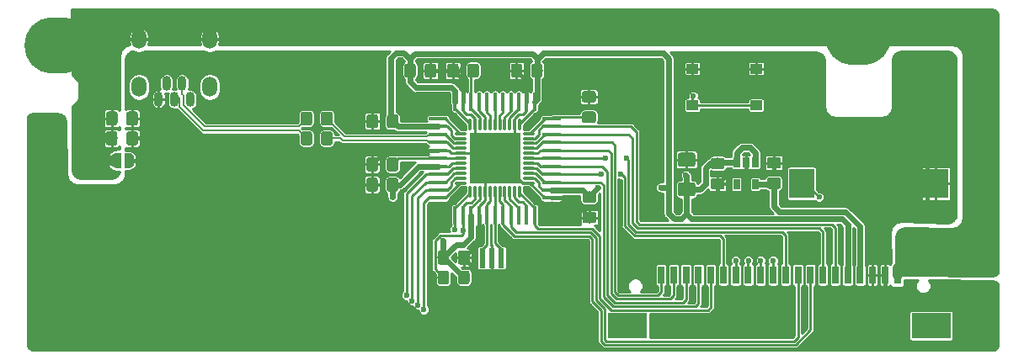
<source format=gbr>
G04 #@! TF.GenerationSoftware,KiCad,Pcbnew,(5.0.1-3-g963ef8bb5)*
G04 #@! TF.CreationDate,2019-03-09T14:34:52+08:00*
G04 #@! TF.ProjectId,fc660c,6663363630632E6B696361645F706362,rev?*
G04 #@! TF.SameCoordinates,Original*
G04 #@! TF.FileFunction,Copper,L1,Top,Signal*
G04 #@! TF.FilePolarity,Positive*
%FSLAX46Y46*%
G04 Gerber Fmt 4.6, Leading zero omitted, Abs format (unit mm)*
G04 Created by KiCad (PCBNEW (5.0.1-3-g963ef8bb5)) date 2019 March 09, Saturday 14:34:52*
%MOMM*%
%LPD*%
G01*
G04 APERTURE LIST*
G04 #@! TA.AperFunction,EtchedComponent*
%ADD10C,0.254000*%
G04 #@! TD*
G04 #@! TA.AperFunction,SMDPad,CuDef*
%ADD11R,4.000000X2.600000*%
G04 #@! TD*
G04 #@! TA.AperFunction,SMDPad,CuDef*
%ADD12R,0.700000X1.800000*%
G04 #@! TD*
G04 #@! TA.AperFunction,Conductor*
%ADD13C,0.100000*%
G04 #@! TD*
G04 #@! TA.AperFunction,SMDPad,CuDef*
%ADD14C,1.150000*%
G04 #@! TD*
G04 #@! TA.AperFunction,SMDPad,CuDef*
%ADD15C,1.425000*%
G04 #@! TD*
G04 #@! TA.AperFunction,ComponentPad*
%ADD16O,0.900000X1.500000*%
G04 #@! TD*
G04 #@! TA.AperFunction,ComponentPad*
%ADD17O,1.500000X2.000000*%
G04 #@! TD*
G04 #@! TA.AperFunction,SMDPad,CuDef*
%ADD18C,0.500000*%
G04 #@! TD*
G04 #@! TA.AperFunction,SMDPad,CuDef*
%ADD19R,2.500000X3.000000*%
G04 #@! TD*
G04 #@! TA.AperFunction,SMDPad,CuDef*
%ADD20R,1.200000X1.000000*%
G04 #@! TD*
G04 #@! TA.AperFunction,SMDPad,CuDef*
%ADD21O,0.406400X1.899920*%
G04 #@! TD*
G04 #@! TA.AperFunction,SMDPad,CuDef*
%ADD22O,1.899920X0.406400*%
G04 #@! TD*
G04 #@! TA.AperFunction,SMDPad,CuDef*
%ADD23O,0.280000X1.250000*%
G04 #@! TD*
G04 #@! TA.AperFunction,SMDPad,CuDef*
%ADD24O,1.212000X0.280000*%
G04 #@! TD*
G04 #@! TA.AperFunction,SMDPad,CuDef*
%ADD25R,5.080000X5.080000*%
G04 #@! TD*
G04 #@! TA.AperFunction,SMDPad,CuDef*
%ADD26R,0.650000X1.060000*%
G04 #@! TD*
G04 #@! TA.AperFunction,SMDPad,CuDef*
%ADD27R,0.600000X2.000000*%
G04 #@! TD*
G04 #@! TA.AperFunction,ComponentPad*
%ADD28O,6.600000X5.600000*%
G04 #@! TD*
G04 #@! TA.AperFunction,ViaPad*
%ADD29C,0.600000*%
G04 #@! TD*
G04 #@! TA.AperFunction,ViaPad*
%ADD30C,0.800000*%
G04 #@! TD*
G04 #@! TA.AperFunction,Conductor*
%ADD31C,0.406200*%
G04 #@! TD*
G04 #@! TA.AperFunction,Conductor*
%ADD32C,0.254000*%
G04 #@! TD*
G04 #@! TA.AperFunction,Conductor*
%ADD33C,0.609600*%
G04 #@! TD*
G04 #@! TA.AperFunction,Conductor*
%ADD34C,1.000000*%
G04 #@! TD*
G04 #@! TA.AperFunction,Conductor*
%ADD35C,0.200000*%
G04 #@! TD*
G04 APERTURE END LIST*
D10*
G04 #@! TO.C,U1*
X194230000Y-90140000D02*
X194830000Y-89540000D01*
X194830000Y-89540000D02*
X194830000Y-88740000D01*
X194230000Y-90140000D02*
X194230000Y-91040000D01*
X193429700Y-79625000D02*
X193429700Y-80339700D01*
X193429700Y-80339700D02*
X194326400Y-81236400D01*
X194326400Y-81938100D02*
X194326400Y-81236400D01*
X194229800Y-79625000D02*
X194229800Y-80539800D01*
X194229800Y-80539800D02*
X194826400Y-81136400D01*
X194826400Y-81938100D02*
X194826400Y-81136400D01*
X192426400Y-85338100D02*
X190116900Y-85338100D01*
X190116900Y-85338100D02*
X190115000Y-85340000D01*
X190115000Y-84539900D02*
X191229900Y-84539900D01*
X191528100Y-84838100D02*
X191229900Y-84539900D01*
X191528100Y-84838100D02*
X192426400Y-84838100D01*
X190115000Y-83739800D02*
X191029800Y-83739800D01*
X191029800Y-83739800D02*
X191628100Y-84338100D01*
X192426400Y-84338100D02*
X191628100Y-84338100D01*
X190115000Y-82939700D02*
X190829700Y-82939700D01*
X190829700Y-82939700D02*
X191728100Y-83838100D01*
X192426400Y-83838100D02*
X191728100Y-83838100D01*
X190115000Y-82139600D02*
X191029600Y-82139600D01*
X191029600Y-82139600D02*
X191430000Y-82540000D01*
X192426400Y-83338100D02*
X191766918Y-83338100D01*
X191430000Y-83001182D02*
X191430000Y-82540000D01*
X191766918Y-83338100D02*
X191430000Y-83001182D01*
X190115000Y-81339500D02*
X190829500Y-81339500D01*
X190829500Y-81339500D02*
X192328100Y-82838100D01*
X192426400Y-82838100D02*
X192328100Y-82838100D01*
X192426400Y-85838100D02*
X191531900Y-85838100D01*
X191229900Y-86140100D02*
X191531900Y-85838100D01*
X191229900Y-86140100D02*
X190115000Y-86140100D01*
X190115000Y-86940200D02*
X191029800Y-86940200D01*
X191029800Y-86940200D02*
X191631900Y-86338100D01*
X192426400Y-86338100D02*
X191631900Y-86338100D01*
X190115000Y-87740300D02*
X190829700Y-87740300D01*
X190829700Y-87740300D02*
X191731900Y-86838100D01*
X192426400Y-86838100D02*
X191731900Y-86838100D01*
X190115000Y-88540400D02*
X191029600Y-88540400D01*
X191029600Y-88540400D02*
X191430000Y-88140000D01*
X191430000Y-87740000D02*
X191430000Y-88140000D01*
X191831900Y-87338100D02*
X191430000Y-87740000D01*
X192426400Y-87338100D02*
X191831900Y-87338100D01*
X190115000Y-89340500D02*
X190829500Y-89340500D01*
X190829500Y-89340500D02*
X192331900Y-87838100D01*
X192426400Y-87838100D02*
X192331900Y-87838100D01*
X199226400Y-85338100D02*
X201543100Y-85338100D01*
X201543100Y-85338100D02*
X201545000Y-85340000D01*
X199226400Y-84838100D02*
X200131900Y-84838100D01*
X200131900Y-84838100D02*
X200430100Y-84539900D01*
X201545000Y-84539900D02*
X200430100Y-84539900D01*
X201545000Y-83739800D02*
X200630200Y-83739800D01*
X200630200Y-83739800D02*
X200031900Y-84338100D01*
X199226400Y-84338100D02*
X200031900Y-84338100D01*
X201545000Y-82939700D02*
X200830300Y-82939700D01*
X200830300Y-82939700D02*
X199931900Y-83838100D01*
X199226400Y-83838100D02*
X199931900Y-83838100D01*
X200230000Y-82940000D02*
X200230000Y-82540000D01*
X199831900Y-83338100D02*
X200230000Y-82940000D01*
X200230000Y-82540000D02*
X200630400Y-82139600D01*
X200630400Y-82139600D02*
X201545000Y-82139600D01*
X199226400Y-83338100D02*
X199831900Y-83338100D01*
X201545000Y-81339500D02*
X200830500Y-81339500D01*
X200830500Y-81339500D02*
X199331900Y-82838100D01*
X199226400Y-82838100D02*
X199331900Y-82838100D01*
X199226400Y-85838100D02*
X200128100Y-85838100D01*
X200128100Y-85838100D02*
X200430100Y-86140100D01*
X201545000Y-86140100D02*
X200430100Y-86140100D01*
X201545000Y-86940200D02*
X200630200Y-86940200D01*
X200630200Y-86940200D02*
X200028100Y-86338100D01*
X199226400Y-86338100D02*
X200028100Y-86338100D01*
X201545000Y-87740300D02*
X200830300Y-87740300D01*
X200830300Y-87740300D02*
X199928100Y-86838100D01*
X199226400Y-86838100D02*
X199928100Y-86838100D01*
X201545000Y-88540400D02*
X200630400Y-88540400D01*
X200630400Y-88540400D02*
X200230000Y-88140000D01*
X200230000Y-87740000D02*
X199828100Y-87338100D01*
X200230000Y-87740000D02*
X200230000Y-88140000D01*
X199226400Y-87338100D02*
X199828100Y-87338100D01*
X201545000Y-89340500D02*
X200830500Y-89340500D01*
X200830500Y-89340500D02*
X199328100Y-87838100D01*
X199226400Y-87838100D02*
X199328100Y-87838100D01*
X195826400Y-81938100D02*
X195830000Y-81934500D01*
X195830000Y-81934500D02*
X195830000Y-79625000D01*
X195826400Y-88738100D02*
X195826400Y-91051400D01*
X195826400Y-91051400D02*
X195830000Y-91055000D01*
X196630100Y-79625000D02*
X196630100Y-80739900D01*
X196326400Y-81043600D02*
X196630100Y-80739900D01*
X196326400Y-81043600D02*
X196326400Y-81938100D01*
X196630100Y-79625000D02*
X196630100Y-80339900D01*
X196580000Y-79675100D02*
X196630100Y-79625000D01*
X196630100Y-91055000D02*
X196630100Y-89940100D01*
X196326400Y-89636400D02*
X196630100Y-89940100D01*
X196326400Y-89636400D02*
X196326400Y-88738100D01*
X197430200Y-91055000D02*
X197430200Y-90140200D01*
X197430200Y-90140200D02*
X196826400Y-89536400D01*
X196826400Y-88738100D02*
X196826400Y-89536400D01*
X197430200Y-79625000D02*
X197430200Y-80539800D01*
X197430200Y-80539800D02*
X196829276Y-81140724D01*
X196826400Y-81938100D02*
X196829276Y-81140724D01*
X198230000Y-79625300D02*
X198230000Y-80340000D01*
X197326400Y-81243600D02*
X198230000Y-80340000D01*
X197326400Y-81243600D02*
X197326400Y-81938100D01*
X198230000Y-79625300D02*
X198230300Y-79625000D01*
X198230300Y-91055000D02*
X198230300Y-90340300D01*
X198230300Y-90340300D02*
X197326400Y-89436400D01*
X198230300Y-90340300D02*
X197326400Y-89436400D01*
X197326400Y-88738100D02*
X197326400Y-89436400D01*
X199030400Y-91055000D02*
X199030400Y-90140400D01*
X199030400Y-90140400D02*
X198630000Y-89740000D01*
X197826400Y-88738100D02*
X197826400Y-89336400D01*
X197826400Y-89336400D02*
X198230000Y-89740000D01*
X198230000Y-89740000D02*
X198630000Y-89740000D01*
X198230000Y-80940000D02*
X198630000Y-80940000D01*
X197826400Y-81343600D02*
X198230000Y-80940000D01*
X198630000Y-80940000D02*
X199030000Y-80540000D01*
X199030000Y-80540000D02*
X199030400Y-79625000D01*
X197826400Y-81938100D02*
X197826400Y-81343600D01*
X199830500Y-79625000D02*
X199830500Y-80339500D01*
X199830500Y-80339500D02*
X198326400Y-81843600D01*
X198326400Y-81938100D02*
X198326400Y-81843600D01*
X199830500Y-91055000D02*
X199830500Y-90340500D01*
X199830500Y-90340500D02*
X198326400Y-88836400D01*
X198326400Y-88738100D02*
X198326400Y-88836400D01*
X195029900Y-89940000D02*
X195030000Y-89940000D01*
X195326400Y-88738100D02*
X195326400Y-89643600D01*
X195029900Y-89940000D02*
X195029900Y-91054900D01*
X195030000Y-89940000D02*
X195326400Y-89643600D01*
X195326400Y-81036400D02*
X195326400Y-81938100D01*
X195326400Y-81036400D02*
X195029900Y-80739900D01*
X195029900Y-79625000D02*
X195029900Y-80739900D01*
X195029900Y-79625000D02*
X195029900Y-80339900D01*
X193429700Y-91055000D02*
X193429700Y-90340300D01*
X193429700Y-90340300D02*
X194326400Y-89443600D01*
X194326400Y-88738100D02*
X194326400Y-89443600D01*
X193826400Y-81938100D02*
X193826400Y-81336400D01*
X193826400Y-81336400D02*
X193430000Y-80940000D01*
X193430000Y-80940000D02*
X193030000Y-80940000D01*
X193030000Y-80940000D02*
X192630000Y-80540000D01*
X192630000Y-80540000D02*
X192629600Y-79625000D01*
X192629600Y-91055000D02*
X192629600Y-90140400D01*
X192629600Y-90140400D02*
X192999409Y-89770591D01*
X193460591Y-89770591D02*
X192999409Y-89770591D01*
X193826400Y-89404782D02*
X193460591Y-89770591D01*
X193826400Y-88738100D02*
X193826400Y-89404782D01*
X191829500Y-91055000D02*
X191829500Y-90340500D01*
X191829500Y-90340500D02*
X193326400Y-88843600D01*
X193326400Y-88738100D02*
X193326400Y-88843600D01*
X191829500Y-79625000D02*
X191829500Y-80339500D01*
X191829500Y-80339500D02*
X193326400Y-81836400D01*
X193326400Y-81938100D02*
X193326400Y-81836400D01*
G04 #@! TD*
D11*
G04 #@! TO.P,J2,*
G04 #@! TO.N,*
X209150000Y-102180000D03*
X239700000Y-102180000D03*
D12*
G04 #@! TO.P,J2,20*
G04 #@! TO.N,/FG*
X236300000Y-97080000D03*
G04 #@! TO.P,J2,19*
G04 #@! TO.N,GND*
X235050000Y-97080000D03*
G04 #@! TO.P,J2,18*
X233800000Y-97080000D03*
G04 #@! TO.P,J2,17*
G04 #@! TO.N,/V33*
X232550000Y-97080000D03*
G04 #@! TO.P,J2,16*
G04 #@! TO.N,VCC*
X231300000Y-97080000D03*
G04 #@! TO.P,J2,15*
G04 #@! TO.N,/PC7*
X230050000Y-97080000D03*
G04 #@! TO.P,J2,14*
G04 #@! TO.N,/PC6*
X228800000Y-97080000D03*
G04 #@! TO.P,J2,13*
G04 #@! TO.N,/PD0*
X227550000Y-97080000D03*
G04 #@! TO.P,J2,12*
G04 #@! TO.N,/PD1*
X226300000Y-97080000D03*
G04 #@! TO.P,J2,11*
G04 #@! TO.N,/PB4*
X225050000Y-97080000D03*
G04 #@! TO.P,J2,10*
G04 #@! TO.N,/MISO*
X223800000Y-97080000D03*
G04 #@! TO.P,J2,9*
G04 #@! TO.N,/MOSI*
X222550000Y-97080000D03*
G04 #@! TO.P,J2,8*
G04 #@! TO.N,/PB1*
X221300000Y-97080000D03*
G04 #@! TO.P,J2,7*
G04 #@! TO.N,/PB0*
X220050000Y-97080000D03*
G04 #@! TO.P,J2,6*
G04 #@! TO.N,/PD6*
X218800000Y-97080000D03*
G04 #@! TO.P,J2,5*
G04 #@! TO.N,/PD5*
X217550000Y-97080000D03*
G04 #@! TO.P,J2,4*
G04 #@! TO.N,/PD4*
X216300000Y-97080000D03*
G04 #@! TO.P,J2,3*
G04 #@! TO.N,/PD7*
X215050000Y-97080000D03*
G04 #@! TO.P,J2,2*
G04 #@! TO.N,/PB5*
X213800000Y-97080000D03*
G04 #@! TO.P,J2,1*
G04 #@! TO.N,/PB6*
X212550000Y-97080000D03*
G04 #@! TD*
D13*
G04 #@! TO.N,GND*
G04 #@! TO.C,C1*
G36*
X193054505Y-94641204D02*
X193078773Y-94644804D01*
X193102572Y-94650765D01*
X193125671Y-94659030D01*
X193147850Y-94669520D01*
X193168893Y-94682132D01*
X193188599Y-94696747D01*
X193206777Y-94713223D01*
X193223253Y-94731401D01*
X193237868Y-94751107D01*
X193250480Y-94772150D01*
X193260970Y-94794329D01*
X193269235Y-94817428D01*
X193275196Y-94841227D01*
X193278796Y-94865495D01*
X193280000Y-94889999D01*
X193280000Y-95790001D01*
X193278796Y-95814505D01*
X193275196Y-95838773D01*
X193269235Y-95862572D01*
X193260970Y-95885671D01*
X193250480Y-95907850D01*
X193237868Y-95928893D01*
X193223253Y-95948599D01*
X193206777Y-95966777D01*
X193188599Y-95983253D01*
X193168893Y-95997868D01*
X193147850Y-96010480D01*
X193125671Y-96020970D01*
X193102572Y-96029235D01*
X193078773Y-96035196D01*
X193054505Y-96038796D01*
X193030001Y-96040000D01*
X192379999Y-96040000D01*
X192355495Y-96038796D01*
X192331227Y-96035196D01*
X192307428Y-96029235D01*
X192284329Y-96020970D01*
X192262150Y-96010480D01*
X192241107Y-95997868D01*
X192221401Y-95983253D01*
X192203223Y-95966777D01*
X192186747Y-95948599D01*
X192172132Y-95928893D01*
X192159520Y-95907850D01*
X192149030Y-95885671D01*
X192140765Y-95862572D01*
X192134804Y-95838773D01*
X192131204Y-95814505D01*
X192130000Y-95790001D01*
X192130000Y-94889999D01*
X192131204Y-94865495D01*
X192134804Y-94841227D01*
X192140765Y-94817428D01*
X192149030Y-94794329D01*
X192159520Y-94772150D01*
X192172132Y-94751107D01*
X192186747Y-94731401D01*
X192203223Y-94713223D01*
X192221401Y-94696747D01*
X192241107Y-94682132D01*
X192262150Y-94669520D01*
X192284329Y-94659030D01*
X192307428Y-94650765D01*
X192331227Y-94644804D01*
X192355495Y-94641204D01*
X192379999Y-94640000D01*
X193030001Y-94640000D01*
X193054505Y-94641204D01*
X193054505Y-94641204D01*
G37*
D14*
G04 #@! TD*
G04 #@! TO.P,C1,2*
G04 #@! TO.N,GND*
X192705000Y-95340000D03*
D13*
G04 #@! TO.N,VCC*
G04 #@! TO.C,C1*
G36*
X191004505Y-94641204D02*
X191028773Y-94644804D01*
X191052572Y-94650765D01*
X191075671Y-94659030D01*
X191097850Y-94669520D01*
X191118893Y-94682132D01*
X191138599Y-94696747D01*
X191156777Y-94713223D01*
X191173253Y-94731401D01*
X191187868Y-94751107D01*
X191200480Y-94772150D01*
X191210970Y-94794329D01*
X191219235Y-94817428D01*
X191225196Y-94841227D01*
X191228796Y-94865495D01*
X191230000Y-94889999D01*
X191230000Y-95790001D01*
X191228796Y-95814505D01*
X191225196Y-95838773D01*
X191219235Y-95862572D01*
X191210970Y-95885671D01*
X191200480Y-95907850D01*
X191187868Y-95928893D01*
X191173253Y-95948599D01*
X191156777Y-95966777D01*
X191138599Y-95983253D01*
X191118893Y-95997868D01*
X191097850Y-96010480D01*
X191075671Y-96020970D01*
X191052572Y-96029235D01*
X191028773Y-96035196D01*
X191004505Y-96038796D01*
X190980001Y-96040000D01*
X190329999Y-96040000D01*
X190305495Y-96038796D01*
X190281227Y-96035196D01*
X190257428Y-96029235D01*
X190234329Y-96020970D01*
X190212150Y-96010480D01*
X190191107Y-95997868D01*
X190171401Y-95983253D01*
X190153223Y-95966777D01*
X190136747Y-95948599D01*
X190122132Y-95928893D01*
X190109520Y-95907850D01*
X190099030Y-95885671D01*
X190090765Y-95862572D01*
X190084804Y-95838773D01*
X190081204Y-95814505D01*
X190080000Y-95790001D01*
X190080000Y-94889999D01*
X190081204Y-94865495D01*
X190084804Y-94841227D01*
X190090765Y-94817428D01*
X190099030Y-94794329D01*
X190109520Y-94772150D01*
X190122132Y-94751107D01*
X190136747Y-94731401D01*
X190153223Y-94713223D01*
X190171401Y-94696747D01*
X190191107Y-94682132D01*
X190212150Y-94669520D01*
X190234329Y-94659030D01*
X190257428Y-94650765D01*
X190281227Y-94644804D01*
X190305495Y-94641204D01*
X190329999Y-94640000D01*
X190980001Y-94640000D01*
X191004505Y-94641204D01*
X191004505Y-94641204D01*
G37*
D14*
G04 #@! TD*
G04 #@! TO.P,C1,1*
G04 #@! TO.N,VCC*
X190655000Y-95340000D03*
D13*
G04 #@! TO.N,VCC*
G04 #@! TO.C,C2*
G36*
X185904505Y-80911204D02*
X185928773Y-80914804D01*
X185952572Y-80920765D01*
X185975671Y-80929030D01*
X185997850Y-80939520D01*
X186018893Y-80952132D01*
X186038599Y-80966747D01*
X186056777Y-80983223D01*
X186073253Y-81001401D01*
X186087868Y-81021107D01*
X186100480Y-81042150D01*
X186110970Y-81064329D01*
X186119235Y-81087428D01*
X186125196Y-81111227D01*
X186128796Y-81135495D01*
X186130000Y-81159999D01*
X186130000Y-82060001D01*
X186128796Y-82084505D01*
X186125196Y-82108773D01*
X186119235Y-82132572D01*
X186110970Y-82155671D01*
X186100480Y-82177850D01*
X186087868Y-82198893D01*
X186073253Y-82218599D01*
X186056777Y-82236777D01*
X186038599Y-82253253D01*
X186018893Y-82267868D01*
X185997850Y-82280480D01*
X185975671Y-82290970D01*
X185952572Y-82299235D01*
X185928773Y-82305196D01*
X185904505Y-82308796D01*
X185880001Y-82310000D01*
X185229999Y-82310000D01*
X185205495Y-82308796D01*
X185181227Y-82305196D01*
X185157428Y-82299235D01*
X185134329Y-82290970D01*
X185112150Y-82280480D01*
X185091107Y-82267868D01*
X185071401Y-82253253D01*
X185053223Y-82236777D01*
X185036747Y-82218599D01*
X185022132Y-82198893D01*
X185009520Y-82177850D01*
X184999030Y-82155671D01*
X184990765Y-82132572D01*
X184984804Y-82108773D01*
X184981204Y-82084505D01*
X184980000Y-82060001D01*
X184980000Y-81159999D01*
X184981204Y-81135495D01*
X184984804Y-81111227D01*
X184990765Y-81087428D01*
X184999030Y-81064329D01*
X185009520Y-81042150D01*
X185022132Y-81021107D01*
X185036747Y-81001401D01*
X185053223Y-80983223D01*
X185071401Y-80966747D01*
X185091107Y-80952132D01*
X185112150Y-80939520D01*
X185134329Y-80929030D01*
X185157428Y-80920765D01*
X185181227Y-80914804D01*
X185205495Y-80911204D01*
X185229999Y-80910000D01*
X185880001Y-80910000D01*
X185904505Y-80911204D01*
X185904505Y-80911204D01*
G37*
D14*
G04 #@! TD*
G04 #@! TO.P,C2,1*
G04 #@! TO.N,VCC*
X185555000Y-81610000D03*
D13*
G04 #@! TO.N,GND*
G04 #@! TO.C,C2*
G36*
X183854505Y-80911204D02*
X183878773Y-80914804D01*
X183902572Y-80920765D01*
X183925671Y-80929030D01*
X183947850Y-80939520D01*
X183968893Y-80952132D01*
X183988599Y-80966747D01*
X184006777Y-80983223D01*
X184023253Y-81001401D01*
X184037868Y-81021107D01*
X184050480Y-81042150D01*
X184060970Y-81064329D01*
X184069235Y-81087428D01*
X184075196Y-81111227D01*
X184078796Y-81135495D01*
X184080000Y-81159999D01*
X184080000Y-82060001D01*
X184078796Y-82084505D01*
X184075196Y-82108773D01*
X184069235Y-82132572D01*
X184060970Y-82155671D01*
X184050480Y-82177850D01*
X184037868Y-82198893D01*
X184023253Y-82218599D01*
X184006777Y-82236777D01*
X183988599Y-82253253D01*
X183968893Y-82267868D01*
X183947850Y-82280480D01*
X183925671Y-82290970D01*
X183902572Y-82299235D01*
X183878773Y-82305196D01*
X183854505Y-82308796D01*
X183830001Y-82310000D01*
X183179999Y-82310000D01*
X183155495Y-82308796D01*
X183131227Y-82305196D01*
X183107428Y-82299235D01*
X183084329Y-82290970D01*
X183062150Y-82280480D01*
X183041107Y-82267868D01*
X183021401Y-82253253D01*
X183003223Y-82236777D01*
X182986747Y-82218599D01*
X182972132Y-82198893D01*
X182959520Y-82177850D01*
X182949030Y-82155671D01*
X182940765Y-82132572D01*
X182934804Y-82108773D01*
X182931204Y-82084505D01*
X182930000Y-82060001D01*
X182930000Y-81159999D01*
X182931204Y-81135495D01*
X182934804Y-81111227D01*
X182940765Y-81087428D01*
X182949030Y-81064329D01*
X182959520Y-81042150D01*
X182972132Y-81021107D01*
X182986747Y-81001401D01*
X183003223Y-80983223D01*
X183021401Y-80966747D01*
X183041107Y-80952132D01*
X183062150Y-80939520D01*
X183084329Y-80929030D01*
X183107428Y-80920765D01*
X183131227Y-80914804D01*
X183155495Y-80911204D01*
X183179999Y-80910000D01*
X183830001Y-80910000D01*
X183854505Y-80911204D01*
X183854505Y-80911204D01*
G37*
D14*
G04 #@! TD*
G04 #@! TO.P,C2,2*
G04 #@! TO.N,GND*
X183505000Y-81610000D03*
D13*
G04 #@! TO.N,GND*
G04 #@! TO.C,C3*
G36*
X205804505Y-90721204D02*
X205828773Y-90724804D01*
X205852572Y-90730765D01*
X205875671Y-90739030D01*
X205897850Y-90749520D01*
X205918893Y-90762132D01*
X205938599Y-90776747D01*
X205956777Y-90793223D01*
X205973253Y-90811401D01*
X205987868Y-90831107D01*
X206000480Y-90852150D01*
X206010970Y-90874329D01*
X206019235Y-90897428D01*
X206025196Y-90921227D01*
X206028796Y-90945495D01*
X206030000Y-90969999D01*
X206030000Y-91620001D01*
X206028796Y-91644505D01*
X206025196Y-91668773D01*
X206019235Y-91692572D01*
X206010970Y-91715671D01*
X206000480Y-91737850D01*
X205987868Y-91758893D01*
X205973253Y-91778599D01*
X205956777Y-91796777D01*
X205938599Y-91813253D01*
X205918893Y-91827868D01*
X205897850Y-91840480D01*
X205875671Y-91850970D01*
X205852572Y-91859235D01*
X205828773Y-91865196D01*
X205804505Y-91868796D01*
X205780001Y-91870000D01*
X204879999Y-91870000D01*
X204855495Y-91868796D01*
X204831227Y-91865196D01*
X204807428Y-91859235D01*
X204784329Y-91850970D01*
X204762150Y-91840480D01*
X204741107Y-91827868D01*
X204721401Y-91813253D01*
X204703223Y-91796777D01*
X204686747Y-91778599D01*
X204672132Y-91758893D01*
X204659520Y-91737850D01*
X204649030Y-91715671D01*
X204640765Y-91692572D01*
X204634804Y-91668773D01*
X204631204Y-91644505D01*
X204630000Y-91620001D01*
X204630000Y-90969999D01*
X204631204Y-90945495D01*
X204634804Y-90921227D01*
X204640765Y-90897428D01*
X204649030Y-90874329D01*
X204659520Y-90852150D01*
X204672132Y-90831107D01*
X204686747Y-90811401D01*
X204703223Y-90793223D01*
X204721401Y-90776747D01*
X204741107Y-90762132D01*
X204762150Y-90749520D01*
X204784329Y-90739030D01*
X204807428Y-90730765D01*
X204831227Y-90724804D01*
X204855495Y-90721204D01*
X204879999Y-90720000D01*
X205780001Y-90720000D01*
X205804505Y-90721204D01*
X205804505Y-90721204D01*
G37*
D14*
G04 #@! TD*
G04 #@! TO.P,C3,2*
G04 #@! TO.N,GND*
X205330000Y-91295000D03*
D13*
G04 #@! TO.N,VCC*
G04 #@! TO.C,C3*
G36*
X205804505Y-88671204D02*
X205828773Y-88674804D01*
X205852572Y-88680765D01*
X205875671Y-88689030D01*
X205897850Y-88699520D01*
X205918893Y-88712132D01*
X205938599Y-88726747D01*
X205956777Y-88743223D01*
X205973253Y-88761401D01*
X205987868Y-88781107D01*
X206000480Y-88802150D01*
X206010970Y-88824329D01*
X206019235Y-88847428D01*
X206025196Y-88871227D01*
X206028796Y-88895495D01*
X206030000Y-88919999D01*
X206030000Y-89570001D01*
X206028796Y-89594505D01*
X206025196Y-89618773D01*
X206019235Y-89642572D01*
X206010970Y-89665671D01*
X206000480Y-89687850D01*
X205987868Y-89708893D01*
X205973253Y-89728599D01*
X205956777Y-89746777D01*
X205938599Y-89763253D01*
X205918893Y-89777868D01*
X205897850Y-89790480D01*
X205875671Y-89800970D01*
X205852572Y-89809235D01*
X205828773Y-89815196D01*
X205804505Y-89818796D01*
X205780001Y-89820000D01*
X204879999Y-89820000D01*
X204855495Y-89818796D01*
X204831227Y-89815196D01*
X204807428Y-89809235D01*
X204784329Y-89800970D01*
X204762150Y-89790480D01*
X204741107Y-89777868D01*
X204721401Y-89763253D01*
X204703223Y-89746777D01*
X204686747Y-89728599D01*
X204672132Y-89708893D01*
X204659520Y-89687850D01*
X204649030Y-89665671D01*
X204640765Y-89642572D01*
X204634804Y-89618773D01*
X204631204Y-89594505D01*
X204630000Y-89570001D01*
X204630000Y-88919999D01*
X204631204Y-88895495D01*
X204634804Y-88871227D01*
X204640765Y-88847428D01*
X204649030Y-88824329D01*
X204659520Y-88802150D01*
X204672132Y-88781107D01*
X204686747Y-88761401D01*
X204703223Y-88743223D01*
X204721401Y-88726747D01*
X204741107Y-88712132D01*
X204762150Y-88699520D01*
X204784329Y-88689030D01*
X204807428Y-88680765D01*
X204831227Y-88674804D01*
X204855495Y-88671204D01*
X204879999Y-88670000D01*
X205780001Y-88670000D01*
X205804505Y-88671204D01*
X205804505Y-88671204D01*
G37*
D14*
G04 #@! TD*
G04 #@! TO.P,C3,1*
G04 #@! TO.N,VCC*
X205330000Y-89245000D03*
D13*
G04 #@! TO.N,VCC*
G04 #@! TO.C,C4*
G36*
X200404505Y-75801204D02*
X200428773Y-75804804D01*
X200452572Y-75810765D01*
X200475671Y-75819030D01*
X200497850Y-75829520D01*
X200518893Y-75842132D01*
X200538599Y-75856747D01*
X200556777Y-75873223D01*
X200573253Y-75891401D01*
X200587868Y-75911107D01*
X200600480Y-75932150D01*
X200610970Y-75954329D01*
X200619235Y-75977428D01*
X200625196Y-76001227D01*
X200628796Y-76025495D01*
X200630000Y-76049999D01*
X200630000Y-76950001D01*
X200628796Y-76974505D01*
X200625196Y-76998773D01*
X200619235Y-77022572D01*
X200610970Y-77045671D01*
X200600480Y-77067850D01*
X200587868Y-77088893D01*
X200573253Y-77108599D01*
X200556777Y-77126777D01*
X200538599Y-77143253D01*
X200518893Y-77157868D01*
X200497850Y-77170480D01*
X200475671Y-77180970D01*
X200452572Y-77189235D01*
X200428773Y-77195196D01*
X200404505Y-77198796D01*
X200380001Y-77200000D01*
X199729999Y-77200000D01*
X199705495Y-77198796D01*
X199681227Y-77195196D01*
X199657428Y-77189235D01*
X199634329Y-77180970D01*
X199612150Y-77170480D01*
X199591107Y-77157868D01*
X199571401Y-77143253D01*
X199553223Y-77126777D01*
X199536747Y-77108599D01*
X199522132Y-77088893D01*
X199509520Y-77067850D01*
X199499030Y-77045671D01*
X199490765Y-77022572D01*
X199484804Y-76998773D01*
X199481204Y-76974505D01*
X199480000Y-76950001D01*
X199480000Y-76049999D01*
X199481204Y-76025495D01*
X199484804Y-76001227D01*
X199490765Y-75977428D01*
X199499030Y-75954329D01*
X199509520Y-75932150D01*
X199522132Y-75911107D01*
X199536747Y-75891401D01*
X199553223Y-75873223D01*
X199571401Y-75856747D01*
X199591107Y-75842132D01*
X199612150Y-75829520D01*
X199634329Y-75819030D01*
X199657428Y-75810765D01*
X199681227Y-75804804D01*
X199705495Y-75801204D01*
X199729999Y-75800000D01*
X200380001Y-75800000D01*
X200404505Y-75801204D01*
X200404505Y-75801204D01*
G37*
D14*
G04 #@! TD*
G04 #@! TO.P,C4,1*
G04 #@! TO.N,VCC*
X200055000Y-76500000D03*
D13*
G04 #@! TO.N,GND*
G04 #@! TO.C,C4*
G36*
X198354505Y-75801204D02*
X198378773Y-75804804D01*
X198402572Y-75810765D01*
X198425671Y-75819030D01*
X198447850Y-75829520D01*
X198468893Y-75842132D01*
X198488599Y-75856747D01*
X198506777Y-75873223D01*
X198523253Y-75891401D01*
X198537868Y-75911107D01*
X198550480Y-75932150D01*
X198560970Y-75954329D01*
X198569235Y-75977428D01*
X198575196Y-76001227D01*
X198578796Y-76025495D01*
X198580000Y-76049999D01*
X198580000Y-76950001D01*
X198578796Y-76974505D01*
X198575196Y-76998773D01*
X198569235Y-77022572D01*
X198560970Y-77045671D01*
X198550480Y-77067850D01*
X198537868Y-77088893D01*
X198523253Y-77108599D01*
X198506777Y-77126777D01*
X198488599Y-77143253D01*
X198468893Y-77157868D01*
X198447850Y-77170480D01*
X198425671Y-77180970D01*
X198402572Y-77189235D01*
X198378773Y-77195196D01*
X198354505Y-77198796D01*
X198330001Y-77200000D01*
X197679999Y-77200000D01*
X197655495Y-77198796D01*
X197631227Y-77195196D01*
X197607428Y-77189235D01*
X197584329Y-77180970D01*
X197562150Y-77170480D01*
X197541107Y-77157868D01*
X197521401Y-77143253D01*
X197503223Y-77126777D01*
X197486747Y-77108599D01*
X197472132Y-77088893D01*
X197459520Y-77067850D01*
X197449030Y-77045671D01*
X197440765Y-77022572D01*
X197434804Y-76998773D01*
X197431204Y-76974505D01*
X197430000Y-76950001D01*
X197430000Y-76049999D01*
X197431204Y-76025495D01*
X197434804Y-76001227D01*
X197440765Y-75977428D01*
X197449030Y-75954329D01*
X197459520Y-75932150D01*
X197472132Y-75911107D01*
X197486747Y-75891401D01*
X197503223Y-75873223D01*
X197521401Y-75856747D01*
X197541107Y-75842132D01*
X197562150Y-75829520D01*
X197584329Y-75819030D01*
X197607428Y-75810765D01*
X197631227Y-75804804D01*
X197655495Y-75801204D01*
X197679999Y-75800000D01*
X198330001Y-75800000D01*
X198354505Y-75801204D01*
X198354505Y-75801204D01*
G37*
D14*
G04 #@! TD*
G04 #@! TO.P,C4,2*
G04 #@! TO.N,GND*
X198005000Y-76500000D03*
D13*
G04 #@! TO.N,GND*
G04 #@! TO.C,C5*
G36*
X159704505Y-82621204D02*
X159728773Y-82624804D01*
X159752572Y-82630765D01*
X159775671Y-82639030D01*
X159797850Y-82649520D01*
X159818893Y-82662132D01*
X159838599Y-82676747D01*
X159856777Y-82693223D01*
X159873253Y-82711401D01*
X159887868Y-82731107D01*
X159900480Y-82752150D01*
X159910970Y-82774329D01*
X159919235Y-82797428D01*
X159925196Y-82821227D01*
X159928796Y-82845495D01*
X159930000Y-82869999D01*
X159930000Y-83770001D01*
X159928796Y-83794505D01*
X159925196Y-83818773D01*
X159919235Y-83842572D01*
X159910970Y-83865671D01*
X159900480Y-83887850D01*
X159887868Y-83908893D01*
X159873253Y-83928599D01*
X159856777Y-83946777D01*
X159838599Y-83963253D01*
X159818893Y-83977868D01*
X159797850Y-83990480D01*
X159775671Y-84000970D01*
X159752572Y-84009235D01*
X159728773Y-84015196D01*
X159704505Y-84018796D01*
X159680001Y-84020000D01*
X159029999Y-84020000D01*
X159005495Y-84018796D01*
X158981227Y-84015196D01*
X158957428Y-84009235D01*
X158934329Y-84000970D01*
X158912150Y-83990480D01*
X158891107Y-83977868D01*
X158871401Y-83963253D01*
X158853223Y-83946777D01*
X158836747Y-83928599D01*
X158822132Y-83908893D01*
X158809520Y-83887850D01*
X158799030Y-83865671D01*
X158790765Y-83842572D01*
X158784804Y-83818773D01*
X158781204Y-83794505D01*
X158780000Y-83770001D01*
X158780000Y-82869999D01*
X158781204Y-82845495D01*
X158784804Y-82821227D01*
X158790765Y-82797428D01*
X158799030Y-82774329D01*
X158809520Y-82752150D01*
X158822132Y-82731107D01*
X158836747Y-82711401D01*
X158853223Y-82693223D01*
X158871401Y-82676747D01*
X158891107Y-82662132D01*
X158912150Y-82649520D01*
X158934329Y-82639030D01*
X158957428Y-82630765D01*
X158981227Y-82624804D01*
X159005495Y-82621204D01*
X159029999Y-82620000D01*
X159680001Y-82620000D01*
X159704505Y-82621204D01*
X159704505Y-82621204D01*
G37*
D14*
G04 #@! TD*
G04 #@! TO.P,C5,1*
G04 #@! TO.N,GND*
X159355000Y-83320000D03*
D13*
G04 #@! TO.N,/FG*
G04 #@! TO.C,C5*
G36*
X157654505Y-82621204D02*
X157678773Y-82624804D01*
X157702572Y-82630765D01*
X157725671Y-82639030D01*
X157747850Y-82649520D01*
X157768893Y-82662132D01*
X157788599Y-82676747D01*
X157806777Y-82693223D01*
X157823253Y-82711401D01*
X157837868Y-82731107D01*
X157850480Y-82752150D01*
X157860970Y-82774329D01*
X157869235Y-82797428D01*
X157875196Y-82821227D01*
X157878796Y-82845495D01*
X157880000Y-82869999D01*
X157880000Y-83770001D01*
X157878796Y-83794505D01*
X157875196Y-83818773D01*
X157869235Y-83842572D01*
X157860970Y-83865671D01*
X157850480Y-83887850D01*
X157837868Y-83908893D01*
X157823253Y-83928599D01*
X157806777Y-83946777D01*
X157788599Y-83963253D01*
X157768893Y-83977868D01*
X157747850Y-83990480D01*
X157725671Y-84000970D01*
X157702572Y-84009235D01*
X157678773Y-84015196D01*
X157654505Y-84018796D01*
X157630001Y-84020000D01*
X156979999Y-84020000D01*
X156955495Y-84018796D01*
X156931227Y-84015196D01*
X156907428Y-84009235D01*
X156884329Y-84000970D01*
X156862150Y-83990480D01*
X156841107Y-83977868D01*
X156821401Y-83963253D01*
X156803223Y-83946777D01*
X156786747Y-83928599D01*
X156772132Y-83908893D01*
X156759520Y-83887850D01*
X156749030Y-83865671D01*
X156740765Y-83842572D01*
X156734804Y-83818773D01*
X156731204Y-83794505D01*
X156730000Y-83770001D01*
X156730000Y-82869999D01*
X156731204Y-82845495D01*
X156734804Y-82821227D01*
X156740765Y-82797428D01*
X156749030Y-82774329D01*
X156759520Y-82752150D01*
X156772132Y-82731107D01*
X156786747Y-82711401D01*
X156803223Y-82693223D01*
X156821401Y-82676747D01*
X156841107Y-82662132D01*
X156862150Y-82649520D01*
X156884329Y-82639030D01*
X156907428Y-82630765D01*
X156931227Y-82624804D01*
X156955495Y-82621204D01*
X156979999Y-82620000D01*
X157630001Y-82620000D01*
X157654505Y-82621204D01*
X157654505Y-82621204D01*
G37*
D14*
G04 #@! TD*
G04 #@! TO.P,C5,2*
G04 #@! TO.N,/FG*
X157305000Y-83320000D03*
D13*
G04 #@! TO.N,GND*
G04 #@! TO.C,C6*
G36*
X183834505Y-87291204D02*
X183858773Y-87294804D01*
X183882572Y-87300765D01*
X183905671Y-87309030D01*
X183927850Y-87319520D01*
X183948893Y-87332132D01*
X183968599Y-87346747D01*
X183986777Y-87363223D01*
X184003253Y-87381401D01*
X184017868Y-87401107D01*
X184030480Y-87422150D01*
X184040970Y-87444329D01*
X184049235Y-87467428D01*
X184055196Y-87491227D01*
X184058796Y-87515495D01*
X184060000Y-87539999D01*
X184060000Y-88440001D01*
X184058796Y-88464505D01*
X184055196Y-88488773D01*
X184049235Y-88512572D01*
X184040970Y-88535671D01*
X184030480Y-88557850D01*
X184017868Y-88578893D01*
X184003253Y-88598599D01*
X183986777Y-88616777D01*
X183968599Y-88633253D01*
X183948893Y-88647868D01*
X183927850Y-88660480D01*
X183905671Y-88670970D01*
X183882572Y-88679235D01*
X183858773Y-88685196D01*
X183834505Y-88688796D01*
X183810001Y-88690000D01*
X183159999Y-88690000D01*
X183135495Y-88688796D01*
X183111227Y-88685196D01*
X183087428Y-88679235D01*
X183064329Y-88670970D01*
X183042150Y-88660480D01*
X183021107Y-88647868D01*
X183001401Y-88633253D01*
X182983223Y-88616777D01*
X182966747Y-88598599D01*
X182952132Y-88578893D01*
X182939520Y-88557850D01*
X182929030Y-88535671D01*
X182920765Y-88512572D01*
X182914804Y-88488773D01*
X182911204Y-88464505D01*
X182910000Y-88440001D01*
X182910000Y-87539999D01*
X182911204Y-87515495D01*
X182914804Y-87491227D01*
X182920765Y-87467428D01*
X182929030Y-87444329D01*
X182939520Y-87422150D01*
X182952132Y-87401107D01*
X182966747Y-87381401D01*
X182983223Y-87363223D01*
X183001401Y-87346747D01*
X183021107Y-87332132D01*
X183042150Y-87319520D01*
X183064329Y-87309030D01*
X183087428Y-87300765D01*
X183111227Y-87294804D01*
X183135495Y-87291204D01*
X183159999Y-87290000D01*
X183810001Y-87290000D01*
X183834505Y-87291204D01*
X183834505Y-87291204D01*
G37*
D14*
G04 #@! TD*
G04 #@! TO.P,C6,2*
G04 #@! TO.N,GND*
X183485000Y-87990000D03*
D13*
G04 #@! TO.N,VCC*
G04 #@! TO.C,C6*
G36*
X185884505Y-87291204D02*
X185908773Y-87294804D01*
X185932572Y-87300765D01*
X185955671Y-87309030D01*
X185977850Y-87319520D01*
X185998893Y-87332132D01*
X186018599Y-87346747D01*
X186036777Y-87363223D01*
X186053253Y-87381401D01*
X186067868Y-87401107D01*
X186080480Y-87422150D01*
X186090970Y-87444329D01*
X186099235Y-87467428D01*
X186105196Y-87491227D01*
X186108796Y-87515495D01*
X186110000Y-87539999D01*
X186110000Y-88440001D01*
X186108796Y-88464505D01*
X186105196Y-88488773D01*
X186099235Y-88512572D01*
X186090970Y-88535671D01*
X186080480Y-88557850D01*
X186067868Y-88578893D01*
X186053253Y-88598599D01*
X186036777Y-88616777D01*
X186018599Y-88633253D01*
X185998893Y-88647868D01*
X185977850Y-88660480D01*
X185955671Y-88670970D01*
X185932572Y-88679235D01*
X185908773Y-88685196D01*
X185884505Y-88688796D01*
X185860001Y-88690000D01*
X185209999Y-88690000D01*
X185185495Y-88688796D01*
X185161227Y-88685196D01*
X185137428Y-88679235D01*
X185114329Y-88670970D01*
X185092150Y-88660480D01*
X185071107Y-88647868D01*
X185051401Y-88633253D01*
X185033223Y-88616777D01*
X185016747Y-88598599D01*
X185002132Y-88578893D01*
X184989520Y-88557850D01*
X184979030Y-88535671D01*
X184970765Y-88512572D01*
X184964804Y-88488773D01*
X184961204Y-88464505D01*
X184960000Y-88440001D01*
X184960000Y-87539999D01*
X184961204Y-87515495D01*
X184964804Y-87491227D01*
X184970765Y-87467428D01*
X184979030Y-87444329D01*
X184989520Y-87422150D01*
X185002132Y-87401107D01*
X185016747Y-87381401D01*
X185033223Y-87363223D01*
X185051401Y-87346747D01*
X185071107Y-87332132D01*
X185092150Y-87319520D01*
X185114329Y-87309030D01*
X185137428Y-87300765D01*
X185161227Y-87294804D01*
X185185495Y-87291204D01*
X185209999Y-87290000D01*
X185860001Y-87290000D01*
X185884505Y-87291204D01*
X185884505Y-87291204D01*
G37*
D14*
G04 #@! TD*
G04 #@! TO.P,C6,1*
G04 #@! TO.N,VCC*
X185535000Y-87990000D03*
D13*
G04 #@! TO.N,VCC*
G04 #@! TO.C,C7*
G36*
X187654505Y-75801204D02*
X187678773Y-75804804D01*
X187702572Y-75810765D01*
X187725671Y-75819030D01*
X187747850Y-75829520D01*
X187768893Y-75842132D01*
X187788599Y-75856747D01*
X187806777Y-75873223D01*
X187823253Y-75891401D01*
X187837868Y-75911107D01*
X187850480Y-75932150D01*
X187860970Y-75954329D01*
X187869235Y-75977428D01*
X187875196Y-76001227D01*
X187878796Y-76025495D01*
X187880000Y-76049999D01*
X187880000Y-76950001D01*
X187878796Y-76974505D01*
X187875196Y-76998773D01*
X187869235Y-77022572D01*
X187860970Y-77045671D01*
X187850480Y-77067850D01*
X187837868Y-77088893D01*
X187823253Y-77108599D01*
X187806777Y-77126777D01*
X187788599Y-77143253D01*
X187768893Y-77157868D01*
X187747850Y-77170480D01*
X187725671Y-77180970D01*
X187702572Y-77189235D01*
X187678773Y-77195196D01*
X187654505Y-77198796D01*
X187630001Y-77200000D01*
X186979999Y-77200000D01*
X186955495Y-77198796D01*
X186931227Y-77195196D01*
X186907428Y-77189235D01*
X186884329Y-77180970D01*
X186862150Y-77170480D01*
X186841107Y-77157868D01*
X186821401Y-77143253D01*
X186803223Y-77126777D01*
X186786747Y-77108599D01*
X186772132Y-77088893D01*
X186759520Y-77067850D01*
X186749030Y-77045671D01*
X186740765Y-77022572D01*
X186734804Y-76998773D01*
X186731204Y-76974505D01*
X186730000Y-76950001D01*
X186730000Y-76049999D01*
X186731204Y-76025495D01*
X186734804Y-76001227D01*
X186740765Y-75977428D01*
X186749030Y-75954329D01*
X186759520Y-75932150D01*
X186772132Y-75911107D01*
X186786747Y-75891401D01*
X186803223Y-75873223D01*
X186821401Y-75856747D01*
X186841107Y-75842132D01*
X186862150Y-75829520D01*
X186884329Y-75819030D01*
X186907428Y-75810765D01*
X186931227Y-75804804D01*
X186955495Y-75801204D01*
X186979999Y-75800000D01*
X187630001Y-75800000D01*
X187654505Y-75801204D01*
X187654505Y-75801204D01*
G37*
D14*
G04 #@! TD*
G04 #@! TO.P,C7,1*
G04 #@! TO.N,VCC*
X187305000Y-76500000D03*
D13*
G04 #@! TO.N,GND*
G04 #@! TO.C,C7*
G36*
X189704505Y-75801204D02*
X189728773Y-75804804D01*
X189752572Y-75810765D01*
X189775671Y-75819030D01*
X189797850Y-75829520D01*
X189818893Y-75842132D01*
X189838599Y-75856747D01*
X189856777Y-75873223D01*
X189873253Y-75891401D01*
X189887868Y-75911107D01*
X189900480Y-75932150D01*
X189910970Y-75954329D01*
X189919235Y-75977428D01*
X189925196Y-76001227D01*
X189928796Y-76025495D01*
X189930000Y-76049999D01*
X189930000Y-76950001D01*
X189928796Y-76974505D01*
X189925196Y-76998773D01*
X189919235Y-77022572D01*
X189910970Y-77045671D01*
X189900480Y-77067850D01*
X189887868Y-77088893D01*
X189873253Y-77108599D01*
X189856777Y-77126777D01*
X189838599Y-77143253D01*
X189818893Y-77157868D01*
X189797850Y-77170480D01*
X189775671Y-77180970D01*
X189752572Y-77189235D01*
X189728773Y-77195196D01*
X189704505Y-77198796D01*
X189680001Y-77200000D01*
X189029999Y-77200000D01*
X189005495Y-77198796D01*
X188981227Y-77195196D01*
X188957428Y-77189235D01*
X188934329Y-77180970D01*
X188912150Y-77170480D01*
X188891107Y-77157868D01*
X188871401Y-77143253D01*
X188853223Y-77126777D01*
X188836747Y-77108599D01*
X188822132Y-77088893D01*
X188809520Y-77067850D01*
X188799030Y-77045671D01*
X188790765Y-77022572D01*
X188784804Y-76998773D01*
X188781204Y-76974505D01*
X188780000Y-76950001D01*
X188780000Y-76049999D01*
X188781204Y-76025495D01*
X188784804Y-76001227D01*
X188790765Y-75977428D01*
X188799030Y-75954329D01*
X188809520Y-75932150D01*
X188822132Y-75911107D01*
X188836747Y-75891401D01*
X188853223Y-75873223D01*
X188871401Y-75856747D01*
X188891107Y-75842132D01*
X188912150Y-75829520D01*
X188934329Y-75819030D01*
X188957428Y-75810765D01*
X188981227Y-75804804D01*
X189005495Y-75801204D01*
X189029999Y-75800000D01*
X189680001Y-75800000D01*
X189704505Y-75801204D01*
X189704505Y-75801204D01*
G37*
D14*
G04 #@! TD*
G04 #@! TO.P,C7,2*
G04 #@! TO.N,GND*
X189355000Y-76500000D03*
D13*
G04 #@! TO.N,GND*
G04 #@! TO.C,C8*
G36*
X191954505Y-75801204D02*
X191978773Y-75804804D01*
X192002572Y-75810765D01*
X192025671Y-75819030D01*
X192047850Y-75829520D01*
X192068893Y-75842132D01*
X192088599Y-75856747D01*
X192106777Y-75873223D01*
X192123253Y-75891401D01*
X192137868Y-75911107D01*
X192150480Y-75932150D01*
X192160970Y-75954329D01*
X192169235Y-75977428D01*
X192175196Y-76001227D01*
X192178796Y-76025495D01*
X192180000Y-76049999D01*
X192180000Y-76950001D01*
X192178796Y-76974505D01*
X192175196Y-76998773D01*
X192169235Y-77022572D01*
X192160970Y-77045671D01*
X192150480Y-77067850D01*
X192137868Y-77088893D01*
X192123253Y-77108599D01*
X192106777Y-77126777D01*
X192088599Y-77143253D01*
X192068893Y-77157868D01*
X192047850Y-77170480D01*
X192025671Y-77180970D01*
X192002572Y-77189235D01*
X191978773Y-77195196D01*
X191954505Y-77198796D01*
X191930001Y-77200000D01*
X191279999Y-77200000D01*
X191255495Y-77198796D01*
X191231227Y-77195196D01*
X191207428Y-77189235D01*
X191184329Y-77180970D01*
X191162150Y-77170480D01*
X191141107Y-77157868D01*
X191121401Y-77143253D01*
X191103223Y-77126777D01*
X191086747Y-77108599D01*
X191072132Y-77088893D01*
X191059520Y-77067850D01*
X191049030Y-77045671D01*
X191040765Y-77022572D01*
X191034804Y-76998773D01*
X191031204Y-76974505D01*
X191030000Y-76950001D01*
X191030000Y-76049999D01*
X191031204Y-76025495D01*
X191034804Y-76001227D01*
X191040765Y-75977428D01*
X191049030Y-75954329D01*
X191059520Y-75932150D01*
X191072132Y-75911107D01*
X191086747Y-75891401D01*
X191103223Y-75873223D01*
X191121401Y-75856747D01*
X191141107Y-75842132D01*
X191162150Y-75829520D01*
X191184329Y-75819030D01*
X191207428Y-75810765D01*
X191231227Y-75804804D01*
X191255495Y-75801204D01*
X191279999Y-75800000D01*
X191930001Y-75800000D01*
X191954505Y-75801204D01*
X191954505Y-75801204D01*
G37*
D14*
G04 #@! TD*
G04 #@! TO.P,C8,2*
G04 #@! TO.N,GND*
X191605000Y-76500000D03*
D13*
G04 #@! TO.N,Net-(C8-Pad1)*
G04 #@! TO.C,C8*
G36*
X194004505Y-75801204D02*
X194028773Y-75804804D01*
X194052572Y-75810765D01*
X194075671Y-75819030D01*
X194097850Y-75829520D01*
X194118893Y-75842132D01*
X194138599Y-75856747D01*
X194156777Y-75873223D01*
X194173253Y-75891401D01*
X194187868Y-75911107D01*
X194200480Y-75932150D01*
X194210970Y-75954329D01*
X194219235Y-75977428D01*
X194225196Y-76001227D01*
X194228796Y-76025495D01*
X194230000Y-76049999D01*
X194230000Y-76950001D01*
X194228796Y-76974505D01*
X194225196Y-76998773D01*
X194219235Y-77022572D01*
X194210970Y-77045671D01*
X194200480Y-77067850D01*
X194187868Y-77088893D01*
X194173253Y-77108599D01*
X194156777Y-77126777D01*
X194138599Y-77143253D01*
X194118893Y-77157868D01*
X194097850Y-77170480D01*
X194075671Y-77180970D01*
X194052572Y-77189235D01*
X194028773Y-77195196D01*
X194004505Y-77198796D01*
X193980001Y-77200000D01*
X193329999Y-77200000D01*
X193305495Y-77198796D01*
X193281227Y-77195196D01*
X193257428Y-77189235D01*
X193234329Y-77180970D01*
X193212150Y-77170480D01*
X193191107Y-77157868D01*
X193171401Y-77143253D01*
X193153223Y-77126777D01*
X193136747Y-77108599D01*
X193122132Y-77088893D01*
X193109520Y-77067850D01*
X193099030Y-77045671D01*
X193090765Y-77022572D01*
X193084804Y-76998773D01*
X193081204Y-76974505D01*
X193080000Y-76950001D01*
X193080000Y-76049999D01*
X193081204Y-76025495D01*
X193084804Y-76001227D01*
X193090765Y-75977428D01*
X193099030Y-75954329D01*
X193109520Y-75932150D01*
X193122132Y-75911107D01*
X193136747Y-75891401D01*
X193153223Y-75873223D01*
X193171401Y-75856747D01*
X193191107Y-75842132D01*
X193212150Y-75829520D01*
X193234329Y-75819030D01*
X193257428Y-75810765D01*
X193281227Y-75804804D01*
X193305495Y-75801204D01*
X193329999Y-75800000D01*
X193980001Y-75800000D01*
X194004505Y-75801204D01*
X194004505Y-75801204D01*
G37*
D14*
G04 #@! TD*
G04 #@! TO.P,C8,1*
G04 #@! TO.N,Net-(C8-Pad1)*
X193655000Y-76500000D03*
D13*
G04 #@! TO.N,Net-(C9-Pad1)*
G04 #@! TO.C,C9*
G36*
X185894505Y-85251204D02*
X185918773Y-85254804D01*
X185942572Y-85260765D01*
X185965671Y-85269030D01*
X185987850Y-85279520D01*
X186008893Y-85292132D01*
X186028599Y-85306747D01*
X186046777Y-85323223D01*
X186063253Y-85341401D01*
X186077868Y-85361107D01*
X186090480Y-85382150D01*
X186100970Y-85404329D01*
X186109235Y-85427428D01*
X186115196Y-85451227D01*
X186118796Y-85475495D01*
X186120000Y-85499999D01*
X186120000Y-86400001D01*
X186118796Y-86424505D01*
X186115196Y-86448773D01*
X186109235Y-86472572D01*
X186100970Y-86495671D01*
X186090480Y-86517850D01*
X186077868Y-86538893D01*
X186063253Y-86558599D01*
X186046777Y-86576777D01*
X186028599Y-86593253D01*
X186008893Y-86607868D01*
X185987850Y-86620480D01*
X185965671Y-86630970D01*
X185942572Y-86639235D01*
X185918773Y-86645196D01*
X185894505Y-86648796D01*
X185870001Y-86650000D01*
X185219999Y-86650000D01*
X185195495Y-86648796D01*
X185171227Y-86645196D01*
X185147428Y-86639235D01*
X185124329Y-86630970D01*
X185102150Y-86620480D01*
X185081107Y-86607868D01*
X185061401Y-86593253D01*
X185043223Y-86576777D01*
X185026747Y-86558599D01*
X185012132Y-86538893D01*
X184999520Y-86517850D01*
X184989030Y-86495671D01*
X184980765Y-86472572D01*
X184974804Y-86448773D01*
X184971204Y-86424505D01*
X184970000Y-86400001D01*
X184970000Y-85499999D01*
X184971204Y-85475495D01*
X184974804Y-85451227D01*
X184980765Y-85427428D01*
X184989030Y-85404329D01*
X184999520Y-85382150D01*
X185012132Y-85361107D01*
X185026747Y-85341401D01*
X185043223Y-85323223D01*
X185061401Y-85306747D01*
X185081107Y-85292132D01*
X185102150Y-85279520D01*
X185124329Y-85269030D01*
X185147428Y-85260765D01*
X185171227Y-85254804D01*
X185195495Y-85251204D01*
X185219999Y-85250000D01*
X185870001Y-85250000D01*
X185894505Y-85251204D01*
X185894505Y-85251204D01*
G37*
D14*
G04 #@! TD*
G04 #@! TO.P,C9,1*
G04 #@! TO.N,Net-(C9-Pad1)*
X185545000Y-85950000D03*
D13*
G04 #@! TO.N,GND*
G04 #@! TO.C,C9*
G36*
X183844505Y-85251204D02*
X183868773Y-85254804D01*
X183892572Y-85260765D01*
X183915671Y-85269030D01*
X183937850Y-85279520D01*
X183958893Y-85292132D01*
X183978599Y-85306747D01*
X183996777Y-85323223D01*
X184013253Y-85341401D01*
X184027868Y-85361107D01*
X184040480Y-85382150D01*
X184050970Y-85404329D01*
X184059235Y-85427428D01*
X184065196Y-85451227D01*
X184068796Y-85475495D01*
X184070000Y-85499999D01*
X184070000Y-86400001D01*
X184068796Y-86424505D01*
X184065196Y-86448773D01*
X184059235Y-86472572D01*
X184050970Y-86495671D01*
X184040480Y-86517850D01*
X184027868Y-86538893D01*
X184013253Y-86558599D01*
X183996777Y-86576777D01*
X183978599Y-86593253D01*
X183958893Y-86607868D01*
X183937850Y-86620480D01*
X183915671Y-86630970D01*
X183892572Y-86639235D01*
X183868773Y-86645196D01*
X183844505Y-86648796D01*
X183820001Y-86650000D01*
X183169999Y-86650000D01*
X183145495Y-86648796D01*
X183121227Y-86645196D01*
X183097428Y-86639235D01*
X183074329Y-86630970D01*
X183052150Y-86620480D01*
X183031107Y-86607868D01*
X183011401Y-86593253D01*
X182993223Y-86576777D01*
X182976747Y-86558599D01*
X182962132Y-86538893D01*
X182949520Y-86517850D01*
X182939030Y-86495671D01*
X182930765Y-86472572D01*
X182924804Y-86448773D01*
X182921204Y-86424505D01*
X182920000Y-86400001D01*
X182920000Y-85499999D01*
X182921204Y-85475495D01*
X182924804Y-85451227D01*
X182930765Y-85427428D01*
X182939030Y-85404329D01*
X182949520Y-85382150D01*
X182962132Y-85361107D01*
X182976747Y-85341401D01*
X182993223Y-85323223D01*
X183011401Y-85306747D01*
X183031107Y-85292132D01*
X183052150Y-85279520D01*
X183074329Y-85269030D01*
X183097428Y-85260765D01*
X183121227Y-85254804D01*
X183145495Y-85251204D01*
X183169999Y-85250000D01*
X183820001Y-85250000D01*
X183844505Y-85251204D01*
X183844505Y-85251204D01*
G37*
D14*
G04 #@! TD*
G04 #@! TO.P,C9,2*
G04 #@! TO.N,GND*
X183495000Y-85950000D03*
D13*
G04 #@! TO.N,VCC*
G04 #@! TO.C,C10*
G36*
X215749504Y-87746204D02*
X215773773Y-87749804D01*
X215797571Y-87755765D01*
X215820671Y-87764030D01*
X215842849Y-87774520D01*
X215863893Y-87787133D01*
X215883598Y-87801747D01*
X215901777Y-87818223D01*
X215918253Y-87836402D01*
X215932867Y-87856107D01*
X215945480Y-87877151D01*
X215955970Y-87899329D01*
X215964235Y-87922429D01*
X215970196Y-87946227D01*
X215973796Y-87970496D01*
X215975000Y-87995000D01*
X215975000Y-88920000D01*
X215973796Y-88944504D01*
X215970196Y-88968773D01*
X215964235Y-88992571D01*
X215955970Y-89015671D01*
X215945480Y-89037849D01*
X215932867Y-89058893D01*
X215918253Y-89078598D01*
X215901777Y-89096777D01*
X215883598Y-89113253D01*
X215863893Y-89127867D01*
X215842849Y-89140480D01*
X215820671Y-89150970D01*
X215797571Y-89159235D01*
X215773773Y-89165196D01*
X215749504Y-89168796D01*
X215725000Y-89170000D01*
X214475000Y-89170000D01*
X214450496Y-89168796D01*
X214426227Y-89165196D01*
X214402429Y-89159235D01*
X214379329Y-89150970D01*
X214357151Y-89140480D01*
X214336107Y-89127867D01*
X214316402Y-89113253D01*
X214298223Y-89096777D01*
X214281747Y-89078598D01*
X214267133Y-89058893D01*
X214254520Y-89037849D01*
X214244030Y-89015671D01*
X214235765Y-88992571D01*
X214229804Y-88968773D01*
X214226204Y-88944504D01*
X214225000Y-88920000D01*
X214225000Y-87995000D01*
X214226204Y-87970496D01*
X214229804Y-87946227D01*
X214235765Y-87922429D01*
X214244030Y-87899329D01*
X214254520Y-87877151D01*
X214267133Y-87856107D01*
X214281747Y-87836402D01*
X214298223Y-87818223D01*
X214316402Y-87801747D01*
X214336107Y-87787133D01*
X214357151Y-87774520D01*
X214379329Y-87764030D01*
X214402429Y-87755765D01*
X214426227Y-87749804D01*
X214450496Y-87746204D01*
X214475000Y-87745000D01*
X215725000Y-87745000D01*
X215749504Y-87746204D01*
X215749504Y-87746204D01*
G37*
D15*
G04 #@! TD*
G04 #@! TO.P,C10,1*
G04 #@! TO.N,VCC*
X215100000Y-88457500D03*
D13*
G04 #@! TO.N,GND*
G04 #@! TO.C,C10*
G36*
X215749504Y-84771204D02*
X215773773Y-84774804D01*
X215797571Y-84780765D01*
X215820671Y-84789030D01*
X215842849Y-84799520D01*
X215863893Y-84812133D01*
X215883598Y-84826747D01*
X215901777Y-84843223D01*
X215918253Y-84861402D01*
X215932867Y-84881107D01*
X215945480Y-84902151D01*
X215955970Y-84924329D01*
X215964235Y-84947429D01*
X215970196Y-84971227D01*
X215973796Y-84995496D01*
X215975000Y-85020000D01*
X215975000Y-85945000D01*
X215973796Y-85969504D01*
X215970196Y-85993773D01*
X215964235Y-86017571D01*
X215955970Y-86040671D01*
X215945480Y-86062849D01*
X215932867Y-86083893D01*
X215918253Y-86103598D01*
X215901777Y-86121777D01*
X215883598Y-86138253D01*
X215863893Y-86152867D01*
X215842849Y-86165480D01*
X215820671Y-86175970D01*
X215797571Y-86184235D01*
X215773773Y-86190196D01*
X215749504Y-86193796D01*
X215725000Y-86195000D01*
X214475000Y-86195000D01*
X214450496Y-86193796D01*
X214426227Y-86190196D01*
X214402429Y-86184235D01*
X214379329Y-86175970D01*
X214357151Y-86165480D01*
X214336107Y-86152867D01*
X214316402Y-86138253D01*
X214298223Y-86121777D01*
X214281747Y-86103598D01*
X214267133Y-86083893D01*
X214254520Y-86062849D01*
X214244030Y-86040671D01*
X214235765Y-86017571D01*
X214229804Y-85993773D01*
X214226204Y-85969504D01*
X214225000Y-85945000D01*
X214225000Y-85020000D01*
X214226204Y-84995496D01*
X214229804Y-84971227D01*
X214235765Y-84947429D01*
X214244030Y-84924329D01*
X214254520Y-84902151D01*
X214267133Y-84881107D01*
X214281747Y-84861402D01*
X214298223Y-84843223D01*
X214316402Y-84826747D01*
X214336107Y-84812133D01*
X214357151Y-84799520D01*
X214379329Y-84789030D01*
X214402429Y-84780765D01*
X214426227Y-84774804D01*
X214450496Y-84771204D01*
X214475000Y-84770000D01*
X215725000Y-84770000D01*
X215749504Y-84771204D01*
X215749504Y-84771204D01*
G37*
D15*
G04 #@! TD*
G04 #@! TO.P,C10,2*
G04 #@! TO.N,GND*
X215100000Y-85482500D03*
D13*
G04 #@! TO.N,VCC*
G04 #@! TO.C,C11*
G36*
X218704505Y-85281204D02*
X218728773Y-85284804D01*
X218752572Y-85290765D01*
X218775671Y-85299030D01*
X218797850Y-85309520D01*
X218818893Y-85322132D01*
X218838599Y-85336747D01*
X218856777Y-85353223D01*
X218873253Y-85371401D01*
X218887868Y-85391107D01*
X218900480Y-85412150D01*
X218910970Y-85434329D01*
X218919235Y-85457428D01*
X218925196Y-85481227D01*
X218928796Y-85505495D01*
X218930000Y-85529999D01*
X218930000Y-86180001D01*
X218928796Y-86204505D01*
X218925196Y-86228773D01*
X218919235Y-86252572D01*
X218910970Y-86275671D01*
X218900480Y-86297850D01*
X218887868Y-86318893D01*
X218873253Y-86338599D01*
X218856777Y-86356777D01*
X218838599Y-86373253D01*
X218818893Y-86387868D01*
X218797850Y-86400480D01*
X218775671Y-86410970D01*
X218752572Y-86419235D01*
X218728773Y-86425196D01*
X218704505Y-86428796D01*
X218680001Y-86430000D01*
X217779999Y-86430000D01*
X217755495Y-86428796D01*
X217731227Y-86425196D01*
X217707428Y-86419235D01*
X217684329Y-86410970D01*
X217662150Y-86400480D01*
X217641107Y-86387868D01*
X217621401Y-86373253D01*
X217603223Y-86356777D01*
X217586747Y-86338599D01*
X217572132Y-86318893D01*
X217559520Y-86297850D01*
X217549030Y-86275671D01*
X217540765Y-86252572D01*
X217534804Y-86228773D01*
X217531204Y-86204505D01*
X217530000Y-86180001D01*
X217530000Y-85529999D01*
X217531204Y-85505495D01*
X217534804Y-85481227D01*
X217540765Y-85457428D01*
X217549030Y-85434329D01*
X217559520Y-85412150D01*
X217572132Y-85391107D01*
X217586747Y-85371401D01*
X217603223Y-85353223D01*
X217621401Y-85336747D01*
X217641107Y-85322132D01*
X217662150Y-85309520D01*
X217684329Y-85299030D01*
X217707428Y-85290765D01*
X217731227Y-85284804D01*
X217755495Y-85281204D01*
X217779999Y-85280000D01*
X218680001Y-85280000D01*
X218704505Y-85281204D01*
X218704505Y-85281204D01*
G37*
D14*
G04 #@! TD*
G04 #@! TO.P,C11,1*
G04 #@! TO.N,VCC*
X218230000Y-85855000D03*
D13*
G04 #@! TO.N,GND*
G04 #@! TO.C,C11*
G36*
X218704505Y-87331204D02*
X218728773Y-87334804D01*
X218752572Y-87340765D01*
X218775671Y-87349030D01*
X218797850Y-87359520D01*
X218818893Y-87372132D01*
X218838599Y-87386747D01*
X218856777Y-87403223D01*
X218873253Y-87421401D01*
X218887868Y-87441107D01*
X218900480Y-87462150D01*
X218910970Y-87484329D01*
X218919235Y-87507428D01*
X218925196Y-87531227D01*
X218928796Y-87555495D01*
X218930000Y-87579999D01*
X218930000Y-88230001D01*
X218928796Y-88254505D01*
X218925196Y-88278773D01*
X218919235Y-88302572D01*
X218910970Y-88325671D01*
X218900480Y-88347850D01*
X218887868Y-88368893D01*
X218873253Y-88388599D01*
X218856777Y-88406777D01*
X218838599Y-88423253D01*
X218818893Y-88437868D01*
X218797850Y-88450480D01*
X218775671Y-88460970D01*
X218752572Y-88469235D01*
X218728773Y-88475196D01*
X218704505Y-88478796D01*
X218680001Y-88480000D01*
X217779999Y-88480000D01*
X217755495Y-88478796D01*
X217731227Y-88475196D01*
X217707428Y-88469235D01*
X217684329Y-88460970D01*
X217662150Y-88450480D01*
X217641107Y-88437868D01*
X217621401Y-88423253D01*
X217603223Y-88406777D01*
X217586747Y-88388599D01*
X217572132Y-88368893D01*
X217559520Y-88347850D01*
X217549030Y-88325671D01*
X217540765Y-88302572D01*
X217534804Y-88278773D01*
X217531204Y-88254505D01*
X217530000Y-88230001D01*
X217530000Y-87579999D01*
X217531204Y-87555495D01*
X217534804Y-87531227D01*
X217540765Y-87507428D01*
X217549030Y-87484329D01*
X217559520Y-87462150D01*
X217572132Y-87441107D01*
X217586747Y-87421401D01*
X217603223Y-87403223D01*
X217621401Y-87386747D01*
X217641107Y-87372132D01*
X217662150Y-87359520D01*
X217684329Y-87349030D01*
X217707428Y-87340765D01*
X217731227Y-87334804D01*
X217755495Y-87331204D01*
X217779999Y-87330000D01*
X218680001Y-87330000D01*
X218704505Y-87331204D01*
X218704505Y-87331204D01*
G37*
D14*
G04 #@! TD*
G04 #@! TO.P,C11,2*
G04 #@! TO.N,GND*
X218230000Y-87905000D03*
D13*
G04 #@! TO.N,GND*
G04 #@! TO.C,C12*
G36*
X224354505Y-85221204D02*
X224378773Y-85224804D01*
X224402572Y-85230765D01*
X224425671Y-85239030D01*
X224447850Y-85249520D01*
X224468893Y-85262132D01*
X224488599Y-85276747D01*
X224506777Y-85293223D01*
X224523253Y-85311401D01*
X224537868Y-85331107D01*
X224550480Y-85352150D01*
X224560970Y-85374329D01*
X224569235Y-85397428D01*
X224575196Y-85421227D01*
X224578796Y-85445495D01*
X224580000Y-85469999D01*
X224580000Y-86120001D01*
X224578796Y-86144505D01*
X224575196Y-86168773D01*
X224569235Y-86192572D01*
X224560970Y-86215671D01*
X224550480Y-86237850D01*
X224537868Y-86258893D01*
X224523253Y-86278599D01*
X224506777Y-86296777D01*
X224488599Y-86313253D01*
X224468893Y-86327868D01*
X224447850Y-86340480D01*
X224425671Y-86350970D01*
X224402572Y-86359235D01*
X224378773Y-86365196D01*
X224354505Y-86368796D01*
X224330001Y-86370000D01*
X223429999Y-86370000D01*
X223405495Y-86368796D01*
X223381227Y-86365196D01*
X223357428Y-86359235D01*
X223334329Y-86350970D01*
X223312150Y-86340480D01*
X223291107Y-86327868D01*
X223271401Y-86313253D01*
X223253223Y-86296777D01*
X223236747Y-86278599D01*
X223222132Y-86258893D01*
X223209520Y-86237850D01*
X223199030Y-86215671D01*
X223190765Y-86192572D01*
X223184804Y-86168773D01*
X223181204Y-86144505D01*
X223180000Y-86120001D01*
X223180000Y-85469999D01*
X223181204Y-85445495D01*
X223184804Y-85421227D01*
X223190765Y-85397428D01*
X223199030Y-85374329D01*
X223209520Y-85352150D01*
X223222132Y-85331107D01*
X223236747Y-85311401D01*
X223253223Y-85293223D01*
X223271401Y-85276747D01*
X223291107Y-85262132D01*
X223312150Y-85249520D01*
X223334329Y-85239030D01*
X223357428Y-85230765D01*
X223381227Y-85224804D01*
X223405495Y-85221204D01*
X223429999Y-85220000D01*
X224330001Y-85220000D01*
X224354505Y-85221204D01*
X224354505Y-85221204D01*
G37*
D14*
G04 #@! TD*
G04 #@! TO.P,C12,2*
G04 #@! TO.N,GND*
X223880000Y-85795000D03*
D13*
G04 #@! TO.N,/V33*
G04 #@! TO.C,C12*
G36*
X224354505Y-87271204D02*
X224378773Y-87274804D01*
X224402572Y-87280765D01*
X224425671Y-87289030D01*
X224447850Y-87299520D01*
X224468893Y-87312132D01*
X224488599Y-87326747D01*
X224506777Y-87343223D01*
X224523253Y-87361401D01*
X224537868Y-87381107D01*
X224550480Y-87402150D01*
X224560970Y-87424329D01*
X224569235Y-87447428D01*
X224575196Y-87471227D01*
X224578796Y-87495495D01*
X224580000Y-87519999D01*
X224580000Y-88170001D01*
X224578796Y-88194505D01*
X224575196Y-88218773D01*
X224569235Y-88242572D01*
X224560970Y-88265671D01*
X224550480Y-88287850D01*
X224537868Y-88308893D01*
X224523253Y-88328599D01*
X224506777Y-88346777D01*
X224488599Y-88363253D01*
X224468893Y-88377868D01*
X224447850Y-88390480D01*
X224425671Y-88400970D01*
X224402572Y-88409235D01*
X224378773Y-88415196D01*
X224354505Y-88418796D01*
X224330001Y-88420000D01*
X223429999Y-88420000D01*
X223405495Y-88418796D01*
X223381227Y-88415196D01*
X223357428Y-88409235D01*
X223334329Y-88400970D01*
X223312150Y-88390480D01*
X223291107Y-88377868D01*
X223271401Y-88363253D01*
X223253223Y-88346777D01*
X223236747Y-88328599D01*
X223222132Y-88308893D01*
X223209520Y-88287850D01*
X223199030Y-88265671D01*
X223190765Y-88242572D01*
X223184804Y-88218773D01*
X223181204Y-88194505D01*
X223180000Y-88170001D01*
X223180000Y-87519999D01*
X223181204Y-87495495D01*
X223184804Y-87471227D01*
X223190765Y-87447428D01*
X223199030Y-87424329D01*
X223209520Y-87402150D01*
X223222132Y-87381107D01*
X223236747Y-87361401D01*
X223253223Y-87343223D01*
X223271401Y-87326747D01*
X223291107Y-87312132D01*
X223312150Y-87299520D01*
X223334329Y-87289030D01*
X223357428Y-87280765D01*
X223381227Y-87274804D01*
X223405495Y-87271204D01*
X223429999Y-87270000D01*
X224330001Y-87270000D01*
X224354505Y-87271204D01*
X224354505Y-87271204D01*
G37*
D14*
G04 #@! TD*
G04 #@! TO.P,C12,1*
G04 #@! TO.N,/V33*
X223880000Y-87845000D03*
D16*
G04 #@! TO.P,J1,3*
G04 #@! TO.N,/D+*
X163610000Y-79397780D03*
G04 #@! TO.P,J1,2*
G04 #@! TO.N,/D-*
X164407560Y-77798900D03*
G04 #@! TO.P,J1,5*
G04 #@! TO.N,GND*
X162012340Y-79397780D03*
G04 #@! TO.P,J1,4*
G04 #@! TO.N,N/C*
X162812440Y-77798900D03*
D17*
G04 #@! TO.P,J1,6*
G04 #@! TO.N,/FG*
X160054000Y-73338000D03*
G04 #@! TO.P,J1,7*
X167166000Y-73338000D03*
D16*
G04 #@! TO.P,J1,1*
G04 #@! TO.N,VCC*
X165207660Y-79397780D03*
D17*
G04 #@! TO.P,J1,8*
G04 #@! TO.N,/FG*
X167166000Y-78164000D03*
G04 #@! TO.P,J1,9*
X160054000Y-78164000D03*
G04 #@! TD*
D18*
G04 #@! TO.P,JP1,1*
G04 #@! TO.N,/FG*
X157770000Y-85550000D03*
D13*
G04 #@! TD*
G04 #@! TO.N,/FG*
G04 #@! TO.C,JP1*
G36*
X158270000Y-86300000D02*
X157770000Y-86300000D01*
X157770000Y-86299398D01*
X157745466Y-86299398D01*
X157696635Y-86294588D01*
X157648510Y-86285016D01*
X157601555Y-86270772D01*
X157556222Y-86251995D01*
X157512949Y-86228864D01*
X157472150Y-86201604D01*
X157434221Y-86170476D01*
X157399524Y-86135779D01*
X157368396Y-86097850D01*
X157341136Y-86057051D01*
X157318005Y-86013778D01*
X157299228Y-85968445D01*
X157284984Y-85921490D01*
X157275412Y-85873365D01*
X157270602Y-85824534D01*
X157270602Y-85800000D01*
X157270000Y-85800000D01*
X157270000Y-85300000D01*
X157270602Y-85300000D01*
X157270602Y-85275466D01*
X157275412Y-85226635D01*
X157284984Y-85178510D01*
X157299228Y-85131555D01*
X157318005Y-85086222D01*
X157341136Y-85042949D01*
X157368396Y-85002150D01*
X157399524Y-84964221D01*
X157434221Y-84929524D01*
X157472150Y-84898396D01*
X157512949Y-84871136D01*
X157556222Y-84848005D01*
X157601555Y-84829228D01*
X157648510Y-84814984D01*
X157696635Y-84805412D01*
X157745466Y-84800602D01*
X157770000Y-84800602D01*
X157770000Y-84800000D01*
X158270000Y-84800000D01*
X158270000Y-86300000D01*
X158270000Y-86300000D01*
G37*
D18*
G04 #@! TO.P,JP1,2*
G04 #@! TO.N,GND*
X159070000Y-85550000D03*
D13*
G04 #@! TD*
G04 #@! TO.N,GND*
G04 #@! TO.C,JP1*
G36*
X159070000Y-84800602D02*
X159094534Y-84800602D01*
X159143365Y-84805412D01*
X159191490Y-84814984D01*
X159238445Y-84829228D01*
X159283778Y-84848005D01*
X159327051Y-84871136D01*
X159367850Y-84898396D01*
X159405779Y-84929524D01*
X159440476Y-84964221D01*
X159471604Y-85002150D01*
X159498864Y-85042949D01*
X159521995Y-85086222D01*
X159540772Y-85131555D01*
X159555016Y-85178510D01*
X159564588Y-85226635D01*
X159569398Y-85275466D01*
X159569398Y-85300000D01*
X159570000Y-85300000D01*
X159570000Y-85800000D01*
X159569398Y-85800000D01*
X159569398Y-85824534D01*
X159564588Y-85873365D01*
X159555016Y-85921490D01*
X159540772Y-85968445D01*
X159521995Y-86013778D01*
X159498864Y-86057051D01*
X159471604Y-86097850D01*
X159440476Y-86135779D01*
X159405779Y-86170476D01*
X159367850Y-86201604D01*
X159327051Y-86228864D01*
X159283778Y-86251995D01*
X159238445Y-86270772D01*
X159191490Y-86285016D01*
X159143365Y-86294588D01*
X159094534Y-86299398D01*
X159070000Y-86299398D01*
X159070000Y-86300000D01*
X158570000Y-86300000D01*
X158570000Y-84800000D01*
X159070000Y-84800000D01*
X159070000Y-84800602D01*
X159070000Y-84800602D01*
G37*
D19*
G04 #@! TO.P,LS1,1*
G04 #@! TO.N,Net-(LS1-Pad1)*
X226676000Y-87884000D03*
G04 #@! TO.P,LS1,2*
G04 #@! TO.N,GND*
X240176000Y-87884000D03*
G04 #@! TD*
D20*
G04 #@! TO.P,SW1,1*
G04 #@! TO.N,GND*
X215700000Y-76310000D03*
X222100000Y-76310000D03*
G04 #@! TO.P,SW1,2*
G04 #@! TO.N,Net-(R4-Pad2)*
X215700000Y-80010000D03*
X222100000Y-80010000D03*
G04 #@! TD*
D21*
G04 #@! TO.P,U1,39*
G04 #@! TO.N,N/C*
X195830000Y-79625000D03*
G04 #@! TO.P,U1,40*
X195029900Y-79625000D03*
G04 #@! TO.P,U1,41*
X194229800Y-79625000D03*
G04 #@! TO.P,U1,42*
G04 #@! TO.N,Net-(C8-Pad1)*
X193429700Y-79625000D03*
G04 #@! TO.P,U1,43*
G04 #@! TO.N,GND*
X192629600Y-79625000D03*
G04 #@! TO.P,U1,44*
G04 #@! TO.N,VCC*
X191829500Y-79625000D03*
G04 #@! TO.P,U1,38*
G04 #@! TO.N,N/C*
X196630100Y-79625000D03*
G04 #@! TO.P,U1,37*
X197430200Y-79625000D03*
G04 #@! TO.P,U1,36*
X198230300Y-79625000D03*
G04 #@! TO.P,U1,35*
G04 #@! TO.N,GND*
X199030400Y-79625000D03*
G04 #@! TO.P,U1,34*
G04 #@! TO.N,VCC*
X199830500Y-79625000D03*
G04 #@! TO.P,U1,17*
G04 #@! TO.N,Net-(U1-Pad17)*
X195830000Y-91055000D03*
G04 #@! TO.P,U1,16*
G04 #@! TO.N,Net-(U1-Pad16)*
X195029900Y-91055000D03*
G04 #@! TO.P,U1,15*
G04 #@! TO.N,GND*
X194229800Y-91055000D03*
G04 #@! TO.P,U1,14*
G04 #@! TO.N,VCC*
X193429700Y-91055000D03*
G04 #@! TO.P,U1,13*
G04 #@! TO.N,Net-(R4-Pad2)*
X192629600Y-91055000D03*
G04 #@! TO.P,U1,12*
G04 #@! TO.N,Net-(LS1-Pad1)*
X191829500Y-91055000D03*
G04 #@! TO.P,U1,18*
G04 #@! TO.N,/PD0*
X196630100Y-91055000D03*
G04 #@! TO.P,U1,19*
G04 #@! TO.N,/PD1*
X197430200Y-91055000D03*
G04 #@! TO.P,U1,20*
G04 #@! TO.N,N/C*
X198230300Y-91055000D03*
G04 #@! TO.P,U1,21*
X199030400Y-91055000D03*
G04 #@! TO.P,U1,22*
G04 #@! TO.N,/PD5*
X199830500Y-91055000D03*
D22*
G04 #@! TO.P,U1,6*
G04 #@! TO.N,Net-(C9-Pad1)*
X190115000Y-85340000D03*
G04 #@! TO.P,U1,28*
G04 #@! TO.N,/PB4*
X201545000Y-85340000D03*
G04 #@! TO.P,U1,7*
G04 #@! TO.N,VCC*
X190115000Y-86140100D03*
G04 #@! TO.P,U1,27*
G04 #@! TO.N,/PD7*
X201545000Y-86140100D03*
G04 #@! TO.P,U1,26*
G04 #@! TO.N,/PD6*
X201545000Y-86940200D03*
G04 #@! TO.P,U1,8*
G04 #@! TO.N,/PB0*
X190115000Y-86940200D03*
G04 #@! TO.P,U1,9*
G04 #@! TO.N,/PB1*
X190115000Y-87740300D03*
G04 #@! TO.P,U1,25*
G04 #@! TO.N,/PD4*
X201545000Y-87740300D03*
G04 #@! TO.P,U1,24*
G04 #@! TO.N,VCC*
X201545000Y-88540400D03*
G04 #@! TO.P,U1,10*
G04 #@! TO.N,/MOSI*
X190115000Y-88540400D03*
G04 #@! TO.P,U1,11*
G04 #@! TO.N,/MISO*
X190115000Y-89340500D03*
G04 #@! TO.P,U1,23*
G04 #@! TO.N,GND*
X201545000Y-89340500D03*
G04 #@! TO.P,U1,29*
G04 #@! TO.N,/PB5*
X201545000Y-84539900D03*
G04 #@! TO.P,U1,5*
G04 #@! TO.N,GND*
X190115000Y-84539900D03*
G04 #@! TO.P,U1,4*
G04 #@! TO.N,/D1+*
X190115000Y-83739800D03*
G04 #@! TO.P,U1,30*
G04 #@! TO.N,/PB6*
X201545000Y-83739800D03*
G04 #@! TO.P,U1,31*
G04 #@! TO.N,/PC6*
X201545000Y-82939700D03*
G04 #@! TO.P,U1,3*
G04 #@! TO.N,/D1-*
X190115000Y-82939700D03*
G04 #@! TO.P,U1,2*
G04 #@! TO.N,VCC*
X190115000Y-82139600D03*
G04 #@! TO.P,U1,32*
G04 #@! TO.N,/PC7*
X201545000Y-82139600D03*
G04 #@! TO.P,U1,33*
G04 #@! TO.N,Net-(R5-Pad1)*
X201545000Y-81339500D03*
G04 #@! TO.P,U1,1*
G04 #@! TO.N,N/C*
X190115000Y-81339500D03*
D23*
G04 #@! TO.P,U1,*
G04 #@! TO.N,*
X198328100Y-81936400D03*
X193328100Y-88736400D03*
D24*
X199228100Y-87836400D03*
X192428100Y-82836400D03*
X192428100Y-83336400D03*
X192428100Y-83836400D03*
X192428100Y-84336400D03*
X192428100Y-84836400D03*
X192428100Y-85336400D03*
X192428100Y-85836400D03*
X192428100Y-86336400D03*
X192428100Y-86836400D03*
X192428100Y-87336400D03*
X192428100Y-87836400D03*
X199228100Y-87336400D03*
X199228100Y-86836400D03*
X199228100Y-86336400D03*
X199228100Y-85836400D03*
X199228100Y-85336400D03*
X199228100Y-84836400D03*
X199228100Y-84336400D03*
X199228100Y-83836400D03*
X199228100Y-83336400D03*
X199228100Y-82836400D03*
D23*
X193828100Y-88736400D03*
X194328100Y-88736400D03*
X194828100Y-88736400D03*
X195328100Y-88736400D03*
X195828100Y-88736400D03*
X196328100Y-88736400D03*
X196828100Y-88736400D03*
X197328100Y-88736400D03*
X197828100Y-88736400D03*
X198328100Y-88736400D03*
X197828100Y-81936400D03*
X197328100Y-81936400D03*
X196828100Y-81936400D03*
X196328100Y-81936400D03*
X195828100Y-81936400D03*
X195328100Y-81936400D03*
X194828100Y-81936400D03*
X194328100Y-81936400D03*
X193828100Y-81936400D03*
X193328100Y-81936400D03*
D25*
G04 #@! TO.P,U1,0*
G04 #@! TO.N,GND*
X195830000Y-85340000D03*
G04 #@! TD*
D26*
G04 #@! TO.P,U2,1*
G04 #@! TO.N,VCC*
X222020000Y-85750000D03*
G04 #@! TO.P,U2,2*
G04 #@! TO.N,GND*
X221070000Y-85750000D03*
G04 #@! TO.P,U2,3*
G04 #@! TO.N,VCC*
X220120000Y-85750000D03*
G04 #@! TO.P,U2,4*
G04 #@! TO.N,N/C*
X220120000Y-87950000D03*
G04 #@! TO.P,U2,5*
G04 #@! TO.N,/V33*
X222020000Y-87950000D03*
G04 #@! TD*
D27*
G04 #@! TO.P,Y1,1*
G04 #@! TO.N,Net-(U1-Pad16)*
X194560000Y-95360000D03*
G04 #@! TO.P,Y1,2*
G04 #@! TO.N,GND*
X195510000Y-95360000D03*
G04 #@! TO.P,Y1,3*
G04 #@! TO.N,Net-(U1-Pad17)*
X196460000Y-95360000D03*
G04 #@! TD*
D13*
G04 #@! TO.N,/FG*
G04 #@! TO.C,R1*
G36*
X157664505Y-80621204D02*
X157688773Y-80624804D01*
X157712572Y-80630765D01*
X157735671Y-80639030D01*
X157757850Y-80649520D01*
X157778893Y-80662132D01*
X157798599Y-80676747D01*
X157816777Y-80693223D01*
X157833253Y-80711401D01*
X157847868Y-80731107D01*
X157860480Y-80752150D01*
X157870970Y-80774329D01*
X157879235Y-80797428D01*
X157885196Y-80821227D01*
X157888796Y-80845495D01*
X157890000Y-80869999D01*
X157890000Y-81770001D01*
X157888796Y-81794505D01*
X157885196Y-81818773D01*
X157879235Y-81842572D01*
X157870970Y-81865671D01*
X157860480Y-81887850D01*
X157847868Y-81908893D01*
X157833253Y-81928599D01*
X157816777Y-81946777D01*
X157798599Y-81963253D01*
X157778893Y-81977868D01*
X157757850Y-81990480D01*
X157735671Y-82000970D01*
X157712572Y-82009235D01*
X157688773Y-82015196D01*
X157664505Y-82018796D01*
X157640001Y-82020000D01*
X156989999Y-82020000D01*
X156965495Y-82018796D01*
X156941227Y-82015196D01*
X156917428Y-82009235D01*
X156894329Y-82000970D01*
X156872150Y-81990480D01*
X156851107Y-81977868D01*
X156831401Y-81963253D01*
X156813223Y-81946777D01*
X156796747Y-81928599D01*
X156782132Y-81908893D01*
X156769520Y-81887850D01*
X156759030Y-81865671D01*
X156750765Y-81842572D01*
X156744804Y-81818773D01*
X156741204Y-81794505D01*
X156740000Y-81770001D01*
X156740000Y-80869999D01*
X156741204Y-80845495D01*
X156744804Y-80821227D01*
X156750765Y-80797428D01*
X156759030Y-80774329D01*
X156769520Y-80752150D01*
X156782132Y-80731107D01*
X156796747Y-80711401D01*
X156813223Y-80693223D01*
X156831401Y-80676747D01*
X156851107Y-80662132D01*
X156872150Y-80649520D01*
X156894329Y-80639030D01*
X156917428Y-80630765D01*
X156941227Y-80624804D01*
X156965495Y-80621204D01*
X156989999Y-80620000D01*
X157640001Y-80620000D01*
X157664505Y-80621204D01*
X157664505Y-80621204D01*
G37*
D14*
G04 #@! TD*
G04 #@! TO.P,R1,2*
G04 #@! TO.N,/FG*
X157315000Y-81320000D03*
D13*
G04 #@! TO.N,GND*
G04 #@! TO.C,R1*
G36*
X159714505Y-80621204D02*
X159738773Y-80624804D01*
X159762572Y-80630765D01*
X159785671Y-80639030D01*
X159807850Y-80649520D01*
X159828893Y-80662132D01*
X159848599Y-80676747D01*
X159866777Y-80693223D01*
X159883253Y-80711401D01*
X159897868Y-80731107D01*
X159910480Y-80752150D01*
X159920970Y-80774329D01*
X159929235Y-80797428D01*
X159935196Y-80821227D01*
X159938796Y-80845495D01*
X159940000Y-80869999D01*
X159940000Y-81770001D01*
X159938796Y-81794505D01*
X159935196Y-81818773D01*
X159929235Y-81842572D01*
X159920970Y-81865671D01*
X159910480Y-81887850D01*
X159897868Y-81908893D01*
X159883253Y-81928599D01*
X159866777Y-81946777D01*
X159848599Y-81963253D01*
X159828893Y-81977868D01*
X159807850Y-81990480D01*
X159785671Y-82000970D01*
X159762572Y-82009235D01*
X159738773Y-82015196D01*
X159714505Y-82018796D01*
X159690001Y-82020000D01*
X159039999Y-82020000D01*
X159015495Y-82018796D01*
X158991227Y-82015196D01*
X158967428Y-82009235D01*
X158944329Y-82000970D01*
X158922150Y-81990480D01*
X158901107Y-81977868D01*
X158881401Y-81963253D01*
X158863223Y-81946777D01*
X158846747Y-81928599D01*
X158832132Y-81908893D01*
X158819520Y-81887850D01*
X158809030Y-81865671D01*
X158800765Y-81842572D01*
X158794804Y-81818773D01*
X158791204Y-81794505D01*
X158790000Y-81770001D01*
X158790000Y-80869999D01*
X158791204Y-80845495D01*
X158794804Y-80821227D01*
X158800765Y-80797428D01*
X158809030Y-80774329D01*
X158819520Y-80752150D01*
X158832132Y-80731107D01*
X158846747Y-80711401D01*
X158863223Y-80693223D01*
X158881401Y-80676747D01*
X158901107Y-80662132D01*
X158922150Y-80649520D01*
X158944329Y-80639030D01*
X158967428Y-80630765D01*
X158991227Y-80624804D01*
X159015495Y-80621204D01*
X159039999Y-80620000D01*
X159690001Y-80620000D01*
X159714505Y-80621204D01*
X159714505Y-80621204D01*
G37*
D14*
G04 #@! TD*
G04 #@! TO.P,R1,1*
G04 #@! TO.N,GND*
X159365000Y-81320000D03*
D13*
G04 #@! TO.N,/D-*
G04 #@! TO.C,R2*
G36*
X177229505Y-80631204D02*
X177253773Y-80634804D01*
X177277572Y-80640765D01*
X177300671Y-80649030D01*
X177322850Y-80659520D01*
X177343893Y-80672132D01*
X177363599Y-80686747D01*
X177381777Y-80703223D01*
X177398253Y-80721401D01*
X177412868Y-80741107D01*
X177425480Y-80762150D01*
X177435970Y-80784329D01*
X177444235Y-80807428D01*
X177450196Y-80831227D01*
X177453796Y-80855495D01*
X177455000Y-80879999D01*
X177455000Y-81780001D01*
X177453796Y-81804505D01*
X177450196Y-81828773D01*
X177444235Y-81852572D01*
X177435970Y-81875671D01*
X177425480Y-81897850D01*
X177412868Y-81918893D01*
X177398253Y-81938599D01*
X177381777Y-81956777D01*
X177363599Y-81973253D01*
X177343893Y-81987868D01*
X177322850Y-82000480D01*
X177300671Y-82010970D01*
X177277572Y-82019235D01*
X177253773Y-82025196D01*
X177229505Y-82028796D01*
X177205001Y-82030000D01*
X176554999Y-82030000D01*
X176530495Y-82028796D01*
X176506227Y-82025196D01*
X176482428Y-82019235D01*
X176459329Y-82010970D01*
X176437150Y-82000480D01*
X176416107Y-81987868D01*
X176396401Y-81973253D01*
X176378223Y-81956777D01*
X176361747Y-81938599D01*
X176347132Y-81918893D01*
X176334520Y-81897850D01*
X176324030Y-81875671D01*
X176315765Y-81852572D01*
X176309804Y-81828773D01*
X176306204Y-81804505D01*
X176305000Y-81780001D01*
X176305000Y-80879999D01*
X176306204Y-80855495D01*
X176309804Y-80831227D01*
X176315765Y-80807428D01*
X176324030Y-80784329D01*
X176334520Y-80762150D01*
X176347132Y-80741107D01*
X176361747Y-80721401D01*
X176378223Y-80703223D01*
X176396401Y-80686747D01*
X176416107Y-80672132D01*
X176437150Y-80659520D01*
X176459329Y-80649030D01*
X176482428Y-80640765D01*
X176506227Y-80634804D01*
X176530495Y-80631204D01*
X176554999Y-80630000D01*
X177205001Y-80630000D01*
X177229505Y-80631204D01*
X177229505Y-80631204D01*
G37*
D14*
G04 #@! TD*
G04 #@! TO.P,R2,2*
G04 #@! TO.N,/D-*
X176880000Y-81330000D03*
D13*
G04 #@! TO.N,/D1-*
G04 #@! TO.C,R2*
G36*
X179279505Y-80631204D02*
X179303773Y-80634804D01*
X179327572Y-80640765D01*
X179350671Y-80649030D01*
X179372850Y-80659520D01*
X179393893Y-80672132D01*
X179413599Y-80686747D01*
X179431777Y-80703223D01*
X179448253Y-80721401D01*
X179462868Y-80741107D01*
X179475480Y-80762150D01*
X179485970Y-80784329D01*
X179494235Y-80807428D01*
X179500196Y-80831227D01*
X179503796Y-80855495D01*
X179505000Y-80879999D01*
X179505000Y-81780001D01*
X179503796Y-81804505D01*
X179500196Y-81828773D01*
X179494235Y-81852572D01*
X179485970Y-81875671D01*
X179475480Y-81897850D01*
X179462868Y-81918893D01*
X179448253Y-81938599D01*
X179431777Y-81956777D01*
X179413599Y-81973253D01*
X179393893Y-81987868D01*
X179372850Y-82000480D01*
X179350671Y-82010970D01*
X179327572Y-82019235D01*
X179303773Y-82025196D01*
X179279505Y-82028796D01*
X179255001Y-82030000D01*
X178604999Y-82030000D01*
X178580495Y-82028796D01*
X178556227Y-82025196D01*
X178532428Y-82019235D01*
X178509329Y-82010970D01*
X178487150Y-82000480D01*
X178466107Y-81987868D01*
X178446401Y-81973253D01*
X178428223Y-81956777D01*
X178411747Y-81938599D01*
X178397132Y-81918893D01*
X178384520Y-81897850D01*
X178374030Y-81875671D01*
X178365765Y-81852572D01*
X178359804Y-81828773D01*
X178356204Y-81804505D01*
X178355000Y-81780001D01*
X178355000Y-80879999D01*
X178356204Y-80855495D01*
X178359804Y-80831227D01*
X178365765Y-80807428D01*
X178374030Y-80784329D01*
X178384520Y-80762150D01*
X178397132Y-80741107D01*
X178411747Y-80721401D01*
X178428223Y-80703223D01*
X178446401Y-80686747D01*
X178466107Y-80672132D01*
X178487150Y-80659520D01*
X178509329Y-80649030D01*
X178532428Y-80640765D01*
X178556227Y-80634804D01*
X178580495Y-80631204D01*
X178604999Y-80630000D01*
X179255001Y-80630000D01*
X179279505Y-80631204D01*
X179279505Y-80631204D01*
G37*
D14*
G04 #@! TD*
G04 #@! TO.P,R2,1*
G04 #@! TO.N,/D1-*
X178930000Y-81330000D03*
D13*
G04 #@! TO.N,/D1+*
G04 #@! TO.C,R3*
G36*
X179279505Y-82631204D02*
X179303773Y-82634804D01*
X179327572Y-82640765D01*
X179350671Y-82649030D01*
X179372850Y-82659520D01*
X179393893Y-82672132D01*
X179413599Y-82686747D01*
X179431777Y-82703223D01*
X179448253Y-82721401D01*
X179462868Y-82741107D01*
X179475480Y-82762150D01*
X179485970Y-82784329D01*
X179494235Y-82807428D01*
X179500196Y-82831227D01*
X179503796Y-82855495D01*
X179505000Y-82879999D01*
X179505000Y-83780001D01*
X179503796Y-83804505D01*
X179500196Y-83828773D01*
X179494235Y-83852572D01*
X179485970Y-83875671D01*
X179475480Y-83897850D01*
X179462868Y-83918893D01*
X179448253Y-83938599D01*
X179431777Y-83956777D01*
X179413599Y-83973253D01*
X179393893Y-83987868D01*
X179372850Y-84000480D01*
X179350671Y-84010970D01*
X179327572Y-84019235D01*
X179303773Y-84025196D01*
X179279505Y-84028796D01*
X179255001Y-84030000D01*
X178604999Y-84030000D01*
X178580495Y-84028796D01*
X178556227Y-84025196D01*
X178532428Y-84019235D01*
X178509329Y-84010970D01*
X178487150Y-84000480D01*
X178466107Y-83987868D01*
X178446401Y-83973253D01*
X178428223Y-83956777D01*
X178411747Y-83938599D01*
X178397132Y-83918893D01*
X178384520Y-83897850D01*
X178374030Y-83875671D01*
X178365765Y-83852572D01*
X178359804Y-83828773D01*
X178356204Y-83804505D01*
X178355000Y-83780001D01*
X178355000Y-82879999D01*
X178356204Y-82855495D01*
X178359804Y-82831227D01*
X178365765Y-82807428D01*
X178374030Y-82784329D01*
X178384520Y-82762150D01*
X178397132Y-82741107D01*
X178411747Y-82721401D01*
X178428223Y-82703223D01*
X178446401Y-82686747D01*
X178466107Y-82672132D01*
X178487150Y-82659520D01*
X178509329Y-82649030D01*
X178532428Y-82640765D01*
X178556227Y-82634804D01*
X178580495Y-82631204D01*
X178604999Y-82630000D01*
X179255001Y-82630000D01*
X179279505Y-82631204D01*
X179279505Y-82631204D01*
G37*
D14*
G04 #@! TD*
G04 #@! TO.P,R3,1*
G04 #@! TO.N,/D1+*
X178930000Y-83330000D03*
D13*
G04 #@! TO.N,/D+*
G04 #@! TO.C,R3*
G36*
X177229505Y-82631204D02*
X177253773Y-82634804D01*
X177277572Y-82640765D01*
X177300671Y-82649030D01*
X177322850Y-82659520D01*
X177343893Y-82672132D01*
X177363599Y-82686747D01*
X177381777Y-82703223D01*
X177398253Y-82721401D01*
X177412868Y-82741107D01*
X177425480Y-82762150D01*
X177435970Y-82784329D01*
X177444235Y-82807428D01*
X177450196Y-82831227D01*
X177453796Y-82855495D01*
X177455000Y-82879999D01*
X177455000Y-83780001D01*
X177453796Y-83804505D01*
X177450196Y-83828773D01*
X177444235Y-83852572D01*
X177435970Y-83875671D01*
X177425480Y-83897850D01*
X177412868Y-83918893D01*
X177398253Y-83938599D01*
X177381777Y-83956777D01*
X177363599Y-83973253D01*
X177343893Y-83987868D01*
X177322850Y-84000480D01*
X177300671Y-84010970D01*
X177277572Y-84019235D01*
X177253773Y-84025196D01*
X177229505Y-84028796D01*
X177205001Y-84030000D01*
X176554999Y-84030000D01*
X176530495Y-84028796D01*
X176506227Y-84025196D01*
X176482428Y-84019235D01*
X176459329Y-84010970D01*
X176437150Y-84000480D01*
X176416107Y-83987868D01*
X176396401Y-83973253D01*
X176378223Y-83956777D01*
X176361747Y-83938599D01*
X176347132Y-83918893D01*
X176334520Y-83897850D01*
X176324030Y-83875671D01*
X176315765Y-83852572D01*
X176309804Y-83828773D01*
X176306204Y-83804505D01*
X176305000Y-83780001D01*
X176305000Y-82879999D01*
X176306204Y-82855495D01*
X176309804Y-82831227D01*
X176315765Y-82807428D01*
X176324030Y-82784329D01*
X176334520Y-82762150D01*
X176347132Y-82741107D01*
X176361747Y-82721401D01*
X176378223Y-82703223D01*
X176396401Y-82686747D01*
X176416107Y-82672132D01*
X176437150Y-82659520D01*
X176459329Y-82649030D01*
X176482428Y-82640765D01*
X176506227Y-82634804D01*
X176530495Y-82631204D01*
X176554999Y-82630000D01*
X177205001Y-82630000D01*
X177229505Y-82631204D01*
X177229505Y-82631204D01*
G37*
D14*
G04 #@! TD*
G04 #@! TO.P,R3,2*
G04 #@! TO.N,/D+*
X176880000Y-83330000D03*
D13*
G04 #@! TO.N,VCC*
G04 #@! TO.C,R4*
G36*
X193054505Y-96631204D02*
X193078773Y-96634804D01*
X193102572Y-96640765D01*
X193125671Y-96649030D01*
X193147850Y-96659520D01*
X193168893Y-96672132D01*
X193188599Y-96686747D01*
X193206777Y-96703223D01*
X193223253Y-96721401D01*
X193237868Y-96741107D01*
X193250480Y-96762150D01*
X193260970Y-96784329D01*
X193269235Y-96807428D01*
X193275196Y-96831227D01*
X193278796Y-96855495D01*
X193280000Y-96879999D01*
X193280000Y-97780001D01*
X193278796Y-97804505D01*
X193275196Y-97828773D01*
X193269235Y-97852572D01*
X193260970Y-97875671D01*
X193250480Y-97897850D01*
X193237868Y-97918893D01*
X193223253Y-97938599D01*
X193206777Y-97956777D01*
X193188599Y-97973253D01*
X193168893Y-97987868D01*
X193147850Y-98000480D01*
X193125671Y-98010970D01*
X193102572Y-98019235D01*
X193078773Y-98025196D01*
X193054505Y-98028796D01*
X193030001Y-98030000D01*
X192379999Y-98030000D01*
X192355495Y-98028796D01*
X192331227Y-98025196D01*
X192307428Y-98019235D01*
X192284329Y-98010970D01*
X192262150Y-98000480D01*
X192241107Y-97987868D01*
X192221401Y-97973253D01*
X192203223Y-97956777D01*
X192186747Y-97938599D01*
X192172132Y-97918893D01*
X192159520Y-97897850D01*
X192149030Y-97875671D01*
X192140765Y-97852572D01*
X192134804Y-97828773D01*
X192131204Y-97804505D01*
X192130000Y-97780001D01*
X192130000Y-96879999D01*
X192131204Y-96855495D01*
X192134804Y-96831227D01*
X192140765Y-96807428D01*
X192149030Y-96784329D01*
X192159520Y-96762150D01*
X192172132Y-96741107D01*
X192186747Y-96721401D01*
X192203223Y-96703223D01*
X192221401Y-96686747D01*
X192241107Y-96672132D01*
X192262150Y-96659520D01*
X192284329Y-96649030D01*
X192307428Y-96640765D01*
X192331227Y-96634804D01*
X192355495Y-96631204D01*
X192379999Y-96630000D01*
X193030001Y-96630000D01*
X193054505Y-96631204D01*
X193054505Y-96631204D01*
G37*
D14*
G04 #@! TD*
G04 #@! TO.P,R4,1*
G04 #@! TO.N,VCC*
X192705000Y-97330000D03*
D13*
G04 #@! TO.N,Net-(R4-Pad2)*
G04 #@! TO.C,R4*
G36*
X191004505Y-96631204D02*
X191028773Y-96634804D01*
X191052572Y-96640765D01*
X191075671Y-96649030D01*
X191097850Y-96659520D01*
X191118893Y-96672132D01*
X191138599Y-96686747D01*
X191156777Y-96703223D01*
X191173253Y-96721401D01*
X191187868Y-96741107D01*
X191200480Y-96762150D01*
X191210970Y-96784329D01*
X191219235Y-96807428D01*
X191225196Y-96831227D01*
X191228796Y-96855495D01*
X191230000Y-96879999D01*
X191230000Y-97780001D01*
X191228796Y-97804505D01*
X191225196Y-97828773D01*
X191219235Y-97852572D01*
X191210970Y-97875671D01*
X191200480Y-97897850D01*
X191187868Y-97918893D01*
X191173253Y-97938599D01*
X191156777Y-97956777D01*
X191138599Y-97973253D01*
X191118893Y-97987868D01*
X191097850Y-98000480D01*
X191075671Y-98010970D01*
X191052572Y-98019235D01*
X191028773Y-98025196D01*
X191004505Y-98028796D01*
X190980001Y-98030000D01*
X190329999Y-98030000D01*
X190305495Y-98028796D01*
X190281227Y-98025196D01*
X190257428Y-98019235D01*
X190234329Y-98010970D01*
X190212150Y-98000480D01*
X190191107Y-97987868D01*
X190171401Y-97973253D01*
X190153223Y-97956777D01*
X190136747Y-97938599D01*
X190122132Y-97918893D01*
X190109520Y-97897850D01*
X190099030Y-97875671D01*
X190090765Y-97852572D01*
X190084804Y-97828773D01*
X190081204Y-97804505D01*
X190080000Y-97780001D01*
X190080000Y-96879999D01*
X190081204Y-96855495D01*
X190084804Y-96831227D01*
X190090765Y-96807428D01*
X190099030Y-96784329D01*
X190109520Y-96762150D01*
X190122132Y-96741107D01*
X190136747Y-96721401D01*
X190153223Y-96703223D01*
X190171401Y-96686747D01*
X190191107Y-96672132D01*
X190212150Y-96659520D01*
X190234329Y-96649030D01*
X190257428Y-96640765D01*
X190281227Y-96634804D01*
X190305495Y-96631204D01*
X190329999Y-96630000D01*
X190980001Y-96630000D01*
X191004505Y-96631204D01*
X191004505Y-96631204D01*
G37*
D14*
G04 #@! TD*
G04 #@! TO.P,R4,2*
G04 #@! TO.N,Net-(R4-Pad2)*
X190655000Y-97330000D03*
D13*
G04 #@! TO.N,Net-(R5-Pad1)*
G04 #@! TO.C,R5*
G36*
X205764505Y-80621204D02*
X205788773Y-80624804D01*
X205812572Y-80630765D01*
X205835671Y-80639030D01*
X205857850Y-80649520D01*
X205878893Y-80662132D01*
X205898599Y-80676747D01*
X205916777Y-80693223D01*
X205933253Y-80711401D01*
X205947868Y-80731107D01*
X205960480Y-80752150D01*
X205970970Y-80774329D01*
X205979235Y-80797428D01*
X205985196Y-80821227D01*
X205988796Y-80845495D01*
X205990000Y-80869999D01*
X205990000Y-81520001D01*
X205988796Y-81544505D01*
X205985196Y-81568773D01*
X205979235Y-81592572D01*
X205970970Y-81615671D01*
X205960480Y-81637850D01*
X205947868Y-81658893D01*
X205933253Y-81678599D01*
X205916777Y-81696777D01*
X205898599Y-81713253D01*
X205878893Y-81727868D01*
X205857850Y-81740480D01*
X205835671Y-81750970D01*
X205812572Y-81759235D01*
X205788773Y-81765196D01*
X205764505Y-81768796D01*
X205740001Y-81770000D01*
X204839999Y-81770000D01*
X204815495Y-81768796D01*
X204791227Y-81765196D01*
X204767428Y-81759235D01*
X204744329Y-81750970D01*
X204722150Y-81740480D01*
X204701107Y-81727868D01*
X204681401Y-81713253D01*
X204663223Y-81696777D01*
X204646747Y-81678599D01*
X204632132Y-81658893D01*
X204619520Y-81637850D01*
X204609030Y-81615671D01*
X204600765Y-81592572D01*
X204594804Y-81568773D01*
X204591204Y-81544505D01*
X204590000Y-81520001D01*
X204590000Y-80869999D01*
X204591204Y-80845495D01*
X204594804Y-80821227D01*
X204600765Y-80797428D01*
X204609030Y-80774329D01*
X204619520Y-80752150D01*
X204632132Y-80731107D01*
X204646747Y-80711401D01*
X204663223Y-80693223D01*
X204681401Y-80676747D01*
X204701107Y-80662132D01*
X204722150Y-80649520D01*
X204744329Y-80639030D01*
X204767428Y-80630765D01*
X204791227Y-80624804D01*
X204815495Y-80621204D01*
X204839999Y-80620000D01*
X205740001Y-80620000D01*
X205764505Y-80621204D01*
X205764505Y-80621204D01*
G37*
D14*
G04 #@! TD*
G04 #@! TO.P,R5,1*
G04 #@! TO.N,Net-(R5-Pad1)*
X205290000Y-81195000D03*
D13*
G04 #@! TO.N,GND*
G04 #@! TO.C,R5*
G36*
X205764505Y-78571204D02*
X205788773Y-78574804D01*
X205812572Y-78580765D01*
X205835671Y-78589030D01*
X205857850Y-78599520D01*
X205878893Y-78612132D01*
X205898599Y-78626747D01*
X205916777Y-78643223D01*
X205933253Y-78661401D01*
X205947868Y-78681107D01*
X205960480Y-78702150D01*
X205970970Y-78724329D01*
X205979235Y-78747428D01*
X205985196Y-78771227D01*
X205988796Y-78795495D01*
X205990000Y-78819999D01*
X205990000Y-79470001D01*
X205988796Y-79494505D01*
X205985196Y-79518773D01*
X205979235Y-79542572D01*
X205970970Y-79565671D01*
X205960480Y-79587850D01*
X205947868Y-79608893D01*
X205933253Y-79628599D01*
X205916777Y-79646777D01*
X205898599Y-79663253D01*
X205878893Y-79677868D01*
X205857850Y-79690480D01*
X205835671Y-79700970D01*
X205812572Y-79709235D01*
X205788773Y-79715196D01*
X205764505Y-79718796D01*
X205740001Y-79720000D01*
X204839999Y-79720000D01*
X204815495Y-79718796D01*
X204791227Y-79715196D01*
X204767428Y-79709235D01*
X204744329Y-79700970D01*
X204722150Y-79690480D01*
X204701107Y-79677868D01*
X204681401Y-79663253D01*
X204663223Y-79646777D01*
X204646747Y-79628599D01*
X204632132Y-79608893D01*
X204619520Y-79587850D01*
X204609030Y-79565671D01*
X204600765Y-79542572D01*
X204594804Y-79518773D01*
X204591204Y-79494505D01*
X204590000Y-79470001D01*
X204590000Y-78819999D01*
X204591204Y-78795495D01*
X204594804Y-78771227D01*
X204600765Y-78747428D01*
X204609030Y-78724329D01*
X204619520Y-78702150D01*
X204632132Y-78681107D01*
X204646747Y-78661401D01*
X204663223Y-78643223D01*
X204681401Y-78626747D01*
X204701107Y-78612132D01*
X204722150Y-78599520D01*
X204744329Y-78589030D01*
X204767428Y-78580765D01*
X204791227Y-78574804D01*
X204815495Y-78571204D01*
X204839999Y-78570000D01*
X205740001Y-78570000D01*
X205764505Y-78571204D01*
X205764505Y-78571204D01*
G37*
D14*
G04 #@! TD*
G04 #@! TO.P,R5,2*
G04 #@! TO.N,GND*
X205290000Y-79145000D03*
D28*
G04 #@! TO.P,H1,1*
G04 #@! TO.N,N/C*
X232330000Y-73140000D03*
G04 #@! TD*
G04 #@! TO.P,H2,1*
G04 #@! TO.N,N/C*
X151830000Y-73990000D03*
G04 #@! TD*
D29*
G04 #@! TO.N,GND*
X195830000Y-85340000D03*
X228600000Y-99060000D03*
X228600000Y-104140000D03*
X233680000Y-104140000D03*
X238760000Y-104140000D03*
X243840000Y-104140000D03*
X243840000Y-99060000D03*
X233680000Y-99060000D03*
X162560000Y-88900000D03*
X157480000Y-88900000D03*
X152400000Y-88900000D03*
X152400000Y-86360000D03*
X152400000Y-83820000D03*
X152400000Y-81280000D03*
X149860000Y-81280000D03*
X149860000Y-83820000D03*
X149860000Y-88900000D03*
X149860000Y-93980000D03*
X149860000Y-99060000D03*
X149860000Y-104140000D03*
X154940000Y-104140000D03*
X160020000Y-104140000D03*
X165100000Y-104140000D03*
X170180000Y-104140000D03*
X175260000Y-104140000D03*
X180340000Y-104140000D03*
X185420000Y-104140000D03*
X190500000Y-104140000D03*
X195580000Y-104140000D03*
X200660000Y-104140000D03*
X205740000Y-104140000D03*
X162560000Y-83820000D03*
X162560000Y-81280000D03*
X200660000Y-96520000D03*
X203200000Y-96520000D03*
X203200000Y-93980000D03*
X200660000Y-93980000D03*
X198120000Y-93980000D03*
X198120000Y-96520000D03*
X185420000Y-91440000D03*
X182880000Y-91440000D03*
X180340000Y-91440000D03*
X180340000Y-88900000D03*
X180340000Y-86360000D03*
X172720000Y-83820000D03*
X167640000Y-83820000D03*
X180340000Y-76200000D03*
X182880000Y-76200000D03*
X182880000Y-78740000D03*
X180340000Y-78740000D03*
X189230000Y-78994000D03*
X189230000Y-80391000D03*
X190500000Y-80264000D03*
X190500000Y-78994000D03*
X187960000Y-78994000D03*
X187960000Y-81280000D03*
X215900000Y-75184000D03*
X218440000Y-75184000D03*
X221488000Y-75184000D03*
X225044000Y-75184000D03*
X228092000Y-75184000D03*
X228092000Y-77216000D03*
X228092000Y-79248000D03*
X228092000Y-81788000D03*
X229616000Y-81788000D03*
X232156000Y-81788000D03*
X234696000Y-81788000D03*
X236728000Y-81788000D03*
X236728000Y-79756000D03*
X236728000Y-77724000D03*
X236728000Y-75184000D03*
X238760000Y-75184000D03*
X241300000Y-75184000D03*
X241300000Y-77724000D03*
X241300000Y-79756000D03*
X241300000Y-82804000D03*
X241300000Y-85852000D03*
X239268000Y-85852000D03*
X239268000Y-90932000D03*
X241300000Y-90932000D03*
X233680000Y-90932000D03*
X233680000Y-93472000D03*
X234696000Y-93472000D03*
X234696000Y-94996000D03*
X233680000Y-94996000D03*
X214122000Y-83820000D03*
X214122000Y-82042000D03*
X214122000Y-80200500D03*
X214122000Y-78549500D03*
X214122000Y-76898500D03*
X214122000Y-75501500D03*
X202374500Y-79629000D03*
X202374500Y-77406500D03*
X202438000Y-75565000D03*
X204914500Y-75565000D03*
X207137000Y-75565000D03*
X209486500Y-75501500D03*
X211963000Y-75501500D03*
X211963000Y-76898500D03*
X211963000Y-78486000D03*
X211963000Y-80200500D03*
X211963000Y-82042000D03*
X196532500Y-76454000D03*
X194881500Y-76454000D03*
X194881500Y-77851000D03*
X196532500Y-77851000D03*
X197929500Y-77851000D03*
X192595500Y-76454000D03*
X188277500Y-75565000D03*
X190436500Y-75692000D03*
X190436500Y-77343000D03*
X198056500Y-97726500D03*
X196278500Y-97790000D03*
X194437000Y-97853500D03*
X223139000Y-90233500D03*
X221742000Y-90233500D03*
X219837000Y-90233500D03*
X217868500Y-90233500D03*
X216154000Y-90233500D03*
X157353000Y-96329500D03*
X169608500Y-95186500D03*
G04 #@! TO.N,VCC*
X215020000Y-87020000D03*
X212530000Y-88290000D03*
X206170000Y-88310000D03*
X185560000Y-89240000D03*
X190650000Y-93660000D03*
D30*
G04 #@! TO.N,/FG*
X154470000Y-86410000D03*
X154440000Y-81100000D03*
X154420000Y-74000000D03*
X154410000Y-71080000D03*
X239010000Y-93240000D03*
X241080000Y-93240000D03*
X168660000Y-71070000D03*
X228500000Y-71080000D03*
X235890000Y-71080000D03*
X245660000Y-71080000D03*
X245570000Y-74370000D03*
X245580000Y-92940000D03*
X245550000Y-96290000D03*
X238270000Y-96370000D03*
X236990000Y-93150000D03*
X242940000Y-93240000D03*
D29*
G04 #@! TO.N,/PD6*
X208440000Y-86950000D03*
X206550000Y-86940000D03*
G04 #@! TO.N,/PB0*
X220050000Y-95630000D03*
X186950000Y-99120000D03*
G04 #@! TO.N,/PB1*
X221320000Y-95620000D03*
X187520000Y-99680000D03*
G04 #@! TO.N,/MOSI*
X222540000Y-95630000D03*
X188110000Y-100110000D03*
G04 #@! TO.N,/MISO*
X188670000Y-100570000D03*
X223800000Y-95640000D03*
G04 #@! TO.N,/PB4*
X209070000Y-85340000D03*
X206950000Y-85340000D03*
G04 #@! TO.N,Net-(LS1-Pad1)*
X228420000Y-89230000D03*
X191800000Y-92480000D03*
G04 #@! TO.N,Net-(R4-Pad2)*
X192620000Y-92600000D03*
X215770000Y-79070000D03*
G04 #@! TD*
D31*
G04 #@! TO.N,GND*
X159070000Y-85550000D02*
X160350000Y-85550000D01*
X160350000Y-85550000D02*
X160390000Y-85590000D01*
X159355000Y-83320000D02*
X160680000Y-83320000D01*
X160680000Y-83320000D02*
X160690000Y-83330000D01*
X221070000Y-85750000D02*
X221070000Y-86610000D01*
X219235000Y-86900000D02*
X218230000Y-87905000D01*
X220780000Y-86900000D02*
X219235000Y-86900000D01*
X221070000Y-86610000D02*
X220780000Y-86900000D01*
X194229800Y-91055000D02*
X194229800Y-93815200D01*
X194229800Y-93815200D02*
X192705000Y-95340000D01*
D32*
X193828100Y-83338100D02*
X195830000Y-85340000D01*
X193828100Y-81338100D02*
X193828100Y-83338100D01*
D31*
X190115000Y-84539900D02*
X184905100Y-84539900D01*
X184905100Y-84539900D02*
X183495000Y-85950000D01*
X191605000Y-76500000D02*
X191710000Y-76500000D01*
X192629600Y-77419600D02*
X192629600Y-79625000D01*
X191710000Y-76500000D02*
X192629600Y-77419600D01*
X189355000Y-76500000D02*
X191605000Y-76500000D01*
X199030400Y-79625000D02*
X199030400Y-77525400D01*
X199030400Y-77525400D02*
X198005000Y-76500000D01*
X201545000Y-89340500D02*
X203870500Y-89340500D01*
X204300000Y-90265000D02*
X205330000Y-91295000D01*
X204300000Y-89770000D02*
X204300000Y-90265000D01*
X203870500Y-89340500D02*
X204300000Y-89770000D01*
D32*
X192629600Y-79625000D02*
X192629600Y-80549600D01*
X193430000Y-80940000D02*
X193828100Y-81338100D01*
X193020000Y-80940000D02*
X193430000Y-80940000D01*
X192629600Y-80549600D02*
X193020000Y-80940000D01*
X199030400Y-79625000D02*
X199030400Y-80529600D01*
X198230000Y-80940000D02*
X197828100Y-81341900D01*
X198620000Y-80940000D02*
X198230000Y-80940000D01*
X199030400Y-80529600D02*
X198620000Y-80940000D01*
X197828100Y-81341900D02*
X197828100Y-83341900D01*
X197828100Y-83341900D02*
X195830000Y-85340000D01*
X201545000Y-89340500D02*
X200830500Y-89340500D01*
X200830500Y-89340500D02*
X199326400Y-87836400D01*
X199326400Y-87836400D02*
X198626400Y-87836400D01*
X198626400Y-87836400D02*
X196130000Y-85340000D01*
X196130000Y-85340000D02*
X195830000Y-85340000D01*
X194229800Y-91055000D02*
X194229800Y-90140200D01*
X194828100Y-86341900D02*
X195830000Y-85340000D01*
X194828100Y-89541900D02*
X194828100Y-86341900D01*
X194229800Y-90140200D02*
X194828100Y-89541900D01*
X190115000Y-84539900D02*
X191219900Y-84539900D01*
X192401700Y-84810000D02*
X192428100Y-84836400D01*
X191490000Y-84810000D02*
X192401700Y-84810000D01*
X191219900Y-84539900D02*
X191490000Y-84810000D01*
X192428100Y-84836400D02*
X195326400Y-84836400D01*
X195326400Y-84836400D02*
X195830000Y-85340000D01*
D31*
X221070000Y-86610000D02*
X221110000Y-86610000D01*
X223880000Y-86580000D02*
X223880000Y-85795000D01*
X223560000Y-86900000D02*
X223880000Y-86580000D01*
X221400000Y-86900000D02*
X223560000Y-86900000D01*
X221110000Y-86610000D02*
X221400000Y-86900000D01*
X235050000Y-97080000D02*
X235050000Y-102970000D01*
X235050000Y-102970000D02*
X233880000Y-104140000D01*
X233880000Y-104140000D02*
X228600000Y-104140000D01*
X233680000Y-104140000D02*
X238760000Y-104140000D01*
X243840000Y-104140000D02*
X243840000Y-99060000D01*
X233680000Y-99060000D02*
X228600000Y-99060000D01*
X162560000Y-88900000D02*
X162560000Y-83820000D01*
X152400000Y-88900000D02*
X157480000Y-88900000D01*
X152400000Y-83820000D02*
X152400000Y-86360000D01*
X149860000Y-81280000D02*
X152400000Y-81280000D01*
X149860000Y-88900000D02*
X149860000Y-83820000D01*
X149860000Y-99060000D02*
X149860000Y-93980000D01*
X154940000Y-104140000D02*
X149860000Y-104140000D01*
X165100000Y-104140000D02*
X160020000Y-104140000D01*
X175260000Y-104140000D02*
X170180000Y-104140000D01*
X185420000Y-104140000D02*
X180340000Y-104140000D01*
X195580000Y-104140000D02*
X190500000Y-104140000D01*
X205740000Y-104140000D02*
X200660000Y-104140000D01*
X162560000Y-81280000D02*
X162560000Y-83820000D01*
X162560000Y-83820000D02*
X167640000Y-83820000D01*
X203200000Y-96520000D02*
X200660000Y-96520000D01*
X200660000Y-93980000D02*
X203200000Y-93980000D01*
X198120000Y-96520000D02*
X198120000Y-93980000D01*
X182880000Y-91440000D02*
X185420000Y-91440000D01*
X180340000Y-88900000D02*
X180340000Y-91440000D01*
X175260000Y-86360000D02*
X180340000Y-86360000D01*
X172720000Y-83820000D02*
X175260000Y-86360000D01*
X182880000Y-76200000D02*
X180340000Y-76200000D01*
X180340000Y-78740000D02*
X182880000Y-78740000D01*
X189230000Y-80391000D02*
X189230000Y-78994000D01*
X190500000Y-78994000D02*
X190500000Y-80264000D01*
X187960000Y-81280000D02*
X187960000Y-78994000D01*
X221488000Y-75184000D02*
X218440000Y-75184000D01*
X228092000Y-75184000D02*
X225044000Y-75184000D01*
X228092000Y-79248000D02*
X228092000Y-77216000D01*
X229616000Y-81788000D02*
X228092000Y-81788000D01*
X234696000Y-81788000D02*
X232156000Y-81788000D01*
X236728000Y-79756000D02*
X236728000Y-81788000D01*
X236728000Y-75184000D02*
X236728000Y-77724000D01*
X241300000Y-75184000D02*
X238760000Y-75184000D01*
X241300000Y-79756000D02*
X241300000Y-77724000D01*
X241300000Y-85852000D02*
X241300000Y-82804000D01*
X239268000Y-90932000D02*
X239268000Y-85852000D01*
X233680000Y-90932000D02*
X241300000Y-90932000D01*
X234696000Y-93472000D02*
X233680000Y-93472000D01*
X233680000Y-94996000D02*
X234696000Y-94996000D01*
X218440000Y-75184000D02*
X218440000Y-76581000D01*
X214122000Y-80200500D02*
X214122000Y-82042000D01*
X214122000Y-76898500D02*
X214122000Y-78549500D01*
X214122000Y-76962000D02*
X214122000Y-75501500D01*
X214693500Y-77533500D02*
X214122000Y-76962000D01*
X217487500Y-77533500D02*
X214693500Y-77533500D01*
X218440000Y-76581000D02*
X217487500Y-77533500D01*
X202374500Y-75628500D02*
X202374500Y-77406500D01*
X202438000Y-75565000D02*
X202374500Y-75628500D01*
X207137000Y-75565000D02*
X204914500Y-75565000D01*
X211963000Y-75501500D02*
X209486500Y-75501500D01*
X211963000Y-78486000D02*
X211963000Y-76898500D01*
X211963000Y-82042000D02*
X211963000Y-80200500D01*
X194881500Y-77851000D02*
X194881500Y-76454000D01*
X197929500Y-77851000D02*
X196532500Y-77851000D01*
X192549500Y-76500000D02*
X191605000Y-76500000D01*
X192595500Y-76454000D02*
X192549500Y-76500000D01*
X191605000Y-76500000D02*
X190454000Y-76500000D01*
X190436500Y-76482500D02*
X190436500Y-75692000D01*
X190454000Y-76500000D02*
X190436500Y-76482500D01*
X198120000Y-96520000D02*
X198120000Y-97663000D01*
X192705000Y-95423000D02*
X192705000Y-95340000D01*
X194437000Y-97155000D02*
X192705000Y-95423000D01*
X194437000Y-97853500D02*
X194437000Y-97155000D01*
X198120000Y-97663000D02*
X198056500Y-97726500D01*
X196278500Y-97790000D02*
X196215000Y-97853500D01*
X196215000Y-97853500D02*
X194437000Y-97853500D01*
X218230000Y-87905000D02*
X218230000Y-89491000D01*
X221742000Y-90233500D02*
X223139000Y-90233500D01*
X217868500Y-90233500D02*
X219837000Y-90233500D01*
X217487500Y-90233500D02*
X216154000Y-90233500D01*
X218230000Y-89491000D02*
X217487500Y-90233500D01*
X167640000Y-83820000D02*
X167640000Y-93218000D01*
X167640000Y-93218000D02*
X169608500Y-95186500D01*
D33*
G04 #@! TO.N,VCC*
X222020000Y-85750000D02*
X222020000Y-84780000D01*
X222020000Y-84780000D02*
X221500000Y-84260000D01*
X221500000Y-84260000D02*
X220640000Y-84260000D01*
X220640000Y-84260000D02*
X220120000Y-84780000D01*
X220120000Y-84780000D02*
X220120000Y-85750000D01*
X220120000Y-85750000D02*
X218335000Y-85750000D01*
X218335000Y-85750000D02*
X218230000Y-85855000D01*
X215100000Y-88457500D02*
X216452500Y-88457500D01*
X216452500Y-88457500D02*
X216990000Y-87920000D01*
X216990000Y-87920000D02*
X216990000Y-86330000D01*
X216990000Y-86330000D02*
X217465000Y-85855000D01*
X217465000Y-85855000D02*
X218230000Y-85855000D01*
X200055000Y-76500000D02*
X200055000Y-79400500D01*
X200055000Y-79400500D02*
X199830500Y-79625000D01*
X193429700Y-91055000D02*
X193429700Y-93270300D01*
X191935000Y-94060000D02*
X190655000Y-95340000D01*
X192640000Y-94060000D02*
X191935000Y-94060000D01*
X193429700Y-93270300D02*
X192640000Y-94060000D01*
X185535000Y-87990000D02*
X186330000Y-87990000D01*
X186330000Y-87990000D02*
X188179900Y-86140100D01*
X188179900Y-86140100D02*
X190115000Y-86140100D01*
X190115000Y-82139600D02*
X186084600Y-82139600D01*
X186084600Y-82139600D02*
X185555000Y-81610000D01*
X201545000Y-88540400D02*
X204625400Y-88540400D01*
X204625400Y-88540400D02*
X205330000Y-89245000D01*
X190655000Y-95340000D02*
X190715000Y-95340000D01*
X190715000Y-95340000D02*
X192705000Y-97330000D01*
X200055000Y-76500000D02*
X200055000Y-75405000D01*
X200055000Y-75405000D02*
X200055000Y-75385000D01*
X200055000Y-75385000D02*
X200055000Y-75285000D01*
X200055000Y-75285000D02*
X199550000Y-74780000D01*
X199550000Y-74780000D02*
X187790000Y-74780000D01*
X187790000Y-74780000D02*
X187305000Y-75265000D01*
X187305000Y-75265000D02*
X187305000Y-76500000D01*
X215100000Y-88457500D02*
X215100000Y-90916192D01*
X215100000Y-90916192D02*
X215630000Y-91446192D01*
X215630000Y-91446192D02*
X230746192Y-91446192D01*
X230746192Y-91446192D02*
X231300000Y-92000000D01*
X231300000Y-92000000D02*
X231300000Y-97080000D01*
X215100000Y-87100000D02*
X215100000Y-88457500D01*
X215020000Y-87020000D02*
X215100000Y-87100000D01*
X215100000Y-90916192D02*
X215100000Y-90926192D01*
X215100000Y-90926192D02*
X214580000Y-91446192D01*
X214580000Y-91446192D02*
X213856192Y-91446192D01*
X213856192Y-91446192D02*
X213300000Y-90890000D01*
X213300000Y-90890000D02*
X213300000Y-88280000D01*
X200700000Y-74760000D02*
X200055000Y-75405000D01*
X213300000Y-88280000D02*
X213300000Y-75290000D01*
X213300000Y-75290000D02*
X212770000Y-74760000D01*
X212770000Y-74760000D02*
X200700000Y-74760000D01*
X205330000Y-89245000D02*
X205330000Y-89150000D01*
X212540000Y-88280000D02*
X213300000Y-88280000D01*
X212530000Y-88290000D02*
X212540000Y-88280000D01*
X205330000Y-89150000D02*
X206170000Y-88310000D01*
X185560000Y-89240000D02*
X185535000Y-89215000D01*
X185535000Y-89215000D02*
X185535000Y-87990000D01*
X190655000Y-95340000D02*
X190655000Y-93665000D01*
X190655000Y-93665000D02*
X190650000Y-93660000D01*
X187305000Y-75265000D02*
X187215000Y-75265000D01*
X185360000Y-81415000D02*
X185555000Y-81610000D01*
X185360000Y-75250000D02*
X185360000Y-81415000D01*
X185900000Y-74710000D02*
X185360000Y-75250000D01*
X186660000Y-74710000D02*
X185900000Y-74710000D01*
X187215000Y-75265000D02*
X186660000Y-74710000D01*
X187305000Y-76500000D02*
X187305000Y-77625000D01*
X191829500Y-78579500D02*
X191829500Y-79625000D01*
X191440000Y-78190000D02*
X191829500Y-78579500D01*
X187870000Y-78190000D02*
X191440000Y-78190000D01*
X187305000Y-77625000D02*
X187870000Y-78190000D01*
D34*
G04 #@! TO.N,/FG*
X236300000Y-97080000D02*
X236300000Y-96880000D01*
X236830000Y-96350000D02*
X238920000Y-96350000D01*
X236300000Y-96880000D02*
X236830000Y-96350000D01*
X236300000Y-97080000D02*
X236300000Y-96440000D01*
X236300000Y-96440000D02*
X237410000Y-95330000D01*
X157770000Y-85550000D02*
X155750000Y-85550000D01*
X155750000Y-85550000D02*
X155690000Y-85490000D01*
X157305000Y-83320000D02*
X155400000Y-83320000D01*
X155400000Y-83320000D02*
X155350000Y-83270000D01*
X160054000Y-73338000D02*
X160054000Y-72154000D01*
X154440000Y-74020000D02*
X154440000Y-81100000D01*
X154420000Y-74000000D02*
X154440000Y-74020000D01*
X158980000Y-71080000D02*
X154410000Y-71080000D01*
X160054000Y-72154000D02*
X158980000Y-71080000D01*
X167166000Y-73338000D02*
X167166000Y-72564000D01*
X242940000Y-93240000D02*
X241080000Y-93240000D01*
X167166000Y-72564000D02*
X168660000Y-71070000D01*
X228500000Y-71080000D02*
X235890000Y-71080000D01*
X245660000Y-71080000D02*
X245570000Y-71170000D01*
X245570000Y-71170000D02*
X245570000Y-74370000D01*
X245580000Y-92940000D02*
X245550000Y-92970000D01*
X245550000Y-92970000D02*
X245550000Y-96290000D01*
X238270000Y-96370000D02*
X236990000Y-95090000D01*
X236990000Y-95090000D02*
X236990000Y-93150000D01*
D32*
G04 #@! TO.N,Net-(C8-Pad1)*
X193429700Y-79625000D02*
X193429700Y-76725300D01*
X193429700Y-76725300D02*
X193655000Y-76500000D01*
G04 #@! TO.N,Net-(C9-Pad1)*
X190115000Y-85340000D02*
X186155000Y-85340000D01*
X186155000Y-85340000D02*
X185545000Y-85950000D01*
D33*
G04 #@! TO.N,/V33*
X222020000Y-87950000D02*
X223775000Y-87950000D01*
X223775000Y-87950000D02*
X223880000Y-87845000D01*
X223880000Y-87845000D02*
X223880000Y-90186590D01*
X232550000Y-92218186D02*
X232550000Y-97080000D01*
X231048404Y-90716590D02*
X232550000Y-92218186D01*
X224410000Y-90716590D02*
X231048404Y-90716590D01*
X223880000Y-90186590D02*
X224410000Y-90716590D01*
D32*
G04 #@! TO.N,/PB6*
X201545000Y-83739800D02*
X206699800Y-83739800D01*
X212550000Y-98810000D02*
X212550000Y-97080000D01*
X212236008Y-99123992D02*
X212550000Y-98810000D01*
X208190000Y-99123992D02*
X212236008Y-99123992D01*
X207882006Y-98815998D02*
X208190000Y-99123992D01*
X207882006Y-84922006D02*
X207882006Y-98815998D01*
X207882006Y-84922006D02*
X207882006Y-84022006D01*
X207599800Y-83739800D02*
X206699800Y-83739800D01*
X207882006Y-84022006D02*
X207599800Y-83739800D01*
G04 #@! TO.N,/PB5*
X207508004Y-98970914D02*
X208035084Y-99497994D01*
X207207904Y-84539900D02*
X207508004Y-84840000D01*
X207508004Y-84840000D02*
X207508004Y-86198004D01*
X201545000Y-84539900D02*
X207207904Y-84539900D01*
X207508004Y-86198004D02*
X207508004Y-97960000D01*
X207508004Y-97960000D02*
X207508004Y-98970914D01*
X213462006Y-99497994D02*
X213800000Y-99160000D01*
X213800000Y-99160000D02*
X213800000Y-97080000D01*
X213462006Y-99497994D02*
X208035084Y-99497994D01*
G04 #@! TO.N,/PD7*
X201545000Y-86140100D02*
X206580100Y-86140100D01*
X215050000Y-99550000D02*
X215050000Y-97080000D01*
X214728004Y-99871996D02*
X215050000Y-99550000D01*
X207134002Y-86694002D02*
X207134002Y-98160000D01*
X206580100Y-86140100D02*
X207134002Y-86694002D01*
X207134002Y-98160000D02*
X207134002Y-99125830D01*
X207134002Y-99125830D02*
X207880168Y-99871996D01*
X214728004Y-99871996D02*
X207880168Y-99871996D01*
G04 #@! TO.N,/PD4*
X201545000Y-87740300D02*
X206460300Y-87740300D01*
X216300000Y-99930000D02*
X216300000Y-97080000D01*
X215984002Y-100245998D02*
X216300000Y-99930000D01*
X206760000Y-88040000D02*
X206760000Y-98430000D01*
X206460300Y-87740300D02*
X206760000Y-88040000D01*
X206760000Y-98430000D02*
X206760000Y-99280746D01*
X207725252Y-100245998D02*
X207730000Y-100245998D01*
X206760000Y-99280746D02*
X207725252Y-100245998D01*
X207730000Y-100245998D02*
X215984002Y-100245998D01*
G04 #@! TO.N,/PD5*
X199830500Y-91055000D02*
X199830500Y-92080500D01*
X200160000Y-92410000D02*
X199830500Y-92080500D01*
X217550000Y-100330000D02*
X217550000Y-97080000D01*
X217260000Y-100620000D02*
X207570336Y-100620000D01*
X207570336Y-100620000D02*
X206385998Y-99435662D01*
X206385998Y-99435662D02*
X206385998Y-93540000D01*
X217260000Y-100620000D02*
X217550000Y-100330000D01*
X205620000Y-92410000D02*
X205625830Y-92410000D01*
X206385998Y-93170168D02*
X206385998Y-93540000D01*
X205625830Y-92410000D02*
X206385998Y-93170168D01*
X205620000Y-92410000D02*
X200160000Y-92410000D01*
G04 #@! TO.N,/PD6*
X201545000Y-86940200D02*
X206549800Y-86940200D01*
X218800000Y-93450000D02*
X218800000Y-97080000D01*
X218500000Y-93150000D02*
X218515000Y-93165000D01*
X206549800Y-86940200D02*
X206550000Y-86940000D01*
X208440000Y-86950000D02*
X208591996Y-86950000D01*
X209915252Y-93150000D02*
X218500000Y-93150000D01*
X208901996Y-92136744D02*
X209915252Y-93150000D01*
X208901996Y-87260000D02*
X208901996Y-92136744D01*
X208591996Y-86950000D02*
X208901996Y-87260000D01*
X218515000Y-93165000D02*
X218800000Y-93450000D01*
G04 #@! TO.N,/PB0*
X190115000Y-86940200D02*
X188889800Y-86940200D01*
X188889800Y-86940200D02*
X186950000Y-88880000D01*
X186950000Y-88880000D02*
X186950000Y-99120000D01*
X220050000Y-95630000D02*
X220050000Y-97080000D01*
G04 #@! TO.N,/PB1*
X190115000Y-87740300D02*
X188909700Y-87740300D01*
X188909700Y-87740300D02*
X187520000Y-89130000D01*
X187520000Y-89130000D02*
X187520000Y-99680000D01*
X221300000Y-95640000D02*
X221300000Y-97080000D01*
X221320000Y-95620000D02*
X221300000Y-95640000D01*
G04 #@! TO.N,/MOSI*
X190115000Y-88540400D02*
X188909600Y-88540400D01*
X188110000Y-89340000D02*
X188110000Y-100110000D01*
X188909600Y-88540400D02*
X188110000Y-89340000D01*
X222550000Y-95640000D02*
X222550000Y-97080000D01*
X222540000Y-95630000D02*
X222550000Y-95640000D01*
G04 #@! TO.N,/MISO*
X223800000Y-97080000D02*
X223800000Y-95640000D01*
X189139500Y-89340500D02*
X190115000Y-89340500D01*
X188670000Y-89810000D02*
X189139500Y-89340500D01*
X188670000Y-100570000D02*
X188670000Y-89810000D01*
G04 #@! TO.N,/PB4*
X201545000Y-85340000D02*
X206950000Y-85340000D01*
X225050000Y-93100000D02*
X225050000Y-97080000D01*
X224695998Y-92745998D02*
X225050000Y-93100000D01*
X209070000Y-85340000D02*
X209070000Y-85354002D01*
X210040168Y-92745998D02*
X224695998Y-92745998D01*
X209275998Y-91981828D02*
X210040168Y-92745998D01*
X209275998Y-85560000D02*
X209275998Y-91981828D01*
X209070000Y-85354002D02*
X209275998Y-85560000D01*
G04 #@! TO.N,/PD1*
X206011996Y-99590578D02*
X206890000Y-100468582D01*
X206890000Y-100468582D02*
X206890000Y-103580000D01*
X206890000Y-103580000D02*
X207050000Y-103740000D01*
X207050000Y-103740000D02*
X225890000Y-103740000D01*
X225890000Y-103740000D02*
X226300000Y-103330000D01*
X197430200Y-91055000D02*
X197430200Y-92270200D01*
X197944002Y-92784002D02*
X204990000Y-92784002D01*
X197430200Y-92270200D02*
X197944002Y-92784002D01*
X204990000Y-92784002D02*
X205470914Y-92784002D01*
X206011996Y-93325084D02*
X206011996Y-93340000D01*
X205470914Y-92784002D02*
X206011996Y-93325084D01*
X206011996Y-93340000D02*
X206011996Y-99590578D01*
X226300000Y-97080000D02*
X226300000Y-103330000D01*
G04 #@! TO.N,/PD0*
X196630100Y-91055000D02*
X196630100Y-92010100D01*
X227550000Y-102610000D02*
X227550000Y-97080000D01*
X226045998Y-104114002D02*
X227550000Y-102610000D01*
X206894002Y-104114002D02*
X226045998Y-104114002D01*
X206515998Y-103735998D02*
X206894002Y-104114002D01*
X206515998Y-100623498D02*
X206515998Y-103735998D01*
X205637994Y-99745494D02*
X206515998Y-100623498D01*
X205637994Y-93480000D02*
X205637994Y-99745494D01*
X205317994Y-93160000D02*
X205637994Y-93480000D01*
X197780000Y-93160000D02*
X205317994Y-93160000D01*
X196630100Y-92010100D02*
X197780000Y-93160000D01*
G04 #@! TO.N,/PC6*
X201545000Y-82939700D02*
X209279700Y-82939700D01*
X228800000Y-92730000D02*
X228800000Y-97080000D01*
X228441996Y-92371996D02*
X228800000Y-92730000D01*
X209650000Y-83310000D02*
X209650000Y-90740000D01*
X209279700Y-82939700D02*
X209650000Y-83310000D01*
X209650000Y-90740000D02*
X209650000Y-91826912D01*
X209650000Y-91826912D02*
X210195084Y-92371996D01*
X210195084Y-92371996D02*
X228441996Y-92371996D01*
G04 #@! TO.N,/PC7*
X201545000Y-82139600D02*
X209529600Y-82139600D01*
X230050000Y-92330000D02*
X230050000Y-97080000D01*
X229717994Y-91997994D02*
X230050000Y-92330000D01*
X210350000Y-91997994D02*
X229717994Y-91997994D01*
X210050000Y-91697994D02*
X210350000Y-91997994D01*
X210050000Y-82660000D02*
X210050000Y-91697994D01*
X209529600Y-82139600D02*
X210050000Y-82660000D01*
G04 #@! TO.N,Net-(LS1-Pad1)*
X191829500Y-91055000D02*
X191829500Y-92450500D01*
X227780000Y-88590000D02*
X226640000Y-88590000D01*
X228420000Y-89230000D02*
X227780000Y-88590000D01*
X191829500Y-92450500D02*
X191800000Y-92480000D01*
G04 #@! TO.N,Net-(R4-Pad2)*
X215700000Y-80010000D02*
X222100000Y-80010000D01*
X192629600Y-92590400D02*
X192620000Y-92600000D01*
X192620000Y-92600000D02*
X192620000Y-92950000D01*
X192620000Y-92950000D02*
X192490000Y-93080000D01*
X192490000Y-93080000D02*
X190390000Y-93080000D01*
X190390000Y-93080000D02*
X189820000Y-93650000D01*
X189820000Y-93650000D02*
X189820000Y-96495000D01*
X189820000Y-96495000D02*
X190655000Y-97330000D01*
X215700000Y-80010000D02*
X215700000Y-79140000D01*
X215770000Y-79070000D02*
X215700000Y-79140000D01*
X192629600Y-91055000D02*
X192629600Y-92590400D01*
X192629600Y-92590400D02*
X192620000Y-92600000D01*
G04 #@! TO.N,Net-(R5-Pad1)*
X205290000Y-81195000D02*
X201689500Y-81195000D01*
X201689500Y-81195000D02*
X201545000Y-81339500D01*
G04 #@! TO.N,Net-(U1-Pad17)*
X195830000Y-91055000D02*
X195830000Y-93860000D01*
X196460000Y-94490000D02*
X196460000Y-95360000D01*
X195830000Y-93860000D02*
X196460000Y-94490000D01*
G04 #@! TO.N,Net-(U1-Pad16)*
X195029900Y-91055000D02*
X195029900Y-94020100D01*
X194560000Y-94490000D02*
X194560000Y-95360000D01*
X195029900Y-94020100D02*
X194560000Y-94490000D01*
D35*
G04 #@! TO.N,/D+*
X176105000Y-82555000D02*
X176880000Y-83330000D01*
X166480960Y-82555000D02*
X176105000Y-82555000D01*
X164087659Y-79197780D02*
X164087659Y-80161699D01*
X164087659Y-80161699D02*
X166480960Y-82555000D01*
X163610000Y-79197780D02*
X164087659Y-79197780D01*
G04 #@! TO.N,/D-*
X176105000Y-82105000D02*
X176880000Y-81330000D01*
X166667343Y-82105000D02*
X176105000Y-82105000D01*
X164537650Y-79975307D02*
X166667343Y-82105000D01*
X164537650Y-79009671D02*
X164537650Y-79975307D01*
X164407560Y-78879581D02*
X164537650Y-79009671D01*
X164407560Y-77998900D02*
X164407560Y-78879581D01*
G04 #@! TO.N,/D1-*
X180611802Y-83011802D02*
X178930000Y-81330000D01*
X180714750Y-83114750D02*
X180611802Y-83011802D01*
X189165040Y-82939700D02*
X188989990Y-83114750D01*
X188989990Y-83114750D02*
X180714750Y-83114750D01*
X190115000Y-82939700D02*
X189165040Y-82939700D01*
G04 #@! TO.N,/D1+*
X190115000Y-83739800D02*
X189165040Y-83739800D01*
X189165040Y-83739800D02*
X188989990Y-83564750D01*
X180528353Y-83564750D02*
X180293603Y-83330000D01*
X188989990Y-83564750D02*
X180528353Y-83564750D01*
X180293603Y-83330000D02*
X178930000Y-83330000D01*
G04 #@! TD*
D32*
G04 #@! TO.N,/FG*
G36*
X246045660Y-70413181D02*
X246252987Y-70551713D01*
X246391519Y-70759041D01*
X246447100Y-71038466D01*
X246447101Y-96819231D01*
X246404391Y-96882958D01*
X246120885Y-97071440D01*
X245774216Y-97139226D01*
X237039371Y-97106786D01*
X236904000Y-97079225D01*
X236904000Y-97076998D01*
X236893063Y-97076998D01*
X236849393Y-97068107D01*
X236904000Y-97013500D01*
X236904000Y-96129476D01*
X236865331Y-96036121D01*
X236793880Y-95964669D01*
X236700524Y-95926000D01*
X236366500Y-95926000D01*
X236303000Y-95989500D01*
X236303000Y-96681738D01*
X236297000Y-96672607D01*
X236297000Y-95989500D01*
X236233500Y-95926000D01*
X236160099Y-95926000D01*
X236186870Y-93259610D01*
X236258726Y-92915529D01*
X236449337Y-92635447D01*
X236732427Y-92449340D01*
X237077613Y-92382991D01*
X241792751Y-92411016D01*
X241817643Y-92408703D01*
X242202274Y-92334245D01*
X242248323Y-92315404D01*
X242574832Y-92098892D01*
X242610109Y-92063804D01*
X242828380Y-91738468D01*
X242847470Y-91692521D01*
X242924002Y-91308297D01*
X242926449Y-91283419D01*
X242917547Y-75009620D01*
X242915094Y-74984849D01*
X242838794Y-74602279D01*
X242819813Y-74556516D01*
X242602943Y-74232250D01*
X242567897Y-74197231D01*
X242243460Y-73980615D01*
X242197682Y-73961671D01*
X241815053Y-73885670D01*
X241790281Y-73883236D01*
X168107442Y-73900659D01*
X168170000Y-73591000D01*
X168170000Y-73341000D01*
X167169000Y-73341000D01*
X167169000Y-73361000D01*
X167163000Y-73361000D01*
X167163000Y-73341000D01*
X166162000Y-73341000D01*
X166162000Y-73591000D01*
X166224647Y-73901105D01*
X160995103Y-73902341D01*
X161058000Y-73591000D01*
X161058000Y-73341000D01*
X160057000Y-73341000D01*
X160057000Y-73361000D01*
X160051000Y-73361000D01*
X160051000Y-73341000D01*
X159050000Y-73341000D01*
X159050000Y-73591000D01*
X159116301Y-73919190D01*
X158803470Y-73981544D01*
X158757663Y-74000547D01*
X158433138Y-74217718D01*
X158398102Y-74252815D01*
X158181490Y-74577713D01*
X158162565Y-74623552D01*
X158086894Y-75006637D01*
X158084487Y-75031437D01*
X158092552Y-80463342D01*
X158033880Y-80404669D01*
X157940524Y-80366000D01*
X157381500Y-80366000D01*
X157318000Y-80429500D01*
X157318000Y-81317000D01*
X157338000Y-81317000D01*
X157338000Y-81323000D01*
X157318000Y-81323000D01*
X157318000Y-82210500D01*
X157381500Y-82274000D01*
X157940524Y-82274000D01*
X158033880Y-82235331D01*
X158095092Y-82174118D01*
X158095541Y-82476628D01*
X158095331Y-82476121D01*
X158023880Y-82404669D01*
X157930524Y-82366000D01*
X157371500Y-82366000D01*
X157308000Y-82429500D01*
X157308000Y-83317000D01*
X157328000Y-83317000D01*
X157328000Y-83323000D01*
X157308000Y-83323000D01*
X157308000Y-84210500D01*
X157371500Y-84274000D01*
X157930524Y-84274000D01*
X158023880Y-84235331D01*
X158095331Y-84163879D01*
X158098036Y-84157348D01*
X158098435Y-84425810D01*
X157770000Y-84425810D01*
X157757894Y-84428218D01*
X157720991Y-84428218D01*
X157647990Y-84435408D01*
X157551857Y-84454530D01*
X157481663Y-84475823D01*
X157391107Y-84513332D01*
X157326413Y-84547912D01*
X157244914Y-84602368D01*
X157188211Y-84648903D01*
X157118903Y-84718211D01*
X157072368Y-84774914D01*
X157017912Y-84856413D01*
X156983332Y-84921107D01*
X156945823Y-85011663D01*
X156924530Y-85081857D01*
X156905408Y-85177990D01*
X156898218Y-85250991D01*
X156898218Y-85287894D01*
X156895810Y-85300000D01*
X156895810Y-85800000D01*
X156898218Y-85812106D01*
X156898218Y-85849009D01*
X156905408Y-85922010D01*
X156924530Y-86018143D01*
X156945823Y-86088337D01*
X156983332Y-86178893D01*
X157017912Y-86243587D01*
X157072368Y-86325086D01*
X157118903Y-86381789D01*
X157188211Y-86451097D01*
X157244914Y-86497632D01*
X157326413Y-86552088D01*
X157391107Y-86586668D01*
X157481663Y-86624177D01*
X157551857Y-86645470D01*
X157647990Y-86664592D01*
X157720991Y-86671782D01*
X157757894Y-86671782D01*
X157770000Y-86674190D01*
X158064351Y-86674190D01*
X158033128Y-86832234D01*
X157844514Y-87115083D01*
X157561940Y-87304120D01*
X157215994Y-87373000D01*
X154239052Y-87373000D01*
X153894130Y-87304545D01*
X153612078Y-87116608D01*
X153423175Y-86835205D01*
X153353535Y-86490513D01*
X153342881Y-83386500D01*
X156476000Y-83386500D01*
X156476000Y-84070524D01*
X156514669Y-84163879D01*
X156586120Y-84235331D01*
X156679476Y-84274000D01*
X157238500Y-84274000D01*
X157302000Y-84210500D01*
X157302000Y-83323000D01*
X156539500Y-83323000D01*
X156476000Y-83386500D01*
X153342881Y-83386500D01*
X153340077Y-82569476D01*
X156476000Y-82569476D01*
X156476000Y-83253500D01*
X156539500Y-83317000D01*
X157302000Y-83317000D01*
X157302000Y-82429500D01*
X157238500Y-82366000D01*
X156679476Y-82366000D01*
X156586120Y-82404669D01*
X156514669Y-82476121D01*
X156476000Y-82569476D01*
X153340077Y-82569476D01*
X153336017Y-81386500D01*
X156486000Y-81386500D01*
X156486000Y-82070524D01*
X156524669Y-82163879D01*
X156596120Y-82235331D01*
X156689476Y-82274000D01*
X157248500Y-82274000D01*
X157312000Y-82210500D01*
X157312000Y-81323000D01*
X156549500Y-81323000D01*
X156486000Y-81386500D01*
X153336017Y-81386500D01*
X153333212Y-80569476D01*
X156486000Y-80569476D01*
X156486000Y-81253500D01*
X156549500Y-81317000D01*
X157312000Y-81317000D01*
X157312000Y-80429500D01*
X157248500Y-80366000D01*
X156689476Y-80366000D01*
X156596120Y-80404669D01*
X156524669Y-80476121D01*
X156486000Y-80569476D01*
X153333212Y-80569476D01*
X153331455Y-80057777D01*
X153669706Y-79791121D01*
X153688464Y-79770507D01*
X153710498Y-79753415D01*
X153747940Y-79705143D01*
X154015125Y-79291346D01*
X154026195Y-79265764D01*
X154041503Y-79242460D01*
X154061291Y-79184663D01*
X154180035Y-78706630D01*
X154182222Y-78678841D01*
X154189156Y-78651835D01*
X154189156Y-78590744D01*
X154146655Y-78100020D01*
X154139721Y-78073015D01*
X154137534Y-78045224D01*
X154117746Y-77987427D01*
X153918582Y-77536928D01*
X153903277Y-77513629D01*
X153892205Y-77488042D01*
X153854762Y-77439771D01*
X153520412Y-77078072D01*
X153498384Y-77060986D01*
X153479620Y-77040364D01*
X153428560Y-77006824D01*
X153320783Y-76948671D01*
X153307522Y-73085000D01*
X159050000Y-73085000D01*
X159050000Y-73335000D01*
X160051000Y-73335000D01*
X160051000Y-72147505D01*
X160057000Y-72147505D01*
X160057000Y-73335000D01*
X161058000Y-73335000D01*
X161058000Y-73085000D01*
X166162000Y-73085000D01*
X166162000Y-73335000D01*
X167163000Y-73335000D01*
X167163000Y-72147505D01*
X167169000Y-72147505D01*
X167169000Y-73335000D01*
X168170000Y-73335000D01*
X168170000Y-73085000D01*
X168092427Y-72701014D01*
X167873814Y-72375943D01*
X167547442Y-72159276D01*
X167326023Y-72096834D01*
X167169000Y-72147505D01*
X167163000Y-72147505D01*
X167005977Y-72096834D01*
X166784558Y-72159276D01*
X166458186Y-72375943D01*
X166239573Y-72701014D01*
X166162000Y-73085000D01*
X161058000Y-73085000D01*
X160980427Y-72701014D01*
X160761814Y-72375943D01*
X160435442Y-72159276D01*
X160214023Y-72096834D01*
X160057000Y-72147505D01*
X160051000Y-72147505D01*
X159893977Y-72096834D01*
X159672558Y-72159276D01*
X159346186Y-72375943D01*
X159127573Y-72701014D01*
X159050000Y-73085000D01*
X153307522Y-73085000D01*
X153298160Y-70357600D01*
X245766234Y-70357600D01*
X246045660Y-70413181D01*
X246045660Y-70413181D01*
G37*
X246045660Y-70413181D02*
X246252987Y-70551713D01*
X246391519Y-70759041D01*
X246447100Y-71038466D01*
X246447101Y-96819231D01*
X246404391Y-96882958D01*
X246120885Y-97071440D01*
X245774216Y-97139226D01*
X237039371Y-97106786D01*
X236904000Y-97079225D01*
X236904000Y-97076998D01*
X236893063Y-97076998D01*
X236849393Y-97068107D01*
X236904000Y-97013500D01*
X236904000Y-96129476D01*
X236865331Y-96036121D01*
X236793880Y-95964669D01*
X236700524Y-95926000D01*
X236366500Y-95926000D01*
X236303000Y-95989500D01*
X236303000Y-96681738D01*
X236297000Y-96672607D01*
X236297000Y-95989500D01*
X236233500Y-95926000D01*
X236160099Y-95926000D01*
X236186870Y-93259610D01*
X236258726Y-92915529D01*
X236449337Y-92635447D01*
X236732427Y-92449340D01*
X237077613Y-92382991D01*
X241792751Y-92411016D01*
X241817643Y-92408703D01*
X242202274Y-92334245D01*
X242248323Y-92315404D01*
X242574832Y-92098892D01*
X242610109Y-92063804D01*
X242828380Y-91738468D01*
X242847470Y-91692521D01*
X242924002Y-91308297D01*
X242926449Y-91283419D01*
X242917547Y-75009620D01*
X242915094Y-74984849D01*
X242838794Y-74602279D01*
X242819813Y-74556516D01*
X242602943Y-74232250D01*
X242567897Y-74197231D01*
X242243460Y-73980615D01*
X242197682Y-73961671D01*
X241815053Y-73885670D01*
X241790281Y-73883236D01*
X168107442Y-73900659D01*
X168170000Y-73591000D01*
X168170000Y-73341000D01*
X167169000Y-73341000D01*
X167169000Y-73361000D01*
X167163000Y-73361000D01*
X167163000Y-73341000D01*
X166162000Y-73341000D01*
X166162000Y-73591000D01*
X166224647Y-73901105D01*
X160995103Y-73902341D01*
X161058000Y-73591000D01*
X161058000Y-73341000D01*
X160057000Y-73341000D01*
X160057000Y-73361000D01*
X160051000Y-73361000D01*
X160051000Y-73341000D01*
X159050000Y-73341000D01*
X159050000Y-73591000D01*
X159116301Y-73919190D01*
X158803470Y-73981544D01*
X158757663Y-74000547D01*
X158433138Y-74217718D01*
X158398102Y-74252815D01*
X158181490Y-74577713D01*
X158162565Y-74623552D01*
X158086894Y-75006637D01*
X158084487Y-75031437D01*
X158092552Y-80463342D01*
X158033880Y-80404669D01*
X157940524Y-80366000D01*
X157381500Y-80366000D01*
X157318000Y-80429500D01*
X157318000Y-81317000D01*
X157338000Y-81317000D01*
X157338000Y-81323000D01*
X157318000Y-81323000D01*
X157318000Y-82210500D01*
X157381500Y-82274000D01*
X157940524Y-82274000D01*
X158033880Y-82235331D01*
X158095092Y-82174118D01*
X158095541Y-82476628D01*
X158095331Y-82476121D01*
X158023880Y-82404669D01*
X157930524Y-82366000D01*
X157371500Y-82366000D01*
X157308000Y-82429500D01*
X157308000Y-83317000D01*
X157328000Y-83317000D01*
X157328000Y-83323000D01*
X157308000Y-83323000D01*
X157308000Y-84210500D01*
X157371500Y-84274000D01*
X157930524Y-84274000D01*
X158023880Y-84235331D01*
X158095331Y-84163879D01*
X158098036Y-84157348D01*
X158098435Y-84425810D01*
X157770000Y-84425810D01*
X157757894Y-84428218D01*
X157720991Y-84428218D01*
X157647990Y-84435408D01*
X157551857Y-84454530D01*
X157481663Y-84475823D01*
X157391107Y-84513332D01*
X157326413Y-84547912D01*
X157244914Y-84602368D01*
X157188211Y-84648903D01*
X157118903Y-84718211D01*
X157072368Y-84774914D01*
X157017912Y-84856413D01*
X156983332Y-84921107D01*
X156945823Y-85011663D01*
X156924530Y-85081857D01*
X156905408Y-85177990D01*
X156898218Y-85250991D01*
X156898218Y-85287894D01*
X156895810Y-85300000D01*
X156895810Y-85800000D01*
X156898218Y-85812106D01*
X156898218Y-85849009D01*
X156905408Y-85922010D01*
X156924530Y-86018143D01*
X156945823Y-86088337D01*
X156983332Y-86178893D01*
X157017912Y-86243587D01*
X157072368Y-86325086D01*
X157118903Y-86381789D01*
X157188211Y-86451097D01*
X157244914Y-86497632D01*
X157326413Y-86552088D01*
X157391107Y-86586668D01*
X157481663Y-86624177D01*
X157551857Y-86645470D01*
X157647990Y-86664592D01*
X157720991Y-86671782D01*
X157757894Y-86671782D01*
X157770000Y-86674190D01*
X158064351Y-86674190D01*
X158033128Y-86832234D01*
X157844514Y-87115083D01*
X157561940Y-87304120D01*
X157215994Y-87373000D01*
X154239052Y-87373000D01*
X153894130Y-87304545D01*
X153612078Y-87116608D01*
X153423175Y-86835205D01*
X153353535Y-86490513D01*
X153342881Y-83386500D01*
X156476000Y-83386500D01*
X156476000Y-84070524D01*
X156514669Y-84163879D01*
X156586120Y-84235331D01*
X156679476Y-84274000D01*
X157238500Y-84274000D01*
X157302000Y-84210500D01*
X157302000Y-83323000D01*
X156539500Y-83323000D01*
X156476000Y-83386500D01*
X153342881Y-83386500D01*
X153340077Y-82569476D01*
X156476000Y-82569476D01*
X156476000Y-83253500D01*
X156539500Y-83317000D01*
X157302000Y-83317000D01*
X157302000Y-82429500D01*
X157238500Y-82366000D01*
X156679476Y-82366000D01*
X156586120Y-82404669D01*
X156514669Y-82476121D01*
X156476000Y-82569476D01*
X153340077Y-82569476D01*
X153336017Y-81386500D01*
X156486000Y-81386500D01*
X156486000Y-82070524D01*
X156524669Y-82163879D01*
X156596120Y-82235331D01*
X156689476Y-82274000D01*
X157248500Y-82274000D01*
X157312000Y-82210500D01*
X157312000Y-81323000D01*
X156549500Y-81323000D01*
X156486000Y-81386500D01*
X153336017Y-81386500D01*
X153333212Y-80569476D01*
X156486000Y-80569476D01*
X156486000Y-81253500D01*
X156549500Y-81317000D01*
X157312000Y-81317000D01*
X157312000Y-80429500D01*
X157248500Y-80366000D01*
X156689476Y-80366000D01*
X156596120Y-80404669D01*
X156524669Y-80476121D01*
X156486000Y-80569476D01*
X153333212Y-80569476D01*
X153331455Y-80057777D01*
X153669706Y-79791121D01*
X153688464Y-79770507D01*
X153710498Y-79753415D01*
X153747940Y-79705143D01*
X154015125Y-79291346D01*
X154026195Y-79265764D01*
X154041503Y-79242460D01*
X154061291Y-79184663D01*
X154180035Y-78706630D01*
X154182222Y-78678841D01*
X154189156Y-78651835D01*
X154189156Y-78590744D01*
X154146655Y-78100020D01*
X154139721Y-78073015D01*
X154137534Y-78045224D01*
X154117746Y-77987427D01*
X153918582Y-77536928D01*
X153903277Y-77513629D01*
X153892205Y-77488042D01*
X153854762Y-77439771D01*
X153520412Y-77078072D01*
X153498384Y-77060986D01*
X153479620Y-77040364D01*
X153428560Y-77006824D01*
X153320783Y-76948671D01*
X153307522Y-73085000D01*
X159050000Y-73085000D01*
X159050000Y-73335000D01*
X160051000Y-73335000D01*
X160051000Y-72147505D01*
X160057000Y-72147505D01*
X160057000Y-73335000D01*
X161058000Y-73335000D01*
X161058000Y-73085000D01*
X166162000Y-73085000D01*
X166162000Y-73335000D01*
X167163000Y-73335000D01*
X167163000Y-72147505D01*
X167169000Y-72147505D01*
X167169000Y-73335000D01*
X168170000Y-73335000D01*
X168170000Y-73085000D01*
X168092427Y-72701014D01*
X167873814Y-72375943D01*
X167547442Y-72159276D01*
X167326023Y-72096834D01*
X167169000Y-72147505D01*
X167163000Y-72147505D01*
X167005977Y-72096834D01*
X166784558Y-72159276D01*
X166458186Y-72375943D01*
X166239573Y-72701014D01*
X166162000Y-73085000D01*
X161058000Y-73085000D01*
X160980427Y-72701014D01*
X160761814Y-72375943D01*
X160435442Y-72159276D01*
X160214023Y-72096834D01*
X160057000Y-72147505D01*
X160051000Y-72147505D01*
X159893977Y-72096834D01*
X159672558Y-72159276D01*
X159346186Y-72375943D01*
X159127573Y-72701014D01*
X159050000Y-73085000D01*
X153307522Y-73085000D01*
X153298160Y-70357600D01*
X245766234Y-70357600D01*
X246045660Y-70413181D01*
G04 #@! TO.N,GND*
G36*
X166596158Y-74550648D02*
X166730168Y-74640191D01*
X167166000Y-74726883D01*
X167601831Y-74640191D01*
X167732944Y-74552584D01*
X185237351Y-74582387D01*
X185003789Y-74815950D01*
X184957128Y-74847128D01*
X184833623Y-75031967D01*
X184833622Y-75031968D01*
X184790253Y-75250000D01*
X184801200Y-75305035D01*
X184801201Y-80903213D01*
X184759767Y-80965223D01*
X184721024Y-81159999D01*
X184721024Y-82060001D01*
X184759767Y-82254777D01*
X184870099Y-82419901D01*
X185035223Y-82530233D01*
X185229999Y-82568976D01*
X185721394Y-82568976D01*
X185728383Y-82573646D01*
X185728384Y-82573647D01*
X185835065Y-82644929D01*
X185866567Y-82665978D01*
X186003041Y-82693124D01*
X186084600Y-82709347D01*
X186139635Y-82698400D01*
X188900519Y-82698400D01*
X188890069Y-82714040D01*
X188843359Y-82760750D01*
X180861382Y-82760750D01*
X179777132Y-81676500D01*
X182676000Y-81676500D01*
X182676000Y-82360524D01*
X182714669Y-82453879D01*
X182786120Y-82525331D01*
X182879476Y-82564000D01*
X183438500Y-82564000D01*
X183502000Y-82500500D01*
X183502000Y-81613000D01*
X183508000Y-81613000D01*
X183508000Y-82500500D01*
X183571500Y-82564000D01*
X184130524Y-82564000D01*
X184223880Y-82525331D01*
X184295331Y-82453879D01*
X184334000Y-82360524D01*
X184334000Y-81676500D01*
X184270500Y-81613000D01*
X183508000Y-81613000D01*
X183502000Y-81613000D01*
X182739500Y-81613000D01*
X182676000Y-81676500D01*
X179777132Y-81676500D01*
X179763976Y-81663345D01*
X179763976Y-80879999D01*
X179759894Y-80859476D01*
X182676000Y-80859476D01*
X182676000Y-81543500D01*
X182739500Y-81607000D01*
X183502000Y-81607000D01*
X183502000Y-80719500D01*
X183508000Y-80719500D01*
X183508000Y-81607000D01*
X184270500Y-81607000D01*
X184334000Y-81543500D01*
X184334000Y-80859476D01*
X184295331Y-80766121D01*
X184223880Y-80694669D01*
X184130524Y-80656000D01*
X183571500Y-80656000D01*
X183508000Y-80719500D01*
X183502000Y-80719500D01*
X183438500Y-80656000D01*
X182879476Y-80656000D01*
X182786120Y-80694669D01*
X182714669Y-80766121D01*
X182676000Y-80859476D01*
X179759894Y-80859476D01*
X179725233Y-80685223D01*
X179614901Y-80520099D01*
X179449777Y-80409767D01*
X179255001Y-80371024D01*
X178604999Y-80371024D01*
X178410223Y-80409767D01*
X178245099Y-80520099D01*
X178134767Y-80685223D01*
X178096024Y-80879999D01*
X178096024Y-81780001D01*
X178134767Y-81974777D01*
X178245099Y-82139901D01*
X178410223Y-82250233D01*
X178604999Y-82288976D01*
X179255001Y-82288976D01*
X179366222Y-82266853D01*
X180075368Y-82976000D01*
X179763976Y-82976000D01*
X179763976Y-82879999D01*
X179725233Y-82685223D01*
X179614901Y-82520099D01*
X179449777Y-82409767D01*
X179255001Y-82371024D01*
X178604999Y-82371024D01*
X178410223Y-82409767D01*
X178245099Y-82520099D01*
X178134767Y-82685223D01*
X178096024Y-82879999D01*
X178096024Y-83780001D01*
X178134767Y-83974777D01*
X178245099Y-84139901D01*
X178410223Y-84250233D01*
X178604999Y-84288976D01*
X179255001Y-84288976D01*
X179449777Y-84250233D01*
X179614901Y-84139901D01*
X179725233Y-83974777D01*
X179763976Y-83780001D01*
X179763976Y-83684000D01*
X180146972Y-83684000D01*
X180253382Y-83790410D01*
X180273133Y-83819970D01*
X180390229Y-83898210D01*
X180528353Y-83925685D01*
X180563217Y-83918750D01*
X188843359Y-83918750D01*
X188890069Y-83965460D01*
X188909820Y-83995020D01*
X189022821Y-84070524D01*
X189026916Y-84073260D01*
X189051754Y-84078201D01*
X189151675Y-84144966D01*
X189042829Y-84218732D01*
X188944694Y-84367709D01*
X188917148Y-84465417D01*
X188974551Y-84536900D01*
X189727133Y-84536900D01*
X189726536Y-84539900D01*
X189727133Y-84542900D01*
X188974551Y-84542900D01*
X188917148Y-84614383D01*
X188944694Y-84712091D01*
X189042829Y-84861068D01*
X189151675Y-84934834D01*
X189115508Y-84959000D01*
X186192522Y-84959000D01*
X186154999Y-84951536D01*
X186117476Y-84959000D01*
X186006341Y-84981106D01*
X185963626Y-85009647D01*
X185870001Y-84991024D01*
X185219999Y-84991024D01*
X185025223Y-85029767D01*
X184860099Y-85140099D01*
X184749767Y-85305223D01*
X184711024Y-85499999D01*
X184711024Y-86400001D01*
X184749767Y-86594777D01*
X184860099Y-86759901D01*
X185025223Y-86870233D01*
X185219999Y-86908976D01*
X185870001Y-86908976D01*
X186064777Y-86870233D01*
X186229901Y-86759901D01*
X186340233Y-86594777D01*
X186378976Y-86400001D01*
X186378976Y-85721000D01*
X187801315Y-85721000D01*
X187777028Y-85737228D01*
X187745854Y-85783883D01*
X186271867Y-87257872D01*
X186219901Y-87180099D01*
X186054777Y-87069767D01*
X185860001Y-87031024D01*
X185209999Y-87031024D01*
X185015223Y-87069767D01*
X184850099Y-87180099D01*
X184739767Y-87345223D01*
X184701024Y-87539999D01*
X184701024Y-88440001D01*
X184739767Y-88634777D01*
X184850099Y-88799901D01*
X184976200Y-88884159D01*
X184976200Y-89159965D01*
X184965253Y-89215000D01*
X184982653Y-89302476D01*
X185008622Y-89433032D01*
X185132128Y-89617872D01*
X185178789Y-89649050D01*
X185203785Y-89674046D01*
X185224236Y-89687711D01*
X185246184Y-89709659D01*
X185274859Y-89721537D01*
X185341967Y-89766377D01*
X185421129Y-89782123D01*
X185449802Y-89794000D01*
X185480838Y-89794000D01*
X185559999Y-89809746D01*
X185639160Y-89794000D01*
X185670198Y-89794000D01*
X185698873Y-89782123D01*
X185778032Y-89766377D01*
X185845139Y-89721537D01*
X185873816Y-89709659D01*
X185895765Y-89687710D01*
X185962871Y-89642871D01*
X186007710Y-89575765D01*
X186029659Y-89553816D01*
X186041537Y-89525139D01*
X186086377Y-89458032D01*
X186102123Y-89378873D01*
X186114000Y-89350198D01*
X186114000Y-89319160D01*
X186129746Y-89239999D01*
X186114000Y-89160838D01*
X186114000Y-89129802D01*
X186102123Y-89101129D01*
X186093800Y-89059285D01*
X186093800Y-88884159D01*
X186219901Y-88799901D01*
X186330233Y-88634777D01*
X186345782Y-88556608D01*
X186385035Y-88548800D01*
X186548033Y-88516378D01*
X186732872Y-88392872D01*
X186764050Y-88346211D01*
X188411363Y-86698900D01*
X188592285Y-86698900D01*
X186707129Y-88584056D01*
X186675314Y-88605314D01*
X186599492Y-88718791D01*
X186591106Y-88731342D01*
X186561536Y-88880000D01*
X186569000Y-88917524D01*
X186569001Y-98717524D01*
X186480341Y-98806184D01*
X186396000Y-99009802D01*
X186396000Y-99230198D01*
X186480341Y-99433816D01*
X186636184Y-99589659D01*
X186839802Y-99674000D01*
X186966000Y-99674000D01*
X186966000Y-99790198D01*
X187050341Y-99993816D01*
X187206184Y-100149659D01*
X187409802Y-100234000D01*
X187561717Y-100234000D01*
X187640341Y-100423816D01*
X187796184Y-100579659D01*
X187999802Y-100664000D01*
X188116000Y-100664000D01*
X188116000Y-100680198D01*
X188200341Y-100883816D01*
X188356184Y-101039659D01*
X188559802Y-101124000D01*
X188780198Y-101124000D01*
X188983816Y-101039659D01*
X189139659Y-100883816D01*
X189224000Y-100680198D01*
X189224000Y-100459802D01*
X189139659Y-100256184D01*
X189051000Y-100167525D01*
X189051000Y-89967815D01*
X189238054Y-89780761D01*
X189323210Y-89797700D01*
X190906790Y-89797700D01*
X191040151Y-89771173D01*
X191191383Y-89670123D01*
X191292433Y-89518891D01*
X191317886Y-89390929D01*
X192478415Y-88230400D01*
X192932901Y-88230400D01*
X192934100Y-88230162D01*
X192934100Y-88697085D01*
X191779071Y-89852114D01*
X191651109Y-89877567D01*
X191499877Y-89978617D01*
X191398827Y-90129850D01*
X191372300Y-90263211D01*
X191372301Y-91846790D01*
X191398828Y-91980151D01*
X191445910Y-92050615D01*
X191330341Y-92166184D01*
X191246000Y-92369802D01*
X191246000Y-92590198D01*
X191291067Y-92699000D01*
X190427524Y-92699000D01*
X190390000Y-92691536D01*
X190289453Y-92711536D01*
X190241341Y-92721106D01*
X190115314Y-92805314D01*
X190094058Y-92837126D01*
X189577129Y-93354056D01*
X189545314Y-93375314D01*
X189475367Y-93479999D01*
X189461106Y-93501342D01*
X189431536Y-93650000D01*
X189439000Y-93687524D01*
X189439001Y-96457471D01*
X189431536Y-96495000D01*
X189461106Y-96643658D01*
X189490927Y-96688288D01*
X189545315Y-96769686D01*
X189577127Y-96790942D01*
X189821024Y-97034839D01*
X189821024Y-97780001D01*
X189859767Y-97974777D01*
X189970099Y-98139901D01*
X190135223Y-98250233D01*
X190329999Y-98288976D01*
X190980001Y-98288976D01*
X191174777Y-98250233D01*
X191339901Y-98139901D01*
X191450233Y-97974777D01*
X191488976Y-97780001D01*
X191488976Y-96904238D01*
X191871024Y-97286286D01*
X191871024Y-97780001D01*
X191909767Y-97974777D01*
X192020099Y-98139901D01*
X192185223Y-98250233D01*
X192379999Y-98288976D01*
X193030001Y-98288976D01*
X193224777Y-98250233D01*
X193389901Y-98139901D01*
X193500233Y-97974777D01*
X193538976Y-97780001D01*
X193538976Y-96879999D01*
X193500233Y-96685223D01*
X193389901Y-96520099D01*
X193224777Y-96409767D01*
X193030001Y-96371024D01*
X192536286Y-96371024D01*
X192459262Y-96294000D01*
X192638500Y-96294000D01*
X192702000Y-96230500D01*
X192702000Y-95343000D01*
X192708000Y-95343000D01*
X192708000Y-96230500D01*
X192771500Y-96294000D01*
X193330524Y-96294000D01*
X193423880Y-96255331D01*
X193495331Y-96183879D01*
X193534000Y-96090524D01*
X193534000Y-95406500D01*
X193470500Y-95343000D01*
X192708000Y-95343000D01*
X192702000Y-95343000D01*
X191939500Y-95343000D01*
X191876000Y-95406500D01*
X191876000Y-95710739D01*
X191488976Y-95323715D01*
X191488976Y-95296285D01*
X191876000Y-94909262D01*
X191876000Y-95273500D01*
X191939500Y-95337000D01*
X192702000Y-95337000D01*
X192702000Y-95317000D01*
X192708000Y-95317000D01*
X192708000Y-95337000D01*
X193470500Y-95337000D01*
X193534000Y-95273500D01*
X193534000Y-94589476D01*
X193495331Y-94496121D01*
X193423880Y-94424669D01*
X193330524Y-94386000D01*
X193104261Y-94386000D01*
X193785914Y-93704348D01*
X193832572Y-93673172D01*
X193956078Y-93488333D01*
X193988500Y-93325335D01*
X193988500Y-93325331D01*
X193999446Y-93270301D01*
X193988500Y-93215271D01*
X193988500Y-92179782D01*
X194057609Y-92225306D01*
X194155317Y-92252852D01*
X194226800Y-92195449D01*
X194226800Y-91427827D01*
X194230000Y-91428464D01*
X194232800Y-91427907D01*
X194232800Y-92195449D01*
X194304283Y-92252852D01*
X194401991Y-92225306D01*
X194550968Y-92127171D01*
X194624735Y-92018325D01*
X194648900Y-92054491D01*
X194648901Y-93862283D01*
X194410161Y-94101024D01*
X194260000Y-94101024D01*
X194160894Y-94120737D01*
X194076876Y-94176876D01*
X194020737Y-94260894D01*
X194001024Y-94360000D01*
X194001024Y-96360000D01*
X194020737Y-96459106D01*
X194076876Y-96543124D01*
X194160894Y-96599263D01*
X194260000Y-96618976D01*
X194860000Y-96618976D01*
X194959106Y-96599263D01*
X195037603Y-96546813D01*
X195066120Y-96575331D01*
X195159476Y-96614000D01*
X195443500Y-96614000D01*
X195507000Y-96550500D01*
X195507000Y-95363000D01*
X195487000Y-95363000D01*
X195487000Y-95357000D01*
X195507000Y-95357000D01*
X195507000Y-94169500D01*
X195443500Y-94106000D01*
X195401277Y-94106000D01*
X195410900Y-94057624D01*
X195418364Y-94020100D01*
X195410900Y-93982576D01*
X195410900Y-92054492D01*
X195429951Y-92025981D01*
X195449000Y-92054491D01*
X195449001Y-93822471D01*
X195441536Y-93860000D01*
X195471106Y-94008658D01*
X195491022Y-94038464D01*
X195552311Y-94130189D01*
X195513000Y-94169500D01*
X195513000Y-95357000D01*
X195533000Y-95357000D01*
X195533000Y-95363000D01*
X195513000Y-95363000D01*
X195513000Y-96550500D01*
X195576500Y-96614000D01*
X195860524Y-96614000D01*
X195953880Y-96575331D01*
X195982397Y-96546813D01*
X196060894Y-96599263D01*
X196160000Y-96618976D01*
X196760000Y-96618976D01*
X196859106Y-96599263D01*
X196943124Y-96543124D01*
X196999263Y-96459106D01*
X197018976Y-96360000D01*
X197018976Y-94360000D01*
X196999263Y-94260894D01*
X196943124Y-94176876D01*
X196859106Y-94120737D01*
X196760000Y-94101024D01*
X196609839Y-94101024D01*
X196211000Y-93702185D01*
X196211000Y-92054492D01*
X196230051Y-92025981D01*
X196251045Y-92057401D01*
X196271206Y-92158758D01*
X196334159Y-92252974D01*
X196355415Y-92284786D01*
X196387227Y-92306042D01*
X197484058Y-93402874D01*
X197505314Y-93434686D01*
X197606770Y-93502476D01*
X197631341Y-93518894D01*
X197779999Y-93548464D01*
X197817523Y-93541000D01*
X205160179Y-93541000D01*
X205256994Y-93637815D01*
X205256995Y-99707965D01*
X205249530Y-99745494D01*
X205279100Y-99894152D01*
X205328125Y-99967523D01*
X205363309Y-100020180D01*
X205395121Y-100041436D01*
X206134998Y-100781314D01*
X206134999Y-103698469D01*
X206127534Y-103735998D01*
X206157104Y-103884656D01*
X206157105Y-103884657D01*
X206241313Y-104010684D01*
X206273125Y-104031940D01*
X206598058Y-104356873D01*
X206619316Y-104388688D01*
X206745343Y-104472896D01*
X206856478Y-104495002D01*
X206894001Y-104502466D01*
X206931524Y-104495002D01*
X226008474Y-104495002D01*
X226045998Y-104502466D01*
X226083522Y-104495002D01*
X226194657Y-104472896D01*
X226320684Y-104388688D01*
X226341942Y-104356873D01*
X227792875Y-102905941D01*
X227824686Y-102884686D01*
X227908894Y-102758659D01*
X227931000Y-102647524D01*
X227931000Y-102647523D01*
X227938464Y-102610001D01*
X227931000Y-102572477D01*
X227931000Y-100880000D01*
X237441024Y-100880000D01*
X237441024Y-103480000D01*
X237460737Y-103579106D01*
X237516876Y-103663124D01*
X237600894Y-103719263D01*
X237700000Y-103738976D01*
X241700000Y-103738976D01*
X241799106Y-103719263D01*
X241883124Y-103663124D01*
X241939263Y-103579106D01*
X241958976Y-103480000D01*
X241958976Y-100880000D01*
X241939263Y-100780894D01*
X241883124Y-100696876D01*
X241799106Y-100640737D01*
X241700000Y-100621024D01*
X237700000Y-100621024D01*
X237600894Y-100640737D01*
X237516876Y-100696876D01*
X237460737Y-100780894D01*
X237441024Y-100880000D01*
X227931000Y-100880000D01*
X227931000Y-98232810D01*
X227999106Y-98219263D01*
X228083124Y-98163124D01*
X228139263Y-98079106D01*
X228158976Y-97980000D01*
X228158976Y-96180000D01*
X228139263Y-96080894D01*
X228083124Y-95996876D01*
X227999106Y-95940737D01*
X227900000Y-95921024D01*
X227200000Y-95921024D01*
X227100894Y-95940737D01*
X227016876Y-95996876D01*
X226960737Y-96080894D01*
X226941024Y-96180000D01*
X226941024Y-97980000D01*
X226960737Y-98079106D01*
X227016876Y-98163124D01*
X227100894Y-98219263D01*
X227169001Y-98232810D01*
X227169000Y-102452184D01*
X226681000Y-102940184D01*
X226681000Y-98232810D01*
X226749106Y-98219263D01*
X226833124Y-98163124D01*
X226889263Y-98079106D01*
X226908976Y-97980000D01*
X226908976Y-96180000D01*
X226889263Y-96080894D01*
X226833124Y-95996876D01*
X226749106Y-95940737D01*
X226650000Y-95921024D01*
X225950000Y-95921024D01*
X225850894Y-95940737D01*
X225766876Y-95996876D01*
X225710737Y-96080894D01*
X225691024Y-96180000D01*
X225691024Y-97980000D01*
X225710737Y-98079106D01*
X225766876Y-98163124D01*
X225850894Y-98219263D01*
X225919000Y-98232810D01*
X225919001Y-103172184D01*
X225732185Y-103359000D01*
X211408976Y-103359000D01*
X211408976Y-101001000D01*
X217222476Y-101001000D01*
X217260000Y-101008464D01*
X217297524Y-101001000D01*
X217408659Y-100978894D01*
X217534686Y-100894686D01*
X217555944Y-100862872D01*
X217792874Y-100625942D01*
X217824686Y-100604686D01*
X217908894Y-100478659D01*
X217931000Y-100367524D01*
X217931000Y-100367523D01*
X217938464Y-100330000D01*
X217931000Y-100292476D01*
X217931000Y-98232810D01*
X217999106Y-98219263D01*
X218083124Y-98163124D01*
X218139263Y-98079106D01*
X218158976Y-97980000D01*
X218158976Y-96180000D01*
X218139263Y-96080894D01*
X218083124Y-95996876D01*
X217999106Y-95940737D01*
X217900000Y-95921024D01*
X217200000Y-95921024D01*
X217100894Y-95940737D01*
X217016876Y-95996876D01*
X216960737Y-96080894D01*
X216941024Y-96180000D01*
X216941024Y-97980000D01*
X216960737Y-98079106D01*
X217016876Y-98163124D01*
X217100894Y-98219263D01*
X217169001Y-98232810D01*
X217169000Y-100172184D01*
X217102185Y-100239000D01*
X216529815Y-100239000D01*
X216542872Y-100225943D01*
X216574686Y-100204686D01*
X216658894Y-100078659D01*
X216680247Y-99971312D01*
X216688464Y-99930000D01*
X216681000Y-99892476D01*
X216681000Y-98232810D01*
X216749106Y-98219263D01*
X216833124Y-98163124D01*
X216889263Y-98079106D01*
X216908976Y-97980000D01*
X216908976Y-96180000D01*
X216889263Y-96080894D01*
X216833124Y-95996876D01*
X216749106Y-95940737D01*
X216650000Y-95921024D01*
X215950000Y-95921024D01*
X215850894Y-95940737D01*
X215766876Y-95996876D01*
X215710737Y-96080894D01*
X215691024Y-96180000D01*
X215691024Y-97980000D01*
X215710737Y-98079106D01*
X215766876Y-98163124D01*
X215850894Y-98219263D01*
X215919001Y-98232810D01*
X215919000Y-99772185D01*
X215826187Y-99864998D01*
X215273818Y-99864998D01*
X215292874Y-99845942D01*
X215324686Y-99824686D01*
X215408894Y-99698659D01*
X215422929Y-99628102D01*
X215438464Y-99550001D01*
X215431000Y-99512477D01*
X215431000Y-98232810D01*
X215499106Y-98219263D01*
X215583124Y-98163124D01*
X215639263Y-98079106D01*
X215658976Y-97980000D01*
X215658976Y-96180000D01*
X215639263Y-96080894D01*
X215583124Y-95996876D01*
X215499106Y-95940737D01*
X215400000Y-95921024D01*
X214700000Y-95921024D01*
X214600894Y-95940737D01*
X214516876Y-95996876D01*
X214460737Y-96080894D01*
X214441024Y-96180000D01*
X214441024Y-97980000D01*
X214460737Y-98079106D01*
X214516876Y-98163124D01*
X214600894Y-98219263D01*
X214669001Y-98232810D01*
X214669000Y-99392184D01*
X214570189Y-99490996D01*
X214007819Y-99490996D01*
X214042872Y-99455943D01*
X214074686Y-99434686D01*
X214158894Y-99308659D01*
X214164446Y-99280746D01*
X214188464Y-99160000D01*
X214181000Y-99122476D01*
X214181000Y-98232810D01*
X214249106Y-98219263D01*
X214333124Y-98163124D01*
X214389263Y-98079106D01*
X214408976Y-97980000D01*
X214408976Y-96180000D01*
X214389263Y-96080894D01*
X214333124Y-95996876D01*
X214249106Y-95940737D01*
X214150000Y-95921024D01*
X213450000Y-95921024D01*
X213350894Y-95940737D01*
X213266876Y-95996876D01*
X213210737Y-96080894D01*
X213191024Y-96180000D01*
X213191024Y-97980000D01*
X213210737Y-98079106D01*
X213266876Y-98163124D01*
X213350894Y-98219263D01*
X213419000Y-98232810D01*
X213419000Y-99002185D01*
X213304191Y-99116994D01*
X212781822Y-99116994D01*
X212792874Y-99105942D01*
X212824686Y-99084686D01*
X212908894Y-98958659D01*
X212931000Y-98847524D01*
X212931000Y-98847523D01*
X212938464Y-98810000D01*
X212931000Y-98772476D01*
X212931000Y-98232810D01*
X212999106Y-98219263D01*
X213083124Y-98163124D01*
X213139263Y-98079106D01*
X213158976Y-97980000D01*
X213158976Y-96180000D01*
X213139263Y-96080894D01*
X213083124Y-95996876D01*
X212999106Y-95940737D01*
X212900000Y-95921024D01*
X212200000Y-95921024D01*
X212100894Y-95940737D01*
X212016876Y-95996876D01*
X211960737Y-96080894D01*
X211941024Y-96180000D01*
X211941024Y-97980000D01*
X211960737Y-98079106D01*
X212016876Y-98163124D01*
X212100894Y-98219263D01*
X212169000Y-98232810D01*
X212169000Y-98652184D01*
X212078193Y-98742992D01*
X210524035Y-98742992D01*
X210631598Y-98635429D01*
X210754000Y-98339925D01*
X210754000Y-98020075D01*
X210631598Y-97724571D01*
X210405429Y-97498402D01*
X210109925Y-97376000D01*
X209790075Y-97376000D01*
X209494571Y-97498402D01*
X209268402Y-97724571D01*
X209146000Y-98020075D01*
X209146000Y-98339925D01*
X209268402Y-98635429D01*
X209375965Y-98742992D01*
X208347815Y-98742992D01*
X208263006Y-98658183D01*
X208263006Y-87476332D01*
X208329802Y-87504000D01*
X208520996Y-87504000D01*
X208520997Y-92099215D01*
X208513532Y-92136744D01*
X208543102Y-92285402D01*
X208600962Y-92371996D01*
X208627311Y-92411430D01*
X208659123Y-92432686D01*
X209619308Y-93392871D01*
X209640566Y-93424686D01*
X209766593Y-93508894D01*
X209877728Y-93531000D01*
X209915251Y-93538464D01*
X209952774Y-93531000D01*
X218342185Y-93531000D01*
X218419000Y-93607816D01*
X218419001Y-95927190D01*
X218350894Y-95940737D01*
X218266876Y-95996876D01*
X218210737Y-96080894D01*
X218191024Y-96180000D01*
X218191024Y-97980000D01*
X218210737Y-98079106D01*
X218266876Y-98163124D01*
X218350894Y-98219263D01*
X218450000Y-98238976D01*
X219150000Y-98238976D01*
X219249106Y-98219263D01*
X219333124Y-98163124D01*
X219389263Y-98079106D01*
X219408976Y-97980000D01*
X219408976Y-96180000D01*
X219441024Y-96180000D01*
X219441024Y-97980000D01*
X219460737Y-98079106D01*
X219516876Y-98163124D01*
X219600894Y-98219263D01*
X219700000Y-98238976D01*
X220400000Y-98238976D01*
X220499106Y-98219263D01*
X220583124Y-98163124D01*
X220639263Y-98079106D01*
X220658976Y-97980000D01*
X220658976Y-96180000D01*
X220691024Y-96180000D01*
X220691024Y-97980000D01*
X220710737Y-98079106D01*
X220766876Y-98163124D01*
X220850894Y-98219263D01*
X220950000Y-98238976D01*
X221650000Y-98238976D01*
X221749106Y-98219263D01*
X221833124Y-98163124D01*
X221889263Y-98079106D01*
X221908976Y-97980000D01*
X221908976Y-96180000D01*
X221941024Y-96180000D01*
X221941024Y-97980000D01*
X221960737Y-98079106D01*
X222016876Y-98163124D01*
X222100894Y-98219263D01*
X222200000Y-98238976D01*
X222900000Y-98238976D01*
X222999106Y-98219263D01*
X223083124Y-98163124D01*
X223139263Y-98079106D01*
X223158976Y-97980000D01*
X223158976Y-96180000D01*
X223191024Y-96180000D01*
X223191024Y-97980000D01*
X223210737Y-98079106D01*
X223266876Y-98163124D01*
X223350894Y-98219263D01*
X223450000Y-98238976D01*
X224150000Y-98238976D01*
X224249106Y-98219263D01*
X224333124Y-98163124D01*
X224389263Y-98079106D01*
X224408976Y-97980000D01*
X224408976Y-96180000D01*
X224389263Y-96080894D01*
X224333124Y-95996876D01*
X224269267Y-95954208D01*
X224269659Y-95953816D01*
X224354000Y-95750198D01*
X224354000Y-95529802D01*
X224269659Y-95326184D01*
X224113816Y-95170341D01*
X223910198Y-95086000D01*
X223689802Y-95086000D01*
X223486184Y-95170341D01*
X223330341Y-95326184D01*
X223246000Y-95529802D01*
X223246000Y-95750198D01*
X223330341Y-95953816D01*
X223330733Y-95954208D01*
X223266876Y-95996876D01*
X223210737Y-96080894D01*
X223191024Y-96180000D01*
X223158976Y-96180000D01*
X223139263Y-96080894D01*
X223083124Y-95996876D01*
X223007278Y-95946197D01*
X223009659Y-95943816D01*
X223094000Y-95740198D01*
X223094000Y-95519802D01*
X223009659Y-95316184D01*
X222853816Y-95160341D01*
X222650198Y-95076000D01*
X222429802Y-95076000D01*
X222226184Y-95160341D01*
X222070341Y-95316184D01*
X221986000Y-95519802D01*
X221986000Y-95740198D01*
X222070341Y-95943816D01*
X222080733Y-95954208D01*
X222016876Y-95996876D01*
X221960737Y-96080894D01*
X221941024Y-96180000D01*
X221908976Y-96180000D01*
X221889263Y-96080894D01*
X221833124Y-95996876D01*
X221769267Y-95954208D01*
X221789659Y-95933816D01*
X221874000Y-95730198D01*
X221874000Y-95509802D01*
X221789659Y-95306184D01*
X221633816Y-95150341D01*
X221430198Y-95066000D01*
X221209802Y-95066000D01*
X221006184Y-95150341D01*
X220850341Y-95306184D01*
X220766000Y-95509802D01*
X220766000Y-95730198D01*
X220850341Y-95933816D01*
X220856205Y-95939680D01*
X220850894Y-95940737D01*
X220766876Y-95996876D01*
X220710737Y-96080894D01*
X220691024Y-96180000D01*
X220658976Y-96180000D01*
X220639263Y-96080894D01*
X220583124Y-95996876D01*
X220513272Y-95950203D01*
X220519659Y-95943816D01*
X220604000Y-95740198D01*
X220604000Y-95519802D01*
X220519659Y-95316184D01*
X220363816Y-95160341D01*
X220160198Y-95076000D01*
X219939802Y-95076000D01*
X219736184Y-95160341D01*
X219580341Y-95316184D01*
X219496000Y-95519802D01*
X219496000Y-95740198D01*
X219580341Y-95943816D01*
X219586728Y-95950203D01*
X219516876Y-95996876D01*
X219460737Y-96080894D01*
X219441024Y-96180000D01*
X219408976Y-96180000D01*
X219389263Y-96080894D01*
X219333124Y-95996876D01*
X219249106Y-95940737D01*
X219181000Y-95927190D01*
X219181000Y-93487524D01*
X219188464Y-93450000D01*
X219158894Y-93301341D01*
X219129353Y-93257129D01*
X219074686Y-93175314D01*
X219042874Y-93154058D01*
X219015814Y-93126998D01*
X224538183Y-93126998D01*
X224669000Y-93257815D01*
X224669001Y-95927190D01*
X224600894Y-95940737D01*
X224516876Y-95996876D01*
X224460737Y-96080894D01*
X224441024Y-96180000D01*
X224441024Y-97980000D01*
X224460737Y-98079106D01*
X224516876Y-98163124D01*
X224600894Y-98219263D01*
X224700000Y-98238976D01*
X225400000Y-98238976D01*
X225499106Y-98219263D01*
X225583124Y-98163124D01*
X225639263Y-98079106D01*
X225658976Y-97980000D01*
X225658976Y-96180000D01*
X225639263Y-96080894D01*
X225583124Y-95996876D01*
X225499106Y-95940737D01*
X225431000Y-95927190D01*
X225431000Y-93137522D01*
X225438464Y-93099999D01*
X225430813Y-93061536D01*
X225408894Y-92951341D01*
X225324686Y-92825314D01*
X225292872Y-92804057D01*
X225241811Y-92752996D01*
X228284181Y-92752996D01*
X228419000Y-92887816D01*
X228419001Y-95927190D01*
X228350894Y-95940737D01*
X228266876Y-95996876D01*
X228210737Y-96080894D01*
X228191024Y-96180000D01*
X228191024Y-97980000D01*
X228210737Y-98079106D01*
X228266876Y-98163124D01*
X228350894Y-98219263D01*
X228450000Y-98238976D01*
X229150000Y-98238976D01*
X229249106Y-98219263D01*
X229333124Y-98163124D01*
X229389263Y-98079106D01*
X229408976Y-97980000D01*
X229408976Y-96180000D01*
X229389263Y-96080894D01*
X229333124Y-95996876D01*
X229249106Y-95940737D01*
X229181000Y-95927190D01*
X229181000Y-92767523D01*
X229188464Y-92729999D01*
X229158894Y-92581341D01*
X229118345Y-92520655D01*
X229074686Y-92455314D01*
X229042874Y-92434058D01*
X228987810Y-92378994D01*
X229560179Y-92378994D01*
X229669000Y-92487815D01*
X229669001Y-95927190D01*
X229600894Y-95940737D01*
X229516876Y-95996876D01*
X229460737Y-96080894D01*
X229441024Y-96180000D01*
X229441024Y-97980000D01*
X229460737Y-98079106D01*
X229516876Y-98163124D01*
X229600894Y-98219263D01*
X229700000Y-98238976D01*
X230400000Y-98238976D01*
X230499106Y-98219263D01*
X230583124Y-98163124D01*
X230639263Y-98079106D01*
X230658976Y-97980000D01*
X230658976Y-96180000D01*
X230639263Y-96080894D01*
X230583124Y-95996876D01*
X230499106Y-95940737D01*
X230431000Y-95927190D01*
X230431000Y-92367522D01*
X230438464Y-92329999D01*
X230431000Y-92292476D01*
X230408894Y-92181341D01*
X230324686Y-92055314D01*
X230292872Y-92034057D01*
X230263807Y-92004992D01*
X230514730Y-92004992D01*
X230741200Y-92231462D01*
X230741201Y-96035302D01*
X230710737Y-96080894D01*
X230691024Y-96180000D01*
X230691024Y-97980000D01*
X230710737Y-98079106D01*
X230766876Y-98163124D01*
X230850894Y-98219263D01*
X230950000Y-98238976D01*
X231650000Y-98238976D01*
X231749106Y-98219263D01*
X231833124Y-98163124D01*
X231889263Y-98079106D01*
X231908976Y-97980000D01*
X231908976Y-96180000D01*
X231889263Y-96080894D01*
X231858800Y-96035303D01*
X231858800Y-92317248D01*
X231991200Y-92449648D01*
X231991201Y-96035302D01*
X231960737Y-96080894D01*
X231941024Y-96180000D01*
X231941024Y-97980000D01*
X231960737Y-98079106D01*
X232016876Y-98163124D01*
X232100894Y-98219263D01*
X232200000Y-98238976D01*
X232900000Y-98238976D01*
X232999106Y-98219263D01*
X233083124Y-98163124D01*
X233139263Y-98079106D01*
X233158976Y-97980000D01*
X233158976Y-97146500D01*
X233196000Y-97146500D01*
X233196000Y-98030524D01*
X233234669Y-98123879D01*
X233306120Y-98195331D01*
X233399476Y-98234000D01*
X233733500Y-98234000D01*
X233797000Y-98170500D01*
X233797000Y-97083000D01*
X233803000Y-97083000D01*
X233803000Y-98170500D01*
X233866500Y-98234000D01*
X234200524Y-98234000D01*
X234293880Y-98195331D01*
X234365331Y-98123879D01*
X234404000Y-98030524D01*
X234404000Y-97146500D01*
X234446000Y-97146500D01*
X234446000Y-98030524D01*
X234484669Y-98123879D01*
X234556120Y-98195331D01*
X234649476Y-98234000D01*
X234983500Y-98234000D01*
X235047000Y-98170500D01*
X235047000Y-97083000D01*
X234509500Y-97083000D01*
X234446000Y-97146500D01*
X234404000Y-97146500D01*
X234340500Y-97083000D01*
X233803000Y-97083000D01*
X233797000Y-97083000D01*
X233259500Y-97083000D01*
X233196000Y-97146500D01*
X233158976Y-97146500D01*
X233158976Y-96180000D01*
X233148927Y-96129476D01*
X233196000Y-96129476D01*
X233196000Y-97013500D01*
X233259500Y-97077000D01*
X233797000Y-97077000D01*
X233797000Y-95989500D01*
X233803000Y-95989500D01*
X233803000Y-97077000D01*
X234340500Y-97077000D01*
X234404000Y-97013500D01*
X234404000Y-96129476D01*
X234446000Y-96129476D01*
X234446000Y-97013500D01*
X234509500Y-97077000D01*
X235047000Y-97077000D01*
X235047000Y-95989500D01*
X234983500Y-95926000D01*
X234649476Y-95926000D01*
X234556120Y-95964669D01*
X234484669Y-96036121D01*
X234446000Y-96129476D01*
X234404000Y-96129476D01*
X234365331Y-96036121D01*
X234293880Y-95964669D01*
X234200524Y-95926000D01*
X233866500Y-95926000D01*
X233803000Y-95989500D01*
X233797000Y-95989500D01*
X233733500Y-95926000D01*
X233399476Y-95926000D01*
X233306120Y-95964669D01*
X233234669Y-96036121D01*
X233196000Y-96129476D01*
X233148927Y-96129476D01*
X233139263Y-96080894D01*
X233108800Y-96035303D01*
X233108800Y-92273215D01*
X233119746Y-92218185D01*
X233108800Y-92163155D01*
X233108800Y-92163151D01*
X233076378Y-92000153D01*
X232952872Y-91815314D01*
X232906214Y-91784138D01*
X231482454Y-90360379D01*
X231451276Y-90313718D01*
X231266437Y-90190212D01*
X231103439Y-90157790D01*
X231048404Y-90146843D01*
X230993369Y-90157790D01*
X224641462Y-90157790D01*
X224438800Y-89955129D01*
X224438800Y-88657335D01*
X224524777Y-88640233D01*
X224689901Y-88529901D01*
X224800233Y-88364777D01*
X224838976Y-88170001D01*
X224838976Y-87519999D01*
X224800233Y-87325223D01*
X224689901Y-87160099D01*
X224524777Y-87049767D01*
X224330001Y-87011024D01*
X223429999Y-87011024D01*
X223235223Y-87049767D01*
X223070099Y-87160099D01*
X222959767Y-87325223D01*
X222946643Y-87391200D01*
X222598247Y-87391200D01*
X222584263Y-87320894D01*
X222528124Y-87236876D01*
X222444106Y-87180737D01*
X222345000Y-87161024D01*
X221695000Y-87161024D01*
X221595894Y-87180737D01*
X221511876Y-87236876D01*
X221455737Y-87320894D01*
X221436024Y-87420000D01*
X221436024Y-88480000D01*
X221455737Y-88579106D01*
X221511876Y-88663124D01*
X221595894Y-88719263D01*
X221695000Y-88738976D01*
X222345000Y-88738976D01*
X222444106Y-88719263D01*
X222528124Y-88663124D01*
X222584263Y-88579106D01*
X222598247Y-88508800D01*
X223056000Y-88508800D01*
X223070099Y-88529901D01*
X223235223Y-88640233D01*
X223321200Y-88657335D01*
X223321201Y-90131551D01*
X223310253Y-90186590D01*
X223353622Y-90404622D01*
X223374549Y-90435941D01*
X223477129Y-90589462D01*
X223523787Y-90620638D01*
X223790540Y-90887392D01*
X215861462Y-90887392D01*
X215658800Y-90684731D01*
X215658800Y-89428976D01*
X215725000Y-89428976D01*
X215919777Y-89390233D01*
X216084900Y-89279900D01*
X216195233Y-89114777D01*
X216214821Y-89016300D01*
X216397465Y-89016300D01*
X216452500Y-89027247D01*
X216507535Y-89016300D01*
X216670533Y-88983878D01*
X216855372Y-88860372D01*
X216886550Y-88813712D01*
X217276000Y-88424263D01*
X217276000Y-88530524D01*
X217314669Y-88623880D01*
X217386121Y-88695331D01*
X217479476Y-88734000D01*
X218163500Y-88734000D01*
X218227000Y-88670500D01*
X218227000Y-87908000D01*
X218233000Y-87908000D01*
X218233000Y-88670500D01*
X218296500Y-88734000D01*
X218980524Y-88734000D01*
X219073879Y-88695331D01*
X219145331Y-88623880D01*
X219184000Y-88530524D01*
X219184000Y-87971500D01*
X219120500Y-87908000D01*
X218233000Y-87908000D01*
X218227000Y-87908000D01*
X218207000Y-87908000D01*
X218207000Y-87902000D01*
X218227000Y-87902000D01*
X218227000Y-87139500D01*
X218233000Y-87139500D01*
X218233000Y-87902000D01*
X219120500Y-87902000D01*
X219184000Y-87838500D01*
X219184000Y-87420000D01*
X219536024Y-87420000D01*
X219536024Y-88480000D01*
X219555737Y-88579106D01*
X219611876Y-88663124D01*
X219695894Y-88719263D01*
X219795000Y-88738976D01*
X220445000Y-88738976D01*
X220544106Y-88719263D01*
X220628124Y-88663124D01*
X220684263Y-88579106D01*
X220703976Y-88480000D01*
X220703976Y-87420000D01*
X220684263Y-87320894D01*
X220628124Y-87236876D01*
X220544106Y-87180737D01*
X220445000Y-87161024D01*
X219795000Y-87161024D01*
X219695894Y-87180737D01*
X219611876Y-87236876D01*
X219555737Y-87320894D01*
X219536024Y-87420000D01*
X219184000Y-87420000D01*
X219184000Y-87279476D01*
X219145331Y-87186120D01*
X219073879Y-87114669D01*
X218980524Y-87076000D01*
X218296500Y-87076000D01*
X218233000Y-87139500D01*
X218227000Y-87139500D01*
X218163500Y-87076000D01*
X217548800Y-87076000D01*
X217548800Y-86625896D01*
X217585223Y-86650233D01*
X217779999Y-86688976D01*
X218680001Y-86688976D01*
X218874777Y-86650233D01*
X219039901Y-86539901D01*
X219150233Y-86374777D01*
X219163357Y-86308800D01*
X219541753Y-86308800D01*
X219555737Y-86379106D01*
X219611876Y-86463124D01*
X219695894Y-86519263D01*
X219795000Y-86538976D01*
X220445000Y-86538976D01*
X220544106Y-86519263D01*
X220592630Y-86486840D01*
X220601121Y-86495331D01*
X220694476Y-86534000D01*
X221003500Y-86534000D01*
X221067000Y-86470500D01*
X221067000Y-85753000D01*
X221047000Y-85753000D01*
X221047000Y-85747000D01*
X221067000Y-85747000D01*
X221067000Y-85029500D01*
X221003500Y-84966000D01*
X220724261Y-84966000D01*
X220871462Y-84818800D01*
X221268539Y-84818800D01*
X221415738Y-84966000D01*
X221136500Y-84966000D01*
X221073000Y-85029500D01*
X221073000Y-85747000D01*
X221093000Y-85747000D01*
X221093000Y-85753000D01*
X221073000Y-85753000D01*
X221073000Y-86470500D01*
X221136500Y-86534000D01*
X221445524Y-86534000D01*
X221538879Y-86495331D01*
X221547370Y-86486840D01*
X221595894Y-86519263D01*
X221695000Y-86538976D01*
X222345000Y-86538976D01*
X222444106Y-86519263D01*
X222528124Y-86463124D01*
X222584263Y-86379106D01*
X222603976Y-86280000D01*
X222603976Y-85861500D01*
X222926000Y-85861500D01*
X222926000Y-86420524D01*
X222964669Y-86513880D01*
X223036121Y-86585331D01*
X223129476Y-86624000D01*
X223813500Y-86624000D01*
X223877000Y-86560500D01*
X223877000Y-85798000D01*
X223883000Y-85798000D01*
X223883000Y-86560500D01*
X223946500Y-86624000D01*
X224630524Y-86624000D01*
X224723879Y-86585331D01*
X224795331Y-86513880D01*
X224834000Y-86420524D01*
X224834000Y-86384000D01*
X225167024Y-86384000D01*
X225167024Y-89384000D01*
X225186737Y-89483106D01*
X225242876Y-89567124D01*
X225326894Y-89623263D01*
X225426000Y-89642976D01*
X227926000Y-89642976D01*
X228025106Y-89623263D01*
X228027913Y-89621388D01*
X228106184Y-89699659D01*
X228309802Y-89784000D01*
X228530198Y-89784000D01*
X228733816Y-89699659D01*
X228889659Y-89543816D01*
X228974000Y-89340198D01*
X228974000Y-89119802D01*
X228889659Y-88916184D01*
X228733816Y-88760341D01*
X228530198Y-88676000D01*
X228404815Y-88676000D01*
X228184976Y-88456161D01*
X228184976Y-87950500D01*
X238672000Y-87950500D01*
X238672000Y-89434524D01*
X238710669Y-89527880D01*
X238782121Y-89599331D01*
X238875476Y-89638000D01*
X240109500Y-89638000D01*
X240173000Y-89574500D01*
X240173000Y-87887000D01*
X240179000Y-87887000D01*
X240179000Y-89574500D01*
X240242500Y-89638000D01*
X241476524Y-89638000D01*
X241569879Y-89599331D01*
X241641331Y-89527880D01*
X241680000Y-89434524D01*
X241680000Y-87950500D01*
X241616500Y-87887000D01*
X240179000Y-87887000D01*
X240173000Y-87887000D01*
X238735500Y-87887000D01*
X238672000Y-87950500D01*
X228184976Y-87950500D01*
X228184976Y-86384000D01*
X228174927Y-86333476D01*
X238672000Y-86333476D01*
X238672000Y-87817500D01*
X238735500Y-87881000D01*
X240173000Y-87881000D01*
X240173000Y-86193500D01*
X240179000Y-86193500D01*
X240179000Y-87881000D01*
X241616500Y-87881000D01*
X241680000Y-87817500D01*
X241680000Y-86333476D01*
X241641331Y-86240120D01*
X241569879Y-86168669D01*
X241476524Y-86130000D01*
X240242500Y-86130000D01*
X240179000Y-86193500D01*
X240173000Y-86193500D01*
X240109500Y-86130000D01*
X238875476Y-86130000D01*
X238782121Y-86168669D01*
X238710669Y-86240120D01*
X238672000Y-86333476D01*
X228174927Y-86333476D01*
X228165263Y-86284894D01*
X228109124Y-86200876D01*
X228025106Y-86144737D01*
X227926000Y-86125024D01*
X225426000Y-86125024D01*
X225326894Y-86144737D01*
X225242876Y-86200876D01*
X225186737Y-86284894D01*
X225167024Y-86384000D01*
X224834000Y-86384000D01*
X224834000Y-85861500D01*
X224770500Y-85798000D01*
X223883000Y-85798000D01*
X223877000Y-85798000D01*
X222989500Y-85798000D01*
X222926000Y-85861500D01*
X222603976Y-85861500D01*
X222603976Y-85220000D01*
X222593927Y-85169476D01*
X222926000Y-85169476D01*
X222926000Y-85728500D01*
X222989500Y-85792000D01*
X223877000Y-85792000D01*
X223877000Y-85029500D01*
X223883000Y-85029500D01*
X223883000Y-85792000D01*
X224770500Y-85792000D01*
X224834000Y-85728500D01*
X224834000Y-85169476D01*
X224795331Y-85076120D01*
X224723879Y-85004669D01*
X224630524Y-84966000D01*
X223946500Y-84966000D01*
X223883000Y-85029500D01*
X223877000Y-85029500D01*
X223813500Y-84966000D01*
X223129476Y-84966000D01*
X223036121Y-85004669D01*
X222964669Y-85076120D01*
X222926000Y-85169476D01*
X222593927Y-85169476D01*
X222584263Y-85120894D01*
X222578800Y-85112718D01*
X222578800Y-84835034D01*
X222589747Y-84779999D01*
X222546378Y-84561967D01*
X222527385Y-84533542D01*
X222422872Y-84377128D01*
X222376214Y-84345952D01*
X221934050Y-83903789D01*
X221902872Y-83857128D01*
X221718033Y-83733622D01*
X221555035Y-83701200D01*
X221500000Y-83690253D01*
X221444965Y-83701200D01*
X220695034Y-83701200D01*
X220639999Y-83690253D01*
X220457450Y-83726564D01*
X220421967Y-83733622D01*
X220237128Y-83857128D01*
X220205952Y-83903786D01*
X219763789Y-84345950D01*
X219717128Y-84377128D01*
X219600054Y-84552342D01*
X219593622Y-84561968D01*
X219550253Y-84780000D01*
X219561200Y-84835035D01*
X219561200Y-85112718D01*
X219555737Y-85120894D01*
X219541753Y-85191200D01*
X219054000Y-85191200D01*
X219039901Y-85170099D01*
X218874777Y-85059767D01*
X218680001Y-85021024D01*
X217779999Y-85021024D01*
X217585223Y-85059767D01*
X217420099Y-85170099D01*
X217324480Y-85313204D01*
X217246967Y-85328622D01*
X217062128Y-85452128D01*
X217030953Y-85498785D01*
X216633787Y-85895952D01*
X216587129Y-85927128D01*
X216510267Y-86042159D01*
X216463622Y-86111968D01*
X216420253Y-86330000D01*
X216431201Y-86385039D01*
X216431200Y-87688537D01*
X216221038Y-87898700D01*
X216214821Y-87898700D01*
X216195233Y-87800223D01*
X216084900Y-87635100D01*
X215919777Y-87524767D01*
X215725000Y-87486024D01*
X215658800Y-87486024D01*
X215658800Y-87155030D01*
X215669746Y-87099999D01*
X215658800Y-87044966D01*
X215658800Y-87044965D01*
X215626378Y-86881967D01*
X215502872Y-86697128D01*
X215456211Y-86665950D01*
X215376215Y-86585954D01*
X215355764Y-86572289D01*
X215333816Y-86550341D01*
X215305142Y-86538464D01*
X215238032Y-86493622D01*
X215158868Y-86477875D01*
X215130198Y-86466000D01*
X215099166Y-86466000D01*
X215020000Y-86450253D01*
X214940834Y-86466000D01*
X214909802Y-86466000D01*
X214881132Y-86477875D01*
X214801968Y-86493622D01*
X214734859Y-86538464D01*
X214706184Y-86550341D01*
X214684236Y-86572289D01*
X214617129Y-86617129D01*
X214572289Y-86684236D01*
X214550341Y-86706184D01*
X214538464Y-86734859D01*
X214493622Y-86801968D01*
X214477875Y-86881132D01*
X214466000Y-86909802D01*
X214466000Y-86940834D01*
X214450253Y-87020000D01*
X214466000Y-87099166D01*
X214466000Y-87130198D01*
X214477875Y-87158868D01*
X214493622Y-87238032D01*
X214538464Y-87305142D01*
X214541200Y-87311748D01*
X214541200Y-87486024D01*
X214475000Y-87486024D01*
X214280223Y-87524767D01*
X214115100Y-87635100D01*
X214004767Y-87800223D01*
X213966024Y-87995000D01*
X213966024Y-88920000D01*
X214004767Y-89114777D01*
X214115100Y-89279900D01*
X214280223Y-89390233D01*
X214475000Y-89428976D01*
X214541200Y-89428976D01*
X214541201Y-90694729D01*
X214348539Y-90887392D01*
X214087654Y-90887392D01*
X213858800Y-90658539D01*
X213858800Y-88335034D01*
X213869747Y-88280000D01*
X213858800Y-88224965D01*
X213858800Y-85549000D01*
X213971000Y-85549000D01*
X213971000Y-86245524D01*
X214009669Y-86338880D01*
X214081121Y-86410331D01*
X214174476Y-86449000D01*
X215033500Y-86449000D01*
X215097000Y-86385500D01*
X215097000Y-85485500D01*
X215103000Y-85485500D01*
X215103000Y-86385500D01*
X215166500Y-86449000D01*
X216025524Y-86449000D01*
X216118879Y-86410331D01*
X216190331Y-86338880D01*
X216229000Y-86245524D01*
X216229000Y-85549000D01*
X216165500Y-85485500D01*
X215103000Y-85485500D01*
X215097000Y-85485500D01*
X214034500Y-85485500D01*
X213971000Y-85549000D01*
X213858800Y-85549000D01*
X213858800Y-84719476D01*
X213971000Y-84719476D01*
X213971000Y-85416000D01*
X214034500Y-85479500D01*
X215097000Y-85479500D01*
X215097000Y-84579500D01*
X215103000Y-84579500D01*
X215103000Y-85479500D01*
X216165500Y-85479500D01*
X216229000Y-85416000D01*
X216229000Y-84719476D01*
X216190331Y-84626120D01*
X216118879Y-84554669D01*
X216025524Y-84516000D01*
X215166500Y-84516000D01*
X215103000Y-84579500D01*
X215097000Y-84579500D01*
X215033500Y-84516000D01*
X214174476Y-84516000D01*
X214081121Y-84554669D01*
X214009669Y-84626120D01*
X213971000Y-84719476D01*
X213858800Y-84719476D01*
X213858800Y-79510000D01*
X214841024Y-79510000D01*
X214841024Y-80510000D01*
X214860737Y-80609106D01*
X214916876Y-80693124D01*
X215000894Y-80749263D01*
X215100000Y-80768976D01*
X216300000Y-80768976D01*
X216399106Y-80749263D01*
X216483124Y-80693124D01*
X216539263Y-80609106D01*
X216558976Y-80510000D01*
X216558976Y-80391000D01*
X221241024Y-80391000D01*
X221241024Y-80510000D01*
X221260737Y-80609106D01*
X221316876Y-80693124D01*
X221400894Y-80749263D01*
X221500000Y-80768976D01*
X222700000Y-80768976D01*
X222799106Y-80749263D01*
X222883124Y-80693124D01*
X222939263Y-80609106D01*
X222958976Y-80510000D01*
X222958976Y-79510000D01*
X222939263Y-79410894D01*
X222883124Y-79326876D01*
X222799106Y-79270737D01*
X222700000Y-79251024D01*
X221500000Y-79251024D01*
X221400894Y-79270737D01*
X221316876Y-79326876D01*
X221260737Y-79410894D01*
X221241024Y-79510000D01*
X221241024Y-79629000D01*
X216558976Y-79629000D01*
X216558976Y-79510000D01*
X216539263Y-79410894D01*
X216483124Y-79326876D01*
X216399106Y-79270737D01*
X216300000Y-79251024D01*
X216294663Y-79251024D01*
X216324000Y-79180198D01*
X216324000Y-78959802D01*
X216239659Y-78756184D01*
X216083816Y-78600341D01*
X215880198Y-78516000D01*
X215659802Y-78516000D01*
X215456184Y-78600341D01*
X215300341Y-78756184D01*
X215216000Y-78959802D01*
X215216000Y-79180198D01*
X215245337Y-79251024D01*
X215100000Y-79251024D01*
X215000894Y-79270737D01*
X214916876Y-79326876D01*
X214860737Y-79410894D01*
X214841024Y-79510000D01*
X213858800Y-79510000D01*
X213858800Y-76376500D01*
X214846000Y-76376500D01*
X214846000Y-76860524D01*
X214884669Y-76953879D01*
X214956120Y-77025331D01*
X215049476Y-77064000D01*
X215633500Y-77064000D01*
X215697000Y-77000500D01*
X215697000Y-76313000D01*
X215703000Y-76313000D01*
X215703000Y-77000500D01*
X215766500Y-77064000D01*
X216350524Y-77064000D01*
X216443880Y-77025331D01*
X216515331Y-76953879D01*
X216554000Y-76860524D01*
X216554000Y-76376500D01*
X221246000Y-76376500D01*
X221246000Y-76860524D01*
X221284669Y-76953879D01*
X221356120Y-77025331D01*
X221449476Y-77064000D01*
X222033500Y-77064000D01*
X222097000Y-77000500D01*
X222097000Y-76313000D01*
X222103000Y-76313000D01*
X222103000Y-77000500D01*
X222166500Y-77064000D01*
X222750524Y-77064000D01*
X222843880Y-77025331D01*
X222915331Y-76953879D01*
X222954000Y-76860524D01*
X222954000Y-76376500D01*
X222890500Y-76313000D01*
X222103000Y-76313000D01*
X222097000Y-76313000D01*
X221309500Y-76313000D01*
X221246000Y-76376500D01*
X216554000Y-76376500D01*
X216490500Y-76313000D01*
X215703000Y-76313000D01*
X215697000Y-76313000D01*
X214909500Y-76313000D01*
X214846000Y-76376500D01*
X213858800Y-76376500D01*
X213858800Y-75759476D01*
X214846000Y-75759476D01*
X214846000Y-76243500D01*
X214909500Y-76307000D01*
X215697000Y-76307000D01*
X215697000Y-75619500D01*
X215703000Y-75619500D01*
X215703000Y-76307000D01*
X216490500Y-76307000D01*
X216554000Y-76243500D01*
X216554000Y-75759476D01*
X221246000Y-75759476D01*
X221246000Y-76243500D01*
X221309500Y-76307000D01*
X222097000Y-76307000D01*
X222097000Y-75619500D01*
X222103000Y-75619500D01*
X222103000Y-76307000D01*
X222890500Y-76307000D01*
X222954000Y-76243500D01*
X222954000Y-75759476D01*
X222915331Y-75666121D01*
X222843880Y-75594669D01*
X222750524Y-75556000D01*
X222166500Y-75556000D01*
X222103000Y-75619500D01*
X222097000Y-75619500D01*
X222033500Y-75556000D01*
X221449476Y-75556000D01*
X221356120Y-75594669D01*
X221284669Y-75666121D01*
X221246000Y-75759476D01*
X216554000Y-75759476D01*
X216515331Y-75666121D01*
X216443880Y-75594669D01*
X216350524Y-75556000D01*
X215766500Y-75556000D01*
X215703000Y-75619500D01*
X215697000Y-75619500D01*
X215633500Y-75556000D01*
X215049476Y-75556000D01*
X214956120Y-75594669D01*
X214884669Y-75666121D01*
X214846000Y-75759476D01*
X213858800Y-75759476D01*
X213858800Y-75345029D01*
X213869746Y-75289999D01*
X213858800Y-75234969D01*
X213858800Y-75234965D01*
X213826378Y-75071967D01*
X213702872Y-74887128D01*
X213656214Y-74855952D01*
X213430651Y-74630389D01*
X228059656Y-74655297D01*
X228402611Y-74723572D01*
X228683391Y-74909994D01*
X228872321Y-75189096D01*
X228943662Y-75531424D01*
X228992562Y-80121002D01*
X228995202Y-80145444D01*
X229073465Y-80522740D01*
X229092450Y-80567844D01*
X229307562Y-80887538D01*
X229342192Y-80922115D01*
X229662213Y-81136740D01*
X229707346Y-81155656D01*
X230084761Y-81233345D01*
X230109206Y-81235948D01*
X234694196Y-81277820D01*
X234719067Y-81275592D01*
X235103513Y-81202532D01*
X235149578Y-81183879D01*
X235476550Y-80968876D01*
X235511930Y-80933974D01*
X235731356Y-80609954D01*
X235750633Y-80564146D01*
X235828911Y-80180728D01*
X235831477Y-80155890D01*
X235852465Y-75447742D01*
X235923160Y-75101457D01*
X236114161Y-74819402D01*
X236398778Y-74632239D01*
X236745990Y-74566242D01*
X241326072Y-74607879D01*
X241669072Y-74678921D01*
X241948751Y-74868017D01*
X242135458Y-75149297D01*
X242203574Y-75492884D01*
X242212406Y-90912355D01*
X242141708Y-91263161D01*
X241947610Y-91548256D01*
X241658021Y-91735586D01*
X241305650Y-91798001D01*
X236751748Y-91688103D01*
X236726322Y-91690050D01*
X236333013Y-91760403D01*
X236285855Y-91779137D01*
X235951483Y-91997853D01*
X235915423Y-92033553D01*
X235693368Y-92365717D01*
X235674163Y-92412685D01*
X235599873Y-92805269D01*
X235597671Y-92830675D01*
X235640503Y-95866450D01*
X235562460Y-95983250D01*
X235543880Y-95964669D01*
X235450524Y-95926000D01*
X235116500Y-95926000D01*
X235053000Y-95989500D01*
X235053000Y-97077000D01*
X235073000Y-97077000D01*
X235073000Y-97083000D01*
X235053000Y-97083000D01*
X235053000Y-98170500D01*
X235116500Y-98234000D01*
X235450524Y-98234000D01*
X235543880Y-98195331D01*
X235608988Y-98130222D01*
X235685408Y-98244592D01*
X235806804Y-98325706D01*
X235950000Y-98354189D01*
X236650000Y-98354189D01*
X236793196Y-98325706D01*
X236914592Y-98244592D01*
X236995706Y-98123196D01*
X237024189Y-97980000D01*
X237024189Y-97598215D01*
X238332872Y-97610101D01*
X238218402Y-97724571D01*
X238096000Y-98020075D01*
X238096000Y-98339925D01*
X238218402Y-98635429D01*
X238444571Y-98861598D01*
X238740075Y-98984000D01*
X239059925Y-98984000D01*
X239355429Y-98861598D01*
X239581598Y-98635429D01*
X239704000Y-98339925D01*
X239704000Y-98020075D01*
X239581598Y-97724571D01*
X239477525Y-97620498D01*
X245795495Y-97677882D01*
X246138613Y-97748971D01*
X246418356Y-97938195D01*
X246447101Y-97981534D01*
X246447101Y-103968729D01*
X246391519Y-104248159D01*
X246252987Y-104455487D01*
X246045660Y-104594019D01*
X245766234Y-104649600D01*
X149535966Y-104649600D01*
X149256541Y-104594019D01*
X149049213Y-104455487D01*
X148910681Y-104248160D01*
X148855100Y-103968734D01*
X148855100Y-88056500D01*
X182656000Y-88056500D01*
X182656000Y-88740524D01*
X182694669Y-88833879D01*
X182766120Y-88905331D01*
X182859476Y-88944000D01*
X183418500Y-88944000D01*
X183482000Y-88880500D01*
X183482000Y-87993000D01*
X183488000Y-87993000D01*
X183488000Y-88880500D01*
X183551500Y-88944000D01*
X184110524Y-88944000D01*
X184203880Y-88905331D01*
X184275331Y-88833879D01*
X184314000Y-88740524D01*
X184314000Y-88056500D01*
X184250500Y-87993000D01*
X183488000Y-87993000D01*
X183482000Y-87993000D01*
X182719500Y-87993000D01*
X182656000Y-88056500D01*
X148855100Y-88056500D01*
X148855100Y-81108456D01*
X148864455Y-81094455D01*
X149146870Y-80905752D01*
X149492509Y-80837000D01*
X151790086Y-80837000D01*
X152133107Y-80904672D01*
X152414184Y-81090570D01*
X152603600Y-81369286D01*
X152675578Y-81711435D01*
X152740663Y-86889331D01*
X152743356Y-86913798D01*
X152822534Y-87291398D01*
X152841652Y-87336513D01*
X153057883Y-87656035D01*
X153092656Y-87690555D01*
X153413754Y-87904440D01*
X153459008Y-87923226D01*
X153837177Y-87999636D01*
X153861663Y-88002150D01*
X157592598Y-88021718D01*
X157617492Y-88019388D01*
X158002126Y-87944639D01*
X158048168Y-87925759D01*
X158374554Y-87708957D01*
X158409807Y-87673836D01*
X158627835Y-87348268D01*
X158646888Y-87302297D01*
X158659341Y-87239476D01*
X182656000Y-87239476D01*
X182656000Y-87923500D01*
X182719500Y-87987000D01*
X183482000Y-87987000D01*
X183482000Y-87099500D01*
X183488000Y-87099500D01*
X183488000Y-87987000D01*
X184250500Y-87987000D01*
X184314000Y-87923500D01*
X184314000Y-87239476D01*
X184275331Y-87146121D01*
X184203880Y-87074669D01*
X184110524Y-87036000D01*
X183551500Y-87036000D01*
X183488000Y-87099500D01*
X183482000Y-87099500D01*
X183418500Y-87036000D01*
X182859476Y-87036000D01*
X182766120Y-87074669D01*
X182694669Y-87146121D01*
X182656000Y-87239476D01*
X158659341Y-87239476D01*
X158723083Y-86917947D01*
X158725507Y-86893063D01*
X158725012Y-86558976D01*
X159070000Y-86558976D01*
X159082106Y-86556568D01*
X159119009Y-86556568D01*
X159169533Y-86551592D01*
X159265666Y-86532470D01*
X159314247Y-86517733D01*
X159404803Y-86480224D01*
X159449578Y-86456292D01*
X159531077Y-86401836D01*
X159570321Y-86369629D01*
X159639629Y-86300321D01*
X159671836Y-86261077D01*
X159726292Y-86179578D01*
X159750224Y-86134803D01*
X159787733Y-86044247D01*
X159796150Y-86016500D01*
X182666000Y-86016500D01*
X182666000Y-86700524D01*
X182704669Y-86793879D01*
X182776120Y-86865331D01*
X182869476Y-86904000D01*
X183428500Y-86904000D01*
X183492000Y-86840500D01*
X183492000Y-85953000D01*
X183498000Y-85953000D01*
X183498000Y-86840500D01*
X183561500Y-86904000D01*
X184120524Y-86904000D01*
X184213880Y-86865331D01*
X184285331Y-86793879D01*
X184324000Y-86700524D01*
X184324000Y-86016500D01*
X184260500Y-85953000D01*
X183498000Y-85953000D01*
X183492000Y-85953000D01*
X182729500Y-85953000D01*
X182666000Y-86016500D01*
X159796150Y-86016500D01*
X159802470Y-85995666D01*
X159821592Y-85899533D01*
X159826568Y-85849009D01*
X159826568Y-85812106D01*
X159828976Y-85800000D01*
X159828976Y-85300000D01*
X159826568Y-85287894D01*
X159826568Y-85250991D01*
X159821592Y-85200467D01*
X159821395Y-85199476D01*
X182666000Y-85199476D01*
X182666000Y-85883500D01*
X182729500Y-85947000D01*
X183492000Y-85947000D01*
X183492000Y-85059500D01*
X183498000Y-85059500D01*
X183498000Y-85947000D01*
X184260500Y-85947000D01*
X184324000Y-85883500D01*
X184324000Y-85199476D01*
X184285331Y-85106121D01*
X184213880Y-85034669D01*
X184120524Y-84996000D01*
X183561500Y-84996000D01*
X183498000Y-85059500D01*
X183492000Y-85059500D01*
X183428500Y-84996000D01*
X182869476Y-84996000D01*
X182776120Y-85034669D01*
X182704669Y-85106121D01*
X182666000Y-85199476D01*
X159821395Y-85199476D01*
X159802470Y-85104334D01*
X159787733Y-85055753D01*
X159750224Y-84965197D01*
X159726292Y-84920422D01*
X159671836Y-84838923D01*
X159639629Y-84799679D01*
X159570321Y-84730371D01*
X159531077Y-84698164D01*
X159449578Y-84643708D01*
X159404803Y-84619776D01*
X159314247Y-84582267D01*
X159265666Y-84567530D01*
X159169533Y-84548408D01*
X159119009Y-84543432D01*
X159082106Y-84543432D01*
X159070000Y-84541024D01*
X158722020Y-84541024D01*
X158721619Y-84270746D01*
X158729476Y-84274000D01*
X159288500Y-84274000D01*
X159352000Y-84210500D01*
X159352000Y-83323000D01*
X159358000Y-83323000D01*
X159358000Y-84210500D01*
X159421500Y-84274000D01*
X159980524Y-84274000D01*
X160073880Y-84235331D01*
X160145331Y-84163879D01*
X160184000Y-84070524D01*
X160184000Y-83386500D01*
X160120500Y-83323000D01*
X159358000Y-83323000D01*
X159352000Y-83323000D01*
X159332000Y-83323000D01*
X159332000Y-83317000D01*
X159352000Y-83317000D01*
X159352000Y-82429500D01*
X159358000Y-82429500D01*
X159358000Y-83317000D01*
X160120500Y-83317000D01*
X160184000Y-83253500D01*
X160184000Y-82569476D01*
X160145331Y-82476121D01*
X160073880Y-82404669D01*
X159980524Y-82366000D01*
X159421500Y-82366000D01*
X159358000Y-82429500D01*
X159352000Y-82429500D01*
X159288500Y-82366000D01*
X158729476Y-82366000D01*
X158718802Y-82370421D01*
X158718646Y-82265372D01*
X158739476Y-82274000D01*
X159298500Y-82274000D01*
X159362000Y-82210500D01*
X159362000Y-81323000D01*
X159368000Y-81323000D01*
X159368000Y-82210500D01*
X159431500Y-82274000D01*
X159990524Y-82274000D01*
X160083880Y-82235331D01*
X160155331Y-82163879D01*
X160194000Y-82070524D01*
X160194000Y-81386500D01*
X160130500Y-81323000D01*
X159368000Y-81323000D01*
X159362000Y-81323000D01*
X159342000Y-81323000D01*
X159342000Y-81317000D01*
X159362000Y-81317000D01*
X159362000Y-80429500D01*
X159368000Y-80429500D01*
X159368000Y-81317000D01*
X160130500Y-81317000D01*
X160194000Y-81253500D01*
X160194000Y-80569476D01*
X160155331Y-80476121D01*
X160083880Y-80404669D01*
X159990524Y-80366000D01*
X159431500Y-80366000D01*
X159368000Y-80429500D01*
X159362000Y-80429500D01*
X159298500Y-80366000D01*
X158739476Y-80366000D01*
X158715845Y-80375788D01*
X158712033Y-77803986D01*
X158937000Y-77803986D01*
X158937000Y-78524013D01*
X159001809Y-78849831D01*
X159248688Y-79219312D01*
X159618168Y-79466191D01*
X160054000Y-79552883D01*
X160489831Y-79466191D01*
X160587725Y-79400780D01*
X161308340Y-79400780D01*
X161308340Y-79700780D01*
X161363077Y-79969961D01*
X161516658Y-80197705D01*
X161745703Y-80349340D01*
X161899248Y-80392637D01*
X162009340Y-80338273D01*
X162009340Y-79400780D01*
X162015340Y-79400780D01*
X162015340Y-80338273D01*
X162125432Y-80392637D01*
X162278977Y-80349340D01*
X162508022Y-80197705D01*
X162661603Y-79969961D01*
X162716340Y-79700780D01*
X162716340Y-79400780D01*
X162015340Y-79400780D01*
X162009340Y-79400780D01*
X161308340Y-79400780D01*
X160587725Y-79400780D01*
X160859312Y-79219312D01*
X160942521Y-79094780D01*
X161308340Y-79094780D01*
X161308340Y-79394780D01*
X162009340Y-79394780D01*
X162009340Y-78457287D01*
X162015340Y-78457287D01*
X162015340Y-79394780D01*
X162716340Y-79394780D01*
X162716340Y-79094780D01*
X162661603Y-78825599D01*
X162631298Y-78780660D01*
X162812440Y-78816692D01*
X162972382Y-78784877D01*
X162946847Y-78823093D01*
X162906000Y-79028443D01*
X162906000Y-79767116D01*
X162946847Y-79972466D01*
X163102444Y-80205335D01*
X163335313Y-80360933D01*
X163610000Y-80415572D01*
X163805550Y-80376674D01*
X163832440Y-80416919D01*
X163861997Y-80436668D01*
X166205991Y-82780663D01*
X166225740Y-82810220D01*
X166330173Y-82879999D01*
X166342836Y-82888460D01*
X166480960Y-82915935D01*
X166515824Y-82909000D01*
X175958369Y-82909000D01*
X176046024Y-82996655D01*
X176046024Y-83780001D01*
X176084767Y-83974777D01*
X176195099Y-84139901D01*
X176360223Y-84250233D01*
X176554999Y-84288976D01*
X177205001Y-84288976D01*
X177399777Y-84250233D01*
X177564901Y-84139901D01*
X177675233Y-83974777D01*
X177713976Y-83780001D01*
X177713976Y-82879999D01*
X177675233Y-82685223D01*
X177564901Y-82520099D01*
X177399777Y-82409767D01*
X177205001Y-82371024D01*
X176554999Y-82371024D01*
X176443778Y-82393147D01*
X176380631Y-82330000D01*
X176443778Y-82266853D01*
X176554999Y-82288976D01*
X177205001Y-82288976D01*
X177399777Y-82250233D01*
X177564901Y-82139901D01*
X177675233Y-81974777D01*
X177713976Y-81780001D01*
X177713976Y-80879999D01*
X177675233Y-80685223D01*
X177564901Y-80520099D01*
X177399777Y-80409767D01*
X177205001Y-80371024D01*
X176554999Y-80371024D01*
X176360223Y-80409767D01*
X176195099Y-80520099D01*
X176084767Y-80685223D01*
X176046024Y-80879999D01*
X176046024Y-81663345D01*
X175958369Y-81751000D01*
X166813975Y-81751000D01*
X165433603Y-80370629D01*
X165482346Y-80360933D01*
X165715215Y-80205336D01*
X165870813Y-79972467D01*
X165911660Y-79767117D01*
X165911660Y-79028443D01*
X165870813Y-78823093D01*
X165715216Y-78590224D01*
X165482347Y-78434627D01*
X165207660Y-78379988D01*
X165044789Y-78412385D01*
X165070713Y-78373587D01*
X165111560Y-78168237D01*
X165111560Y-77803986D01*
X166049000Y-77803986D01*
X166049000Y-78524013D01*
X166113809Y-78849831D01*
X166360688Y-79219312D01*
X166730168Y-79466191D01*
X167166000Y-79552883D01*
X167601831Y-79466191D01*
X167971312Y-79219312D01*
X168218191Y-78849832D01*
X168283000Y-78524014D01*
X168283000Y-77803987D01*
X168218191Y-77478169D01*
X167971312Y-77108688D01*
X167601832Y-76861809D01*
X167166000Y-76775117D01*
X166730169Y-76861809D01*
X166360689Y-77108688D01*
X166113809Y-77478168D01*
X166049000Y-77803986D01*
X165111560Y-77803986D01*
X165111560Y-77429563D01*
X165070713Y-77224213D01*
X164915116Y-76991344D01*
X164682247Y-76835747D01*
X164407560Y-76781108D01*
X164132874Y-76835747D01*
X163900005Y-76991344D01*
X163744407Y-77224213D01*
X163703560Y-77429563D01*
X163703560Y-78168236D01*
X163744407Y-78373586D01*
X163769942Y-78411803D01*
X163610000Y-78379988D01*
X163450058Y-78411803D01*
X163475593Y-78373587D01*
X163516440Y-78168237D01*
X163516440Y-77429563D01*
X163475593Y-77224213D01*
X163319996Y-76991344D01*
X163087127Y-76835747D01*
X162812440Y-76781108D01*
X162537754Y-76835747D01*
X162304885Y-76991344D01*
X162149287Y-77224213D01*
X162108440Y-77429563D01*
X162108440Y-78168236D01*
X162149287Y-78373586D01*
X162178978Y-78418022D01*
X162125432Y-78402923D01*
X162015340Y-78457287D01*
X162009340Y-78457287D01*
X161899248Y-78402923D01*
X161745703Y-78446220D01*
X161516658Y-78597855D01*
X161363077Y-78825599D01*
X161308340Y-79094780D01*
X160942521Y-79094780D01*
X161106191Y-78849832D01*
X161171000Y-78524014D01*
X161171000Y-77803987D01*
X161106191Y-77478169D01*
X160859312Y-77108688D01*
X160489832Y-76861809D01*
X160054000Y-76775117D01*
X159618169Y-76861809D01*
X159248689Y-77108688D01*
X159001809Y-77478168D01*
X158937000Y-77803986D01*
X158712033Y-77803986D01*
X158708506Y-75425536D01*
X158777019Y-75079131D01*
X158966015Y-74796102D01*
X159249090Y-74607167D01*
X159495800Y-74558427D01*
X159618168Y-74640191D01*
X160054000Y-74726883D01*
X160489831Y-74640191D01*
X160639021Y-74540506D01*
X166596158Y-74550648D01*
X166596158Y-74550648D01*
G37*
X166596158Y-74550648D02*
X166730168Y-74640191D01*
X167166000Y-74726883D01*
X167601831Y-74640191D01*
X167732944Y-74552584D01*
X185237351Y-74582387D01*
X185003789Y-74815950D01*
X184957128Y-74847128D01*
X184833623Y-75031967D01*
X184833622Y-75031968D01*
X184790253Y-75250000D01*
X184801200Y-75305035D01*
X184801201Y-80903213D01*
X184759767Y-80965223D01*
X184721024Y-81159999D01*
X184721024Y-82060001D01*
X184759767Y-82254777D01*
X184870099Y-82419901D01*
X185035223Y-82530233D01*
X185229999Y-82568976D01*
X185721394Y-82568976D01*
X185728383Y-82573646D01*
X185728384Y-82573647D01*
X185835065Y-82644929D01*
X185866567Y-82665978D01*
X186003041Y-82693124D01*
X186084600Y-82709347D01*
X186139635Y-82698400D01*
X188900519Y-82698400D01*
X188890069Y-82714040D01*
X188843359Y-82760750D01*
X180861382Y-82760750D01*
X179777132Y-81676500D01*
X182676000Y-81676500D01*
X182676000Y-82360524D01*
X182714669Y-82453879D01*
X182786120Y-82525331D01*
X182879476Y-82564000D01*
X183438500Y-82564000D01*
X183502000Y-82500500D01*
X183502000Y-81613000D01*
X183508000Y-81613000D01*
X183508000Y-82500500D01*
X183571500Y-82564000D01*
X184130524Y-82564000D01*
X184223880Y-82525331D01*
X184295331Y-82453879D01*
X184334000Y-82360524D01*
X184334000Y-81676500D01*
X184270500Y-81613000D01*
X183508000Y-81613000D01*
X183502000Y-81613000D01*
X182739500Y-81613000D01*
X182676000Y-81676500D01*
X179777132Y-81676500D01*
X179763976Y-81663345D01*
X179763976Y-80879999D01*
X179759894Y-80859476D01*
X182676000Y-80859476D01*
X182676000Y-81543500D01*
X182739500Y-81607000D01*
X183502000Y-81607000D01*
X183502000Y-80719500D01*
X183508000Y-80719500D01*
X183508000Y-81607000D01*
X184270500Y-81607000D01*
X184334000Y-81543500D01*
X184334000Y-80859476D01*
X184295331Y-80766121D01*
X184223880Y-80694669D01*
X184130524Y-80656000D01*
X183571500Y-80656000D01*
X183508000Y-80719500D01*
X183502000Y-80719500D01*
X183438500Y-80656000D01*
X182879476Y-80656000D01*
X182786120Y-80694669D01*
X182714669Y-80766121D01*
X182676000Y-80859476D01*
X179759894Y-80859476D01*
X179725233Y-80685223D01*
X179614901Y-80520099D01*
X179449777Y-80409767D01*
X179255001Y-80371024D01*
X178604999Y-80371024D01*
X178410223Y-80409767D01*
X178245099Y-80520099D01*
X178134767Y-80685223D01*
X178096024Y-80879999D01*
X178096024Y-81780001D01*
X178134767Y-81974777D01*
X178245099Y-82139901D01*
X178410223Y-82250233D01*
X178604999Y-82288976D01*
X179255001Y-82288976D01*
X179366222Y-82266853D01*
X180075368Y-82976000D01*
X179763976Y-82976000D01*
X179763976Y-82879999D01*
X179725233Y-82685223D01*
X179614901Y-82520099D01*
X179449777Y-82409767D01*
X179255001Y-82371024D01*
X178604999Y-82371024D01*
X178410223Y-82409767D01*
X178245099Y-82520099D01*
X178134767Y-82685223D01*
X178096024Y-82879999D01*
X178096024Y-83780001D01*
X178134767Y-83974777D01*
X178245099Y-84139901D01*
X178410223Y-84250233D01*
X178604999Y-84288976D01*
X179255001Y-84288976D01*
X179449777Y-84250233D01*
X179614901Y-84139901D01*
X179725233Y-83974777D01*
X179763976Y-83780001D01*
X179763976Y-83684000D01*
X180146972Y-83684000D01*
X180253382Y-83790410D01*
X180273133Y-83819970D01*
X180390229Y-83898210D01*
X180528353Y-83925685D01*
X180563217Y-83918750D01*
X188843359Y-83918750D01*
X188890069Y-83965460D01*
X188909820Y-83995020D01*
X189022821Y-84070524D01*
X189026916Y-84073260D01*
X189051754Y-84078201D01*
X189151675Y-84144966D01*
X189042829Y-84218732D01*
X188944694Y-84367709D01*
X188917148Y-84465417D01*
X188974551Y-84536900D01*
X189727133Y-84536900D01*
X189726536Y-84539900D01*
X189727133Y-84542900D01*
X188974551Y-84542900D01*
X188917148Y-84614383D01*
X188944694Y-84712091D01*
X189042829Y-84861068D01*
X189151675Y-84934834D01*
X189115508Y-84959000D01*
X186192522Y-84959000D01*
X186154999Y-84951536D01*
X186117476Y-84959000D01*
X186006341Y-84981106D01*
X185963626Y-85009647D01*
X185870001Y-84991024D01*
X185219999Y-84991024D01*
X185025223Y-85029767D01*
X184860099Y-85140099D01*
X184749767Y-85305223D01*
X184711024Y-85499999D01*
X184711024Y-86400001D01*
X184749767Y-86594777D01*
X184860099Y-86759901D01*
X185025223Y-86870233D01*
X185219999Y-86908976D01*
X185870001Y-86908976D01*
X186064777Y-86870233D01*
X186229901Y-86759901D01*
X186340233Y-86594777D01*
X186378976Y-86400001D01*
X186378976Y-85721000D01*
X187801315Y-85721000D01*
X187777028Y-85737228D01*
X187745854Y-85783883D01*
X186271867Y-87257872D01*
X186219901Y-87180099D01*
X186054777Y-87069767D01*
X185860001Y-87031024D01*
X185209999Y-87031024D01*
X185015223Y-87069767D01*
X184850099Y-87180099D01*
X184739767Y-87345223D01*
X184701024Y-87539999D01*
X184701024Y-88440001D01*
X184739767Y-88634777D01*
X184850099Y-88799901D01*
X184976200Y-88884159D01*
X184976200Y-89159965D01*
X184965253Y-89215000D01*
X184982653Y-89302476D01*
X185008622Y-89433032D01*
X185132128Y-89617872D01*
X185178789Y-89649050D01*
X185203785Y-89674046D01*
X185224236Y-89687711D01*
X185246184Y-89709659D01*
X185274859Y-89721537D01*
X185341967Y-89766377D01*
X185421129Y-89782123D01*
X185449802Y-89794000D01*
X185480838Y-89794000D01*
X185559999Y-89809746D01*
X185639160Y-89794000D01*
X185670198Y-89794000D01*
X185698873Y-89782123D01*
X185778032Y-89766377D01*
X185845139Y-89721537D01*
X185873816Y-89709659D01*
X185895765Y-89687710D01*
X185962871Y-89642871D01*
X186007710Y-89575765D01*
X186029659Y-89553816D01*
X186041537Y-89525139D01*
X186086377Y-89458032D01*
X186102123Y-89378873D01*
X186114000Y-89350198D01*
X186114000Y-89319160D01*
X186129746Y-89239999D01*
X186114000Y-89160838D01*
X186114000Y-89129802D01*
X186102123Y-89101129D01*
X186093800Y-89059285D01*
X186093800Y-88884159D01*
X186219901Y-88799901D01*
X186330233Y-88634777D01*
X186345782Y-88556608D01*
X186385035Y-88548800D01*
X186548033Y-88516378D01*
X186732872Y-88392872D01*
X186764050Y-88346211D01*
X188411363Y-86698900D01*
X188592285Y-86698900D01*
X186707129Y-88584056D01*
X186675314Y-88605314D01*
X186599492Y-88718791D01*
X186591106Y-88731342D01*
X186561536Y-88880000D01*
X186569000Y-88917524D01*
X186569001Y-98717524D01*
X186480341Y-98806184D01*
X186396000Y-99009802D01*
X186396000Y-99230198D01*
X186480341Y-99433816D01*
X186636184Y-99589659D01*
X186839802Y-99674000D01*
X186966000Y-99674000D01*
X186966000Y-99790198D01*
X187050341Y-99993816D01*
X187206184Y-100149659D01*
X187409802Y-100234000D01*
X187561717Y-100234000D01*
X187640341Y-100423816D01*
X187796184Y-100579659D01*
X187999802Y-100664000D01*
X188116000Y-100664000D01*
X188116000Y-100680198D01*
X188200341Y-100883816D01*
X188356184Y-101039659D01*
X188559802Y-101124000D01*
X188780198Y-101124000D01*
X188983816Y-101039659D01*
X189139659Y-100883816D01*
X189224000Y-100680198D01*
X189224000Y-100459802D01*
X189139659Y-100256184D01*
X189051000Y-100167525D01*
X189051000Y-89967815D01*
X189238054Y-89780761D01*
X189323210Y-89797700D01*
X190906790Y-89797700D01*
X191040151Y-89771173D01*
X191191383Y-89670123D01*
X191292433Y-89518891D01*
X191317886Y-89390929D01*
X192478415Y-88230400D01*
X192932901Y-88230400D01*
X192934100Y-88230162D01*
X192934100Y-88697085D01*
X191779071Y-89852114D01*
X191651109Y-89877567D01*
X191499877Y-89978617D01*
X191398827Y-90129850D01*
X191372300Y-90263211D01*
X191372301Y-91846790D01*
X191398828Y-91980151D01*
X191445910Y-92050615D01*
X191330341Y-92166184D01*
X191246000Y-92369802D01*
X191246000Y-92590198D01*
X191291067Y-92699000D01*
X190427524Y-92699000D01*
X190390000Y-92691536D01*
X190289453Y-92711536D01*
X190241341Y-92721106D01*
X190115314Y-92805314D01*
X190094058Y-92837126D01*
X189577129Y-93354056D01*
X189545314Y-93375314D01*
X189475367Y-93479999D01*
X189461106Y-93501342D01*
X189431536Y-93650000D01*
X189439000Y-93687524D01*
X189439001Y-96457471D01*
X189431536Y-96495000D01*
X189461106Y-96643658D01*
X189490927Y-96688288D01*
X189545315Y-96769686D01*
X189577127Y-96790942D01*
X189821024Y-97034839D01*
X189821024Y-97780001D01*
X189859767Y-97974777D01*
X189970099Y-98139901D01*
X190135223Y-98250233D01*
X190329999Y-98288976D01*
X190980001Y-98288976D01*
X191174777Y-98250233D01*
X191339901Y-98139901D01*
X191450233Y-97974777D01*
X191488976Y-97780001D01*
X191488976Y-96904238D01*
X191871024Y-97286286D01*
X191871024Y-97780001D01*
X191909767Y-97974777D01*
X192020099Y-98139901D01*
X192185223Y-98250233D01*
X192379999Y-98288976D01*
X193030001Y-98288976D01*
X193224777Y-98250233D01*
X193389901Y-98139901D01*
X193500233Y-97974777D01*
X193538976Y-97780001D01*
X193538976Y-96879999D01*
X193500233Y-96685223D01*
X193389901Y-96520099D01*
X193224777Y-96409767D01*
X193030001Y-96371024D01*
X192536286Y-96371024D01*
X192459262Y-96294000D01*
X192638500Y-96294000D01*
X192702000Y-96230500D01*
X192702000Y-95343000D01*
X192708000Y-95343000D01*
X192708000Y-96230500D01*
X192771500Y-96294000D01*
X193330524Y-96294000D01*
X193423880Y-96255331D01*
X193495331Y-96183879D01*
X193534000Y-96090524D01*
X193534000Y-95406500D01*
X193470500Y-95343000D01*
X192708000Y-95343000D01*
X192702000Y-95343000D01*
X191939500Y-95343000D01*
X191876000Y-95406500D01*
X191876000Y-95710739D01*
X191488976Y-95323715D01*
X191488976Y-95296285D01*
X191876000Y-94909262D01*
X191876000Y-95273500D01*
X191939500Y-95337000D01*
X192702000Y-95337000D01*
X192702000Y-95317000D01*
X192708000Y-95317000D01*
X192708000Y-95337000D01*
X193470500Y-95337000D01*
X193534000Y-95273500D01*
X193534000Y-94589476D01*
X193495331Y-94496121D01*
X193423880Y-94424669D01*
X193330524Y-94386000D01*
X193104261Y-94386000D01*
X193785914Y-93704348D01*
X193832572Y-93673172D01*
X193956078Y-93488333D01*
X193988500Y-93325335D01*
X193988500Y-93325331D01*
X193999446Y-93270301D01*
X193988500Y-93215271D01*
X193988500Y-92179782D01*
X194057609Y-92225306D01*
X194155317Y-92252852D01*
X194226800Y-92195449D01*
X194226800Y-91427827D01*
X194230000Y-91428464D01*
X194232800Y-91427907D01*
X194232800Y-92195449D01*
X194304283Y-92252852D01*
X194401991Y-92225306D01*
X194550968Y-92127171D01*
X194624735Y-92018325D01*
X194648900Y-92054491D01*
X194648901Y-93862283D01*
X194410161Y-94101024D01*
X194260000Y-94101024D01*
X194160894Y-94120737D01*
X194076876Y-94176876D01*
X194020737Y-94260894D01*
X194001024Y-94360000D01*
X194001024Y-96360000D01*
X194020737Y-96459106D01*
X194076876Y-96543124D01*
X194160894Y-96599263D01*
X194260000Y-96618976D01*
X194860000Y-96618976D01*
X194959106Y-96599263D01*
X195037603Y-96546813D01*
X195066120Y-96575331D01*
X195159476Y-96614000D01*
X195443500Y-96614000D01*
X195507000Y-96550500D01*
X195507000Y-95363000D01*
X195487000Y-95363000D01*
X195487000Y-95357000D01*
X195507000Y-95357000D01*
X195507000Y-94169500D01*
X195443500Y-94106000D01*
X195401277Y-94106000D01*
X195410900Y-94057624D01*
X195418364Y-94020100D01*
X195410900Y-93982576D01*
X195410900Y-92054492D01*
X195429951Y-92025981D01*
X195449000Y-92054491D01*
X195449001Y-93822471D01*
X195441536Y-93860000D01*
X195471106Y-94008658D01*
X195491022Y-94038464D01*
X195552311Y-94130189D01*
X195513000Y-94169500D01*
X195513000Y-95357000D01*
X195533000Y-95357000D01*
X195533000Y-95363000D01*
X195513000Y-95363000D01*
X195513000Y-96550500D01*
X195576500Y-96614000D01*
X195860524Y-96614000D01*
X195953880Y-96575331D01*
X195982397Y-96546813D01*
X196060894Y-96599263D01*
X196160000Y-96618976D01*
X196760000Y-96618976D01*
X196859106Y-96599263D01*
X196943124Y-96543124D01*
X196999263Y-96459106D01*
X197018976Y-96360000D01*
X197018976Y-94360000D01*
X196999263Y-94260894D01*
X196943124Y-94176876D01*
X196859106Y-94120737D01*
X196760000Y-94101024D01*
X196609839Y-94101024D01*
X196211000Y-93702185D01*
X196211000Y-92054492D01*
X196230051Y-92025981D01*
X196251045Y-92057401D01*
X196271206Y-92158758D01*
X196334159Y-92252974D01*
X196355415Y-92284786D01*
X196387227Y-92306042D01*
X197484058Y-93402874D01*
X197505314Y-93434686D01*
X197606770Y-93502476D01*
X197631341Y-93518894D01*
X197779999Y-93548464D01*
X197817523Y-93541000D01*
X205160179Y-93541000D01*
X205256994Y-93637815D01*
X205256995Y-99707965D01*
X205249530Y-99745494D01*
X205279100Y-99894152D01*
X205328125Y-99967523D01*
X205363309Y-100020180D01*
X205395121Y-100041436D01*
X206134998Y-100781314D01*
X206134999Y-103698469D01*
X206127534Y-103735998D01*
X206157104Y-103884656D01*
X206157105Y-103884657D01*
X206241313Y-104010684D01*
X206273125Y-104031940D01*
X206598058Y-104356873D01*
X206619316Y-104388688D01*
X206745343Y-104472896D01*
X206856478Y-104495002D01*
X206894001Y-104502466D01*
X206931524Y-104495002D01*
X226008474Y-104495002D01*
X226045998Y-104502466D01*
X226083522Y-104495002D01*
X226194657Y-104472896D01*
X226320684Y-104388688D01*
X226341942Y-104356873D01*
X227792875Y-102905941D01*
X227824686Y-102884686D01*
X227908894Y-102758659D01*
X227931000Y-102647524D01*
X227931000Y-102647523D01*
X227938464Y-102610001D01*
X227931000Y-102572477D01*
X227931000Y-100880000D01*
X237441024Y-100880000D01*
X237441024Y-103480000D01*
X237460737Y-103579106D01*
X237516876Y-103663124D01*
X237600894Y-103719263D01*
X237700000Y-103738976D01*
X241700000Y-103738976D01*
X241799106Y-103719263D01*
X241883124Y-103663124D01*
X241939263Y-103579106D01*
X241958976Y-103480000D01*
X241958976Y-100880000D01*
X241939263Y-100780894D01*
X241883124Y-100696876D01*
X241799106Y-100640737D01*
X241700000Y-100621024D01*
X237700000Y-100621024D01*
X237600894Y-100640737D01*
X237516876Y-100696876D01*
X237460737Y-100780894D01*
X237441024Y-100880000D01*
X227931000Y-100880000D01*
X227931000Y-98232810D01*
X227999106Y-98219263D01*
X228083124Y-98163124D01*
X228139263Y-98079106D01*
X228158976Y-97980000D01*
X228158976Y-96180000D01*
X228139263Y-96080894D01*
X228083124Y-95996876D01*
X227999106Y-95940737D01*
X227900000Y-95921024D01*
X227200000Y-95921024D01*
X227100894Y-95940737D01*
X227016876Y-95996876D01*
X226960737Y-96080894D01*
X226941024Y-96180000D01*
X226941024Y-97980000D01*
X226960737Y-98079106D01*
X227016876Y-98163124D01*
X227100894Y-98219263D01*
X227169001Y-98232810D01*
X227169000Y-102452184D01*
X226681000Y-102940184D01*
X226681000Y-98232810D01*
X226749106Y-98219263D01*
X226833124Y-98163124D01*
X226889263Y-98079106D01*
X226908976Y-97980000D01*
X226908976Y-96180000D01*
X226889263Y-96080894D01*
X226833124Y-95996876D01*
X226749106Y-95940737D01*
X226650000Y-95921024D01*
X225950000Y-95921024D01*
X225850894Y-95940737D01*
X225766876Y-95996876D01*
X225710737Y-96080894D01*
X225691024Y-96180000D01*
X225691024Y-97980000D01*
X225710737Y-98079106D01*
X225766876Y-98163124D01*
X225850894Y-98219263D01*
X225919000Y-98232810D01*
X225919001Y-103172184D01*
X225732185Y-103359000D01*
X211408976Y-103359000D01*
X211408976Y-101001000D01*
X217222476Y-101001000D01*
X217260000Y-101008464D01*
X217297524Y-101001000D01*
X217408659Y-100978894D01*
X217534686Y-100894686D01*
X217555944Y-100862872D01*
X217792874Y-100625942D01*
X217824686Y-100604686D01*
X217908894Y-100478659D01*
X217931000Y-100367524D01*
X217931000Y-100367523D01*
X217938464Y-100330000D01*
X217931000Y-100292476D01*
X217931000Y-98232810D01*
X217999106Y-98219263D01*
X218083124Y-98163124D01*
X218139263Y-98079106D01*
X218158976Y-97980000D01*
X218158976Y-96180000D01*
X218139263Y-96080894D01*
X218083124Y-95996876D01*
X217999106Y-95940737D01*
X217900000Y-95921024D01*
X217200000Y-95921024D01*
X217100894Y-95940737D01*
X217016876Y-95996876D01*
X216960737Y-96080894D01*
X216941024Y-96180000D01*
X216941024Y-97980000D01*
X216960737Y-98079106D01*
X217016876Y-98163124D01*
X217100894Y-98219263D01*
X217169001Y-98232810D01*
X217169000Y-100172184D01*
X217102185Y-100239000D01*
X216529815Y-100239000D01*
X216542872Y-100225943D01*
X216574686Y-100204686D01*
X216658894Y-100078659D01*
X216680247Y-99971312D01*
X216688464Y-99930000D01*
X216681000Y-99892476D01*
X216681000Y-98232810D01*
X216749106Y-98219263D01*
X216833124Y-98163124D01*
X216889263Y-98079106D01*
X216908976Y-97980000D01*
X216908976Y-96180000D01*
X216889263Y-96080894D01*
X216833124Y-95996876D01*
X216749106Y-95940737D01*
X216650000Y-95921024D01*
X215950000Y-95921024D01*
X215850894Y-95940737D01*
X215766876Y-95996876D01*
X215710737Y-96080894D01*
X215691024Y-96180000D01*
X215691024Y-97980000D01*
X215710737Y-98079106D01*
X215766876Y-98163124D01*
X215850894Y-98219263D01*
X215919001Y-98232810D01*
X215919000Y-99772185D01*
X215826187Y-99864998D01*
X215273818Y-99864998D01*
X215292874Y-99845942D01*
X215324686Y-99824686D01*
X215408894Y-99698659D01*
X215422929Y-99628102D01*
X215438464Y-99550001D01*
X215431000Y-99512477D01*
X215431000Y-98232810D01*
X215499106Y-98219263D01*
X215583124Y-98163124D01*
X215639263Y-98079106D01*
X215658976Y-97980000D01*
X215658976Y-96180000D01*
X215639263Y-96080894D01*
X215583124Y-95996876D01*
X215499106Y-95940737D01*
X215400000Y-95921024D01*
X214700000Y-95921024D01*
X214600894Y-95940737D01*
X214516876Y-95996876D01*
X214460737Y-96080894D01*
X214441024Y-96180000D01*
X214441024Y-97980000D01*
X214460737Y-98079106D01*
X214516876Y-98163124D01*
X214600894Y-98219263D01*
X214669001Y-98232810D01*
X214669000Y-99392184D01*
X214570189Y-99490996D01*
X214007819Y-99490996D01*
X214042872Y-99455943D01*
X214074686Y-99434686D01*
X214158894Y-99308659D01*
X214164446Y-99280746D01*
X214188464Y-99160000D01*
X214181000Y-99122476D01*
X214181000Y-98232810D01*
X214249106Y-98219263D01*
X214333124Y-98163124D01*
X214389263Y-98079106D01*
X214408976Y-97980000D01*
X214408976Y-96180000D01*
X214389263Y-96080894D01*
X214333124Y-95996876D01*
X214249106Y-95940737D01*
X214150000Y-95921024D01*
X213450000Y-95921024D01*
X213350894Y-95940737D01*
X213266876Y-95996876D01*
X213210737Y-96080894D01*
X213191024Y-96180000D01*
X213191024Y-97980000D01*
X213210737Y-98079106D01*
X213266876Y-98163124D01*
X213350894Y-98219263D01*
X213419000Y-98232810D01*
X213419000Y-99002185D01*
X213304191Y-99116994D01*
X212781822Y-99116994D01*
X212792874Y-99105942D01*
X212824686Y-99084686D01*
X212908894Y-98958659D01*
X212931000Y-98847524D01*
X212931000Y-98847523D01*
X212938464Y-98810000D01*
X212931000Y-98772476D01*
X212931000Y-98232810D01*
X212999106Y-98219263D01*
X213083124Y-98163124D01*
X213139263Y-98079106D01*
X213158976Y-97980000D01*
X213158976Y-96180000D01*
X213139263Y-96080894D01*
X213083124Y-95996876D01*
X212999106Y-95940737D01*
X212900000Y-95921024D01*
X212200000Y-95921024D01*
X212100894Y-95940737D01*
X212016876Y-95996876D01*
X211960737Y-96080894D01*
X211941024Y-96180000D01*
X211941024Y-97980000D01*
X211960737Y-98079106D01*
X212016876Y-98163124D01*
X212100894Y-98219263D01*
X212169000Y-98232810D01*
X212169000Y-98652184D01*
X212078193Y-98742992D01*
X210524035Y-98742992D01*
X210631598Y-98635429D01*
X210754000Y-98339925D01*
X210754000Y-98020075D01*
X210631598Y-97724571D01*
X210405429Y-97498402D01*
X210109925Y-97376000D01*
X209790075Y-97376000D01*
X209494571Y-97498402D01*
X209268402Y-97724571D01*
X209146000Y-98020075D01*
X209146000Y-98339925D01*
X209268402Y-98635429D01*
X209375965Y-98742992D01*
X208347815Y-98742992D01*
X208263006Y-98658183D01*
X208263006Y-87476332D01*
X208329802Y-87504000D01*
X208520996Y-87504000D01*
X208520997Y-92099215D01*
X208513532Y-92136744D01*
X208543102Y-92285402D01*
X208600962Y-92371996D01*
X208627311Y-92411430D01*
X208659123Y-92432686D01*
X209619308Y-93392871D01*
X209640566Y-93424686D01*
X209766593Y-93508894D01*
X209877728Y-93531000D01*
X209915251Y-93538464D01*
X209952774Y-93531000D01*
X218342185Y-93531000D01*
X218419000Y-93607816D01*
X218419001Y-95927190D01*
X218350894Y-95940737D01*
X218266876Y-95996876D01*
X218210737Y-96080894D01*
X218191024Y-96180000D01*
X218191024Y-97980000D01*
X218210737Y-98079106D01*
X218266876Y-98163124D01*
X218350894Y-98219263D01*
X218450000Y-98238976D01*
X219150000Y-98238976D01*
X219249106Y-98219263D01*
X219333124Y-98163124D01*
X219389263Y-98079106D01*
X219408976Y-97980000D01*
X219408976Y-96180000D01*
X219441024Y-96180000D01*
X219441024Y-97980000D01*
X219460737Y-98079106D01*
X219516876Y-98163124D01*
X219600894Y-98219263D01*
X219700000Y-98238976D01*
X220400000Y-98238976D01*
X220499106Y-98219263D01*
X220583124Y-98163124D01*
X220639263Y-98079106D01*
X220658976Y-97980000D01*
X220658976Y-96180000D01*
X220691024Y-96180000D01*
X220691024Y-97980000D01*
X220710737Y-98079106D01*
X220766876Y-98163124D01*
X220850894Y-98219263D01*
X220950000Y-98238976D01*
X221650000Y-98238976D01*
X221749106Y-98219263D01*
X221833124Y-98163124D01*
X221889263Y-98079106D01*
X221908976Y-97980000D01*
X221908976Y-96180000D01*
X221941024Y-96180000D01*
X221941024Y-97980000D01*
X221960737Y-98079106D01*
X222016876Y-98163124D01*
X222100894Y-98219263D01*
X222200000Y-98238976D01*
X222900000Y-98238976D01*
X222999106Y-98219263D01*
X223083124Y-98163124D01*
X223139263Y-98079106D01*
X223158976Y-97980000D01*
X223158976Y-96180000D01*
X223191024Y-96180000D01*
X223191024Y-97980000D01*
X223210737Y-98079106D01*
X223266876Y-98163124D01*
X223350894Y-98219263D01*
X223450000Y-98238976D01*
X224150000Y-98238976D01*
X224249106Y-98219263D01*
X224333124Y-98163124D01*
X224389263Y-98079106D01*
X224408976Y-97980000D01*
X224408976Y-96180000D01*
X224389263Y-96080894D01*
X224333124Y-95996876D01*
X224269267Y-95954208D01*
X224269659Y-95953816D01*
X224354000Y-95750198D01*
X224354000Y-95529802D01*
X224269659Y-95326184D01*
X224113816Y-95170341D01*
X223910198Y-95086000D01*
X223689802Y-95086000D01*
X223486184Y-95170341D01*
X223330341Y-95326184D01*
X223246000Y-95529802D01*
X223246000Y-95750198D01*
X223330341Y-95953816D01*
X223330733Y-95954208D01*
X223266876Y-95996876D01*
X223210737Y-96080894D01*
X223191024Y-96180000D01*
X223158976Y-96180000D01*
X223139263Y-96080894D01*
X223083124Y-95996876D01*
X223007278Y-95946197D01*
X223009659Y-95943816D01*
X223094000Y-95740198D01*
X223094000Y-95519802D01*
X223009659Y-95316184D01*
X222853816Y-95160341D01*
X222650198Y-95076000D01*
X222429802Y-95076000D01*
X222226184Y-95160341D01*
X222070341Y-95316184D01*
X221986000Y-95519802D01*
X221986000Y-95740198D01*
X222070341Y-95943816D01*
X222080733
... [63617 chars truncated]
</source>
